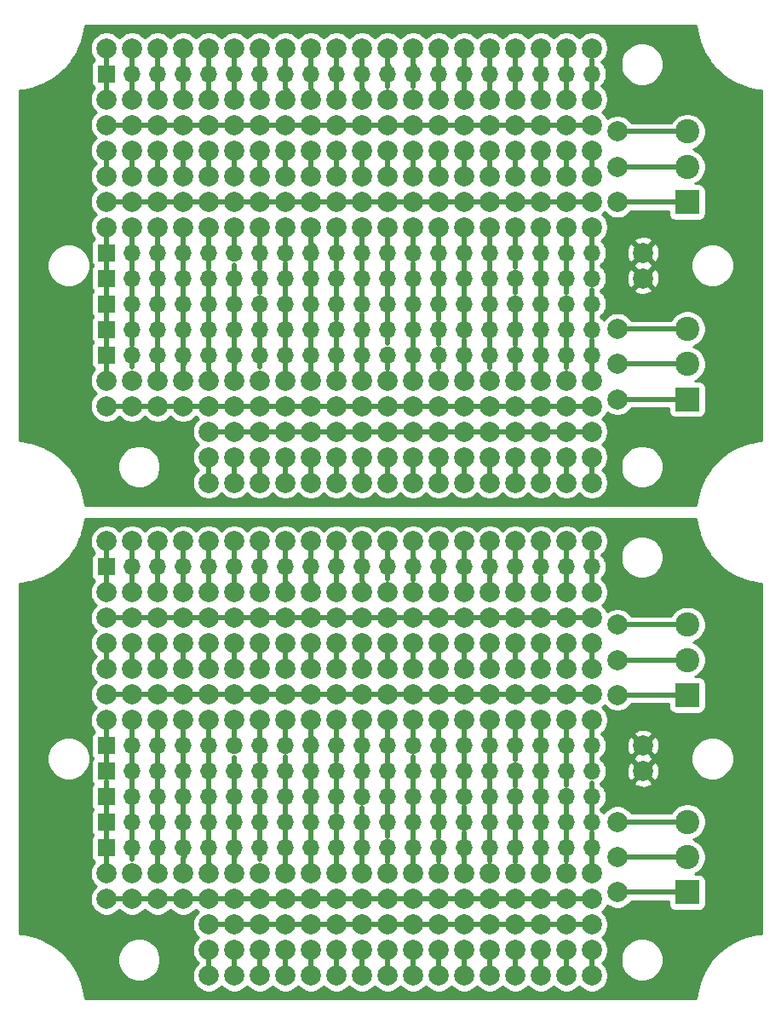
<source format=gbr>
G04 #@! TF.GenerationSoftware,KiCad,Pcbnew,5.1.5+dfsg1-2build2*
G04 #@! TF.CreationDate,2022-02-14T22:59:54-05:00*
G04 #@! TF.ProjectId,,58585858-5858-4585-9858-585858585858,rev?*
G04 #@! TF.SameCoordinates,Original*
G04 #@! TF.FileFunction,Copper,L1,Top*
G04 #@! TF.FilePolarity,Positive*
%FSLAX46Y46*%
G04 Gerber Fmt 4.6, Leading zero omitted, Abs format (unit mm)*
G04 Created by KiCad (PCBNEW 5.1.5+dfsg1-2build2) date 2022-02-14 22:59:54*
%MOMM*%
%LPD*%
G04 APERTURE LIST*
%ADD10C,2.000000*%
%ADD11R,2.400000X2.400000*%
%ADD12C,2.400000*%
%ADD13C,1.998980*%
%ADD14R,1.700000X1.700000*%
%ADD15O,1.700000X1.700000*%
%ADD16C,0.500000*%
%ADD17C,0.254000*%
G04 APERTURE END LIST*
D10*
X163857300Y-137686000D03*
X161317300Y-137686000D03*
X158777300Y-109746000D03*
X156237300Y-109746000D03*
X153697300Y-109746000D03*
X128297300Y-114826000D03*
X151157300Y-109746000D03*
X148617300Y-109746000D03*
X125757300Y-114826000D03*
X146077300Y-109746000D03*
X143537300Y-109746000D03*
X163857300Y-109746000D03*
X140997300Y-109746000D03*
X138457300Y-109746000D03*
X118137300Y-112286000D03*
X130837300Y-114826000D03*
X135917300Y-109746000D03*
X115597300Y-112286000D03*
X161317300Y-109746000D03*
D11*
X173337300Y-131936000D03*
D12*
X173337300Y-128436000D03*
X173337300Y-124936000D03*
D10*
X130837300Y-97046000D03*
X133377300Y-97046000D03*
X135917300Y-97046000D03*
X138457300Y-97046000D03*
X140997300Y-97046000D03*
X143537300Y-97046000D03*
X146077300Y-97046000D03*
X148617300Y-97046000D03*
X166397300Y-105336000D03*
X166397300Y-112336000D03*
X166397300Y-124936000D03*
X166397300Y-128436000D03*
X166397300Y-131936000D03*
X166397300Y-108836000D03*
D11*
X173337300Y-112336000D03*
D12*
X173337300Y-108836000D03*
X173337300Y-105336000D03*
D10*
X153697300Y-97046000D03*
X156237300Y-97046000D03*
X161317300Y-135146000D03*
X163857300Y-135146000D03*
X158777300Y-97046000D03*
X161317300Y-97046000D03*
X163857300Y-97046000D03*
X151157300Y-97046000D03*
D13*
X168937300Y-117366000D03*
X168937300Y-119906000D03*
D14*
X115597300Y-119906000D03*
D15*
X118137300Y-119906000D03*
X120677300Y-119906000D03*
X123217300Y-119906000D03*
X125757300Y-119906000D03*
X128297300Y-119906000D03*
X130837300Y-119906000D03*
X133377300Y-119906000D03*
X135917300Y-119906000D03*
X138457300Y-119906000D03*
X140997300Y-119906000D03*
X143537300Y-119906000D03*
X146077300Y-119906000D03*
X148617300Y-119906000D03*
X151157300Y-119906000D03*
X153697300Y-119906000D03*
X156237300Y-119906000D03*
X158777300Y-119906000D03*
X161317300Y-119906000D03*
X163857300Y-119906000D03*
D10*
X133377300Y-137686000D03*
X120677300Y-130066000D03*
X156237300Y-130066000D03*
X120677300Y-109746000D03*
X123217300Y-109746000D03*
X151157300Y-112286000D03*
X120677300Y-132606000D03*
X161317300Y-114826000D03*
X153697300Y-114826000D03*
X146077300Y-135146000D03*
X118137300Y-132606000D03*
X148617300Y-137686000D03*
X156237300Y-114826000D03*
X143537300Y-135146000D03*
X135917300Y-132606000D03*
X133377300Y-132606000D03*
X130837300Y-132606000D03*
X138457300Y-132606000D03*
X140997300Y-132606000D03*
X143537300Y-132606000D03*
X146077300Y-132606000D03*
X148617300Y-132606000D03*
X151157300Y-132606000D03*
X153697300Y-132606000D03*
X156237300Y-132606000D03*
X161317300Y-132606000D03*
X163857300Y-132606000D03*
X125757300Y-135146000D03*
X158777300Y-132606000D03*
X133377300Y-109746000D03*
X156237300Y-112286000D03*
X123217300Y-114826000D03*
X148617300Y-130066000D03*
X115597300Y-132606000D03*
X158777300Y-112286000D03*
X146077300Y-112286000D03*
X163857300Y-112286000D03*
X161317300Y-130066000D03*
X158777300Y-114826000D03*
X135917300Y-130066000D03*
X138457300Y-130066000D03*
X140997300Y-112286000D03*
X158777300Y-130066000D03*
X146077300Y-137686000D03*
X125757300Y-137686000D03*
X156237300Y-135146000D03*
X135917300Y-137686000D03*
X138457300Y-137686000D03*
X143537300Y-137686000D03*
X143537300Y-130066000D03*
X151157300Y-114826000D03*
X128297300Y-137686000D03*
X118137300Y-130066000D03*
X123217300Y-132606000D03*
X125757300Y-132606000D03*
X125757300Y-112286000D03*
X115597300Y-114826000D03*
X151157300Y-130066000D03*
X153697300Y-135146000D03*
X128297300Y-109746000D03*
X118137300Y-114826000D03*
X120677300Y-114826000D03*
X143537300Y-112286000D03*
X115597300Y-130066000D03*
X163857300Y-114826000D03*
X140997300Y-135146000D03*
X148617300Y-135146000D03*
X158777300Y-135146000D03*
X151157300Y-135146000D03*
X153697300Y-130066000D03*
X125757300Y-109746000D03*
X140997300Y-130066000D03*
X146077300Y-130066000D03*
X123217300Y-130066000D03*
X130837300Y-137686000D03*
X148617300Y-114826000D03*
X146077300Y-107206000D03*
X128297300Y-132606000D03*
X140997300Y-137686000D03*
X148617300Y-112286000D03*
X161317300Y-112286000D03*
X158777300Y-137686000D03*
X156237300Y-137686000D03*
X151157300Y-104666000D03*
X153697300Y-104666000D03*
X156237300Y-104666000D03*
X135917300Y-112286000D03*
X133377300Y-114826000D03*
X135917300Y-114826000D03*
X138457300Y-114826000D03*
X125757300Y-130066000D03*
X140997300Y-114826000D03*
X120677300Y-112286000D03*
X128297300Y-130066000D03*
X133377300Y-130066000D03*
X143537300Y-114826000D03*
X138457300Y-112286000D03*
X123217300Y-112286000D03*
X133377300Y-112286000D03*
X130837300Y-112286000D03*
X130837300Y-109746000D03*
X153697300Y-107206000D03*
X128297300Y-112286000D03*
X156237300Y-107206000D03*
X158777300Y-107206000D03*
X161317300Y-107206000D03*
X163857300Y-107206000D03*
X115597300Y-109746000D03*
X118137300Y-109746000D03*
X138457300Y-107206000D03*
X140997300Y-107206000D03*
X125757300Y-107206000D03*
X128297300Y-107206000D03*
X148617300Y-107206000D03*
X151157300Y-107206000D03*
X130837300Y-107206000D03*
X133377300Y-107206000D03*
X158777300Y-104666000D03*
X161317300Y-104666000D03*
X135917300Y-107206000D03*
X140997300Y-104666000D03*
X143537300Y-104666000D03*
X163857300Y-104666000D03*
X115597300Y-107206000D03*
X118137300Y-107206000D03*
X120677300Y-107206000D03*
X161317300Y-102126000D03*
X163857300Y-102126000D03*
X115597300Y-104666000D03*
X118137300Y-104666000D03*
X120677300Y-104666000D03*
X146077300Y-104666000D03*
X148617300Y-104666000D03*
X128297300Y-102126000D03*
X130837300Y-102126000D03*
X133377300Y-102126000D03*
X135917300Y-102126000D03*
X146077300Y-102126000D03*
X148617300Y-102126000D03*
X151157300Y-102126000D03*
X153697300Y-102126000D03*
X156237300Y-102126000D03*
X158777300Y-102126000D03*
X138457300Y-102126000D03*
X140997300Y-102126000D03*
X143537300Y-102126000D03*
X118137300Y-97046000D03*
X115597300Y-97046000D03*
X115597300Y-102126000D03*
X118137300Y-102126000D03*
X120677300Y-102126000D03*
X123217300Y-102126000D03*
X125757300Y-102126000D03*
X128297300Y-97046000D03*
X125757300Y-97046000D03*
X123217300Y-97046000D03*
X120677300Y-97046000D03*
X161317300Y-140226000D03*
X163857300Y-140226000D03*
X125757300Y-140226000D03*
X128297300Y-140226000D03*
X153697300Y-112286000D03*
X123217300Y-107206000D03*
X143537300Y-107206000D03*
X153697300Y-140226000D03*
X148617300Y-140226000D03*
X130837300Y-140226000D03*
X133377300Y-140226000D03*
X135917300Y-140226000D03*
X135917300Y-104666000D03*
X138457300Y-104666000D03*
D14*
X115597300Y-99586000D03*
D15*
X118137300Y-99586000D03*
X120677300Y-99586000D03*
X123217300Y-99586000D03*
X125757300Y-99586000D03*
X128297300Y-99586000D03*
X130837300Y-99586000D03*
X133377300Y-99586000D03*
X135917300Y-99586000D03*
X138457300Y-99586000D03*
X140997300Y-99586000D03*
X143537300Y-99586000D03*
X146077300Y-99586000D03*
X148617300Y-99586000D03*
X151157300Y-99586000D03*
X153697300Y-99586000D03*
X156237300Y-99586000D03*
X158777300Y-99586000D03*
X161317300Y-99586000D03*
X163857300Y-99586000D03*
D14*
X115597300Y-117366000D03*
D15*
X118137300Y-117366000D03*
X120677300Y-117366000D03*
X123217300Y-117366000D03*
X125757300Y-117366000D03*
X128297300Y-117366000D03*
X130837300Y-117366000D03*
X133377300Y-117366000D03*
X135917300Y-117366000D03*
X138457300Y-117366000D03*
X140997300Y-117366000D03*
X143537300Y-117366000D03*
X146077300Y-117366000D03*
X148617300Y-117366000D03*
X151157300Y-117366000D03*
X153697300Y-117366000D03*
X156237300Y-117366000D03*
X158777300Y-117366000D03*
X161317300Y-117366000D03*
X163857300Y-117366000D03*
D10*
X123217300Y-104666000D03*
X125757300Y-104666000D03*
X128297300Y-104666000D03*
X130837300Y-130066000D03*
X133377300Y-135146000D03*
X135917300Y-135146000D03*
X130837300Y-104666000D03*
X133377300Y-104666000D03*
X138457300Y-140226000D03*
X140997300Y-140226000D03*
X146077300Y-140226000D03*
X151157300Y-140226000D03*
X143537300Y-140226000D03*
D14*
X115597300Y-127526000D03*
D15*
X118137300Y-127526000D03*
X120677300Y-127526000D03*
X123217300Y-127526000D03*
X125757300Y-127526000D03*
X128297300Y-127526000D03*
X130837300Y-127526000D03*
X133377300Y-127526000D03*
X135917300Y-127526000D03*
X138457300Y-127526000D03*
X140997300Y-127526000D03*
X143537300Y-127526000D03*
X146077300Y-127526000D03*
X148617300Y-127526000D03*
X151157300Y-127526000D03*
X153697300Y-127526000D03*
X156237300Y-127526000D03*
X158777300Y-127526000D03*
X161317300Y-127526000D03*
X163857300Y-127526000D03*
D10*
X156237300Y-140226000D03*
X158777300Y-140226000D03*
D14*
X115597300Y-124986000D03*
D15*
X118137300Y-124986000D03*
X120677300Y-124986000D03*
X123217300Y-124986000D03*
X125757300Y-124986000D03*
X128297300Y-124986000D03*
X130837300Y-124986000D03*
X133377300Y-124986000D03*
X135917300Y-124986000D03*
X138457300Y-124986000D03*
X140997300Y-124986000D03*
X143537300Y-124986000D03*
X146077300Y-124986000D03*
X148617300Y-124986000D03*
X151157300Y-124986000D03*
X153697300Y-124986000D03*
X156237300Y-124986000D03*
X158777300Y-124986000D03*
X161317300Y-124986000D03*
X163857300Y-124986000D03*
D14*
X115597300Y-122446000D03*
D15*
X118137300Y-122446000D03*
X120677300Y-122446000D03*
X123217300Y-122446000D03*
X125757300Y-122446000D03*
X128297300Y-122446000D03*
X130837300Y-122446000D03*
X133377300Y-122446000D03*
X135917300Y-122446000D03*
X138457300Y-122446000D03*
X140997300Y-122446000D03*
X143537300Y-122446000D03*
X146077300Y-122446000D03*
X148617300Y-122446000D03*
X151157300Y-122446000D03*
X153697300Y-122446000D03*
X156237300Y-122446000D03*
X158777300Y-122446000D03*
X161317300Y-122446000D03*
X163857300Y-122446000D03*
D10*
X130837300Y-135146000D03*
X128297300Y-135146000D03*
X146077300Y-114826000D03*
X138457300Y-135146000D03*
X151157300Y-137686000D03*
X153697300Y-137686000D03*
X163857300Y-130066000D03*
X163857300Y-88686000D03*
X161317300Y-88686000D03*
X158777300Y-88686000D03*
X156237300Y-88686000D03*
X153697300Y-88686000D03*
X151157300Y-88686000D03*
X148617300Y-88686000D03*
X146077300Y-88686000D03*
X143537300Y-88686000D03*
X140997300Y-88686000D03*
X138457300Y-88686000D03*
X135917300Y-88686000D03*
X133377300Y-88686000D03*
X130837300Y-88686000D03*
X128297300Y-88686000D03*
X125757300Y-88686000D03*
X163857300Y-86146000D03*
X161317300Y-86146000D03*
X158777300Y-86146000D03*
X156237300Y-86146000D03*
X153697300Y-86146000D03*
X151157300Y-86146000D03*
X148617300Y-86146000D03*
X146077300Y-86146000D03*
X143537300Y-86146000D03*
X140997300Y-86146000D03*
X138457300Y-86146000D03*
X135917300Y-86146000D03*
X133377300Y-86146000D03*
X130837300Y-86146000D03*
X128297300Y-86146000D03*
X125757300Y-86146000D03*
X163857300Y-83606000D03*
X161317300Y-83606000D03*
X158777300Y-83606000D03*
X156237300Y-83606000D03*
X153697300Y-83606000D03*
X151157300Y-83606000D03*
X148617300Y-83606000D03*
X146077300Y-83606000D03*
X143537300Y-83606000D03*
X140997300Y-83606000D03*
X138457300Y-83606000D03*
X135917300Y-83606000D03*
X133377300Y-83606000D03*
X130837300Y-83606000D03*
X128297300Y-83606000D03*
X125757300Y-83606000D03*
X123217300Y-83606000D03*
X120677300Y-83606000D03*
X118137300Y-83606000D03*
X115597300Y-83606000D03*
X163857300Y-81066000D03*
X161317300Y-81066000D03*
X158777300Y-81066000D03*
X156237300Y-81066000D03*
X153697300Y-81066000D03*
X151157300Y-81066000D03*
X148617300Y-81066000D03*
X146077300Y-81066000D03*
X143537300Y-81066000D03*
X140997300Y-81066000D03*
X138457300Y-81066000D03*
X135917300Y-81066000D03*
X133377300Y-81066000D03*
X130837300Y-81066000D03*
X128297300Y-81066000D03*
X125757300Y-81066000D03*
X123217300Y-81066000D03*
X120677300Y-81066000D03*
X118137300Y-81066000D03*
X115597300Y-81066000D03*
X163857300Y-65826000D03*
X161317300Y-65826000D03*
X158777300Y-65826000D03*
X156237300Y-65826000D03*
X153697300Y-65826000D03*
X151157300Y-65826000D03*
X148617300Y-65826000D03*
X146077300Y-65826000D03*
X143537300Y-65826000D03*
X140997300Y-65826000D03*
X138457300Y-65826000D03*
X135917300Y-65826000D03*
X133377300Y-65826000D03*
X130837300Y-65826000D03*
X128297300Y-65826000D03*
X125757300Y-65826000D03*
X123217300Y-65826000D03*
X120677300Y-65826000D03*
X118137300Y-65826000D03*
X115597300Y-65826000D03*
X163857300Y-63286000D03*
X161317300Y-63286000D03*
X158777300Y-63286000D03*
X156237300Y-63286000D03*
X153697300Y-63286000D03*
X151157300Y-63286000D03*
X148617300Y-63286000D03*
X146077300Y-63286000D03*
X143537300Y-63286000D03*
X140997300Y-63286000D03*
X138457300Y-63286000D03*
X135917300Y-63286000D03*
X133377300Y-63286000D03*
X130837300Y-63286000D03*
X128297300Y-63286000D03*
X125757300Y-63286000D03*
X123217300Y-63286000D03*
X120677300Y-63286000D03*
X118137300Y-63286000D03*
X115597300Y-63286000D03*
X163857300Y-60746000D03*
X161317300Y-60746000D03*
X158777300Y-60746000D03*
X156237300Y-60746000D03*
X153697300Y-60746000D03*
X151157300Y-60746000D03*
X148617300Y-60746000D03*
X146077300Y-60746000D03*
X143537300Y-60746000D03*
X140997300Y-60746000D03*
X138457300Y-60746000D03*
X135917300Y-60746000D03*
X133377300Y-60746000D03*
X130837300Y-60746000D03*
X128297300Y-60746000D03*
X125757300Y-60746000D03*
X123217300Y-60746000D03*
X120677300Y-60746000D03*
X118137300Y-60746000D03*
X115597300Y-60746000D03*
X163857300Y-58206000D03*
X161317300Y-58206000D03*
X158777300Y-58206000D03*
X156237300Y-58206000D03*
X153697300Y-58206000D03*
X151157300Y-58206000D03*
X148617300Y-58206000D03*
X146077300Y-58206000D03*
X143537300Y-58206000D03*
X140997300Y-58206000D03*
X138457300Y-58206000D03*
X135917300Y-58206000D03*
X133377300Y-58206000D03*
X130837300Y-58206000D03*
X128297300Y-58206000D03*
X125757300Y-58206000D03*
X123217300Y-58206000D03*
X120677300Y-58206000D03*
X118137300Y-58206000D03*
X115597300Y-58206000D03*
X163857300Y-55666000D03*
X161317300Y-55666000D03*
X158777300Y-55666000D03*
X156237300Y-55666000D03*
X153697300Y-55666000D03*
X151157300Y-55666000D03*
X148617300Y-55666000D03*
X146077300Y-55666000D03*
X143537300Y-55666000D03*
X140997300Y-55666000D03*
X138457300Y-55666000D03*
X135917300Y-55666000D03*
X133377300Y-55666000D03*
X130837300Y-55666000D03*
X128297300Y-55666000D03*
X125757300Y-55666000D03*
X123217300Y-55666000D03*
X120677300Y-55666000D03*
X118137300Y-55666000D03*
X115597300Y-55666000D03*
X163857300Y-53126000D03*
X161317300Y-53126000D03*
X158777300Y-53126000D03*
X156237300Y-53126000D03*
X153697300Y-53126000D03*
X151157300Y-53126000D03*
X148617300Y-53126000D03*
X146077300Y-53126000D03*
X143537300Y-53126000D03*
X140997300Y-53126000D03*
X138457300Y-53126000D03*
X135917300Y-53126000D03*
X133377300Y-53126000D03*
X130837300Y-53126000D03*
X128297300Y-53126000D03*
X125757300Y-53126000D03*
X123217300Y-53126000D03*
X120677300Y-53126000D03*
X118137300Y-53126000D03*
X115597300Y-53126000D03*
X115597300Y-48046000D03*
X118137300Y-48046000D03*
X120677300Y-48046000D03*
X123217300Y-48046000D03*
X125757300Y-48046000D03*
X128297300Y-48046000D03*
X128297300Y-91226000D03*
X125757300Y-91226000D03*
X163857300Y-91226000D03*
X161317300Y-91226000D03*
X143537300Y-91226000D03*
X151157300Y-91226000D03*
X146077300Y-91226000D03*
X140997300Y-91226000D03*
X138457300Y-91226000D03*
X135917300Y-91226000D03*
X133377300Y-91226000D03*
X130837300Y-91226000D03*
X148617300Y-91226000D03*
X153697300Y-91226000D03*
X158777300Y-91226000D03*
X156237300Y-91226000D03*
D15*
X163857300Y-78526000D03*
X161317300Y-78526000D03*
X158777300Y-78526000D03*
X156237300Y-78526000D03*
X153697300Y-78526000D03*
X151157300Y-78526000D03*
X148617300Y-78526000D03*
X146077300Y-78526000D03*
X143537300Y-78526000D03*
X140997300Y-78526000D03*
X138457300Y-78526000D03*
X135917300Y-78526000D03*
X133377300Y-78526000D03*
X130837300Y-78526000D03*
X128297300Y-78526000D03*
X125757300Y-78526000D03*
X123217300Y-78526000D03*
X120677300Y-78526000D03*
X118137300Y-78526000D03*
D14*
X115597300Y-78526000D03*
D15*
X163857300Y-75986000D03*
X161317300Y-75986000D03*
X158777300Y-75986000D03*
X156237300Y-75986000D03*
X153697300Y-75986000D03*
X151157300Y-75986000D03*
X148617300Y-75986000D03*
X146077300Y-75986000D03*
X143537300Y-75986000D03*
X140997300Y-75986000D03*
X138457300Y-75986000D03*
X135917300Y-75986000D03*
X133377300Y-75986000D03*
X130837300Y-75986000D03*
X128297300Y-75986000D03*
X125757300Y-75986000D03*
X123217300Y-75986000D03*
X120677300Y-75986000D03*
X118137300Y-75986000D03*
D14*
X115597300Y-75986000D03*
D15*
X163857300Y-73446000D03*
X161317300Y-73446000D03*
X158777300Y-73446000D03*
X156237300Y-73446000D03*
X153697300Y-73446000D03*
X151157300Y-73446000D03*
X148617300Y-73446000D03*
X146077300Y-73446000D03*
X143537300Y-73446000D03*
X140997300Y-73446000D03*
X138457300Y-73446000D03*
X135917300Y-73446000D03*
X133377300Y-73446000D03*
X130837300Y-73446000D03*
X128297300Y-73446000D03*
X125757300Y-73446000D03*
X123217300Y-73446000D03*
X120677300Y-73446000D03*
X118137300Y-73446000D03*
D14*
X115597300Y-73446000D03*
D15*
X163857300Y-68366000D03*
X161317300Y-68366000D03*
X158777300Y-68366000D03*
X156237300Y-68366000D03*
X153697300Y-68366000D03*
X151157300Y-68366000D03*
X148617300Y-68366000D03*
X146077300Y-68366000D03*
X143537300Y-68366000D03*
X140997300Y-68366000D03*
X138457300Y-68366000D03*
X135917300Y-68366000D03*
X133377300Y-68366000D03*
X130837300Y-68366000D03*
X128297300Y-68366000D03*
X125757300Y-68366000D03*
X123217300Y-68366000D03*
X120677300Y-68366000D03*
X118137300Y-68366000D03*
D14*
X115597300Y-68366000D03*
D15*
X163857300Y-50586000D03*
X161317300Y-50586000D03*
X158777300Y-50586000D03*
X156237300Y-50586000D03*
X153697300Y-50586000D03*
X151157300Y-50586000D03*
X148617300Y-50586000D03*
X146077300Y-50586000D03*
X143537300Y-50586000D03*
X140997300Y-50586000D03*
X138457300Y-50586000D03*
X135917300Y-50586000D03*
X133377300Y-50586000D03*
X130837300Y-50586000D03*
X128297300Y-50586000D03*
X125757300Y-50586000D03*
X123217300Y-50586000D03*
X120677300Y-50586000D03*
X118137300Y-50586000D03*
D14*
X115597300Y-50586000D03*
D15*
X163857300Y-70906000D03*
X161317300Y-70906000D03*
X158777300Y-70906000D03*
X156237300Y-70906000D03*
X153697300Y-70906000D03*
X151157300Y-70906000D03*
X148617300Y-70906000D03*
X146077300Y-70906000D03*
X143537300Y-70906000D03*
X140997300Y-70906000D03*
X138457300Y-70906000D03*
X135917300Y-70906000D03*
X133377300Y-70906000D03*
X130837300Y-70906000D03*
X128297300Y-70906000D03*
X125757300Y-70906000D03*
X123217300Y-70906000D03*
X120677300Y-70906000D03*
X118137300Y-70906000D03*
D14*
X115597300Y-70906000D03*
D13*
X168937300Y-70906000D03*
X168937300Y-68366000D03*
D10*
X151157300Y-48046000D03*
X163857300Y-48046000D03*
X161317300Y-48046000D03*
X158777300Y-48046000D03*
X156237300Y-48046000D03*
X153697300Y-48046000D03*
D12*
X173337300Y-56336000D03*
X173337300Y-59836000D03*
D11*
X173337300Y-63336000D03*
D10*
X166397300Y-59836000D03*
X166397300Y-82936000D03*
X166397300Y-79436000D03*
X166397300Y-75936000D03*
X166397300Y-63336000D03*
X166397300Y-56336000D03*
X148617300Y-48046000D03*
X146077300Y-48046000D03*
X143537300Y-48046000D03*
X140997300Y-48046000D03*
X138457300Y-48046000D03*
X135917300Y-48046000D03*
X133377300Y-48046000D03*
X130837300Y-48046000D03*
D12*
X173337300Y-75936000D03*
X173337300Y-79436000D03*
D11*
X173337300Y-82936000D03*
D16*
X163857300Y-48143800D02*
X164160200Y-47840900D01*
X161317300Y-48664500D02*
X161429700Y-48552100D01*
X158777300Y-48677200D02*
X159219900Y-48234600D01*
X133377300Y-48566700D02*
X133121400Y-48310800D01*
X130837300Y-48515900D02*
X130721100Y-48399700D01*
X151157300Y-48046000D02*
X151157300Y-49515400D01*
X151157300Y-49515400D02*
X151157300Y-53126000D01*
X158777300Y-53126000D02*
X158777300Y-51560100D01*
X161317300Y-48046000D02*
X161317300Y-49629700D01*
X161317300Y-49629700D02*
X161317300Y-53126000D01*
X146077300Y-81066000D02*
X146077300Y-79440400D01*
X115597300Y-83606000D02*
X118137300Y-83606000D01*
X118137300Y-83606000D02*
X120677300Y-83606000D01*
X120677300Y-83606000D02*
X123217300Y-83606000D01*
X123217300Y-83606000D02*
X125757300Y-83606000D01*
X125757300Y-83606000D02*
X128297300Y-83606000D01*
X128297300Y-83606000D02*
X130837300Y-83606000D01*
X130837300Y-83606000D02*
X133377300Y-83606000D01*
X125757300Y-86146000D02*
X128297300Y-86146000D01*
X128297300Y-86146000D02*
X130837300Y-86146000D01*
X130837300Y-86146000D02*
X133377300Y-86146000D01*
X133377300Y-83606000D02*
X135917300Y-83606000D01*
X133377300Y-86146000D02*
X135917300Y-86146000D01*
X135917300Y-86146000D02*
X138457300Y-86146000D01*
X135917300Y-83606000D02*
X137441300Y-83606000D01*
X138457300Y-83606000D02*
X140997300Y-83606000D01*
X138457300Y-86146000D02*
X140997300Y-86146000D01*
X140997300Y-83606000D02*
X143537300Y-83606000D01*
X140997300Y-86146000D02*
X143537300Y-86146000D01*
X143537300Y-86146000D02*
X146077300Y-86146000D01*
X143537300Y-83606000D02*
X146077300Y-83606000D01*
X146077300Y-83606000D02*
X148617300Y-83606000D01*
X146077300Y-86146000D02*
X148617300Y-86146000D01*
X148617300Y-83606000D02*
X151157300Y-83606000D01*
X148617300Y-86146000D02*
X151157300Y-86146000D01*
X151157300Y-83606000D02*
X153697300Y-83606000D01*
X151157300Y-86146000D02*
X153697300Y-86146000D01*
X153697300Y-83606000D02*
X156237300Y-83606000D01*
X153697300Y-86146000D02*
X156237300Y-86146000D01*
X156237300Y-86146000D02*
X158777300Y-86146000D01*
X156237300Y-83606000D02*
X158777300Y-83606000D01*
X158777300Y-83606000D02*
X161317300Y-83606000D01*
X161317300Y-83606000D02*
X163857300Y-83606000D01*
X158777300Y-86146000D02*
X161317300Y-86146000D01*
X161317300Y-86146000D02*
X163857300Y-86146000D01*
X163857300Y-88686000D02*
X163857300Y-91226000D01*
X161317300Y-88686000D02*
X161317300Y-91226000D01*
X158777300Y-88686000D02*
X158777300Y-91226000D01*
X156237300Y-88686000D02*
X156237300Y-91226000D01*
X153697300Y-88686000D02*
X153697300Y-91226000D01*
X151157300Y-88686000D02*
X151157300Y-91226000D01*
X148617300Y-88686000D02*
X148617300Y-91226000D01*
X146077300Y-88686000D02*
X146077300Y-91226000D01*
X143537300Y-88686000D02*
X143537300Y-91226000D01*
X140997300Y-88686000D02*
X140997300Y-91226000D01*
X138457300Y-88686000D02*
X138457300Y-91226000D01*
X135917300Y-88686000D02*
X135917300Y-91226000D01*
X133377300Y-88686000D02*
X133377300Y-91226000D01*
X130837300Y-88686000D02*
X130837300Y-91226000D01*
X128297300Y-88686000D02*
X128297300Y-91226000D01*
X125757300Y-88686000D02*
X125757300Y-91226000D01*
X163857300Y-55666000D02*
X161317300Y-55666000D01*
X161317300Y-55666000D02*
X158777300Y-55666000D01*
X158777300Y-55666000D02*
X156237300Y-55666000D01*
X156237300Y-55666000D02*
X153697300Y-55666000D01*
X151157300Y-55666000D02*
X153697300Y-55666000D01*
X148617300Y-55666000D02*
X151157300Y-55666000D01*
X146077300Y-55666000D02*
X148617300Y-55666000D01*
X143537300Y-55666000D02*
X146077300Y-55666000D01*
X140997300Y-55666000D02*
X143537300Y-55666000D01*
X138457300Y-55666000D02*
X140997300Y-55666000D01*
X135917300Y-55666000D02*
X138457300Y-55666000D01*
X133377300Y-55666000D02*
X135917300Y-55666000D01*
X130837300Y-55666000D02*
X133377300Y-55666000D01*
X128297300Y-55666000D02*
X130837300Y-55666000D01*
X125757300Y-55666000D02*
X128297300Y-55666000D01*
X123217300Y-55666000D02*
X125757300Y-55666000D01*
X120677300Y-55666000D02*
X123217300Y-55666000D01*
X118137300Y-55666000D02*
X120677300Y-55666000D01*
X115597300Y-55666000D02*
X118137300Y-55666000D01*
X163857300Y-63286000D02*
X161317300Y-63286000D01*
X161317300Y-63286000D02*
X158777300Y-63286000D01*
X158777300Y-63286000D02*
X156237300Y-63286000D01*
X156237300Y-63286000D02*
X153697300Y-63286000D01*
X153697300Y-63286000D02*
X151157300Y-63286000D01*
X151157300Y-63286000D02*
X148617300Y-63286000D01*
X148617300Y-63286000D02*
X146077300Y-63286000D01*
X146077300Y-63286000D02*
X143537300Y-63286000D01*
X143537300Y-63286000D02*
X140997300Y-63286000D01*
X140997300Y-63286000D02*
X138457300Y-63286000D01*
X138457300Y-63286000D02*
X135917300Y-63286000D01*
X133377300Y-63286000D02*
X135917300Y-63286000D01*
X133377300Y-63286000D02*
X130837300Y-63286000D01*
X130837300Y-63286000D02*
X128297300Y-63286000D01*
X128297300Y-63286000D02*
X125757300Y-63286000D01*
X125757300Y-63286000D02*
X123217300Y-63286000D01*
X123217300Y-63286000D02*
X120677300Y-63286000D01*
X120677300Y-63286000D02*
X118137300Y-63286000D01*
X118137300Y-63286000D02*
X115597300Y-63286000D01*
X163857300Y-60746000D02*
X163857300Y-58206000D01*
X161317300Y-60746000D02*
X161317300Y-58206000D01*
X158777300Y-60746000D02*
X158777300Y-58206000D01*
X156237300Y-60746000D02*
X156237300Y-58206000D01*
X153697300Y-60746000D02*
X153697300Y-58206000D01*
X151157300Y-60746000D02*
X151157300Y-58206000D01*
X148617300Y-60746000D02*
X148617300Y-58206000D01*
X146077300Y-60746000D02*
X146077300Y-58206000D01*
X143537300Y-60746000D02*
X143537300Y-58206000D01*
X140997300Y-60746000D02*
X140997300Y-58206000D01*
X138457300Y-60746000D02*
X138457300Y-58206000D01*
X135917300Y-60746000D02*
X135917300Y-58206000D01*
X133377300Y-60746000D02*
X133377300Y-58206000D01*
X130837300Y-60746000D02*
X130837300Y-58206000D01*
X128297300Y-60746000D02*
X128297300Y-58206000D01*
X125757300Y-60746000D02*
X125757300Y-58206000D01*
X123217300Y-60746000D02*
X123217300Y-58206000D01*
X120677300Y-60746000D02*
X120677300Y-58206000D01*
X118137300Y-60746000D02*
X118137300Y-58206000D01*
X115597300Y-60746000D02*
X115597300Y-58206000D01*
X161317300Y-104666000D02*
X158777300Y-104666000D01*
X158777300Y-104666000D02*
X156237300Y-104666000D01*
X156237300Y-104666000D02*
X153697300Y-104666000D01*
X151157300Y-104666000D02*
X153697300Y-104666000D01*
X148617300Y-104666000D02*
X151157300Y-104666000D01*
X146077300Y-104666000D02*
X148617300Y-104666000D01*
X143537300Y-104666000D02*
X146077300Y-104666000D01*
X151157300Y-97046000D02*
X151157300Y-98515400D01*
X161317300Y-98629700D02*
X161317300Y-102126000D01*
X130837300Y-97515900D02*
X130721100Y-97399700D01*
X161317300Y-97046000D02*
X161317300Y-98629700D01*
X151157300Y-98515400D02*
X151157300Y-102126000D01*
X158777300Y-97677200D02*
X159219900Y-97234600D01*
X163857300Y-97143800D02*
X164160200Y-96840900D01*
X133377300Y-97566700D02*
X133121400Y-97310800D01*
X146077300Y-130066000D02*
X146077300Y-128440400D01*
X115597300Y-132606000D02*
X118137300Y-132606000D01*
X118137300Y-132606000D02*
X120677300Y-132606000D01*
X120677300Y-132606000D02*
X123217300Y-132606000D01*
X123217300Y-132606000D02*
X125757300Y-132606000D01*
X125757300Y-132606000D02*
X128297300Y-132606000D01*
X128297300Y-132606000D02*
X130837300Y-132606000D01*
X130837300Y-132606000D02*
X133377300Y-132606000D01*
X125757300Y-135146000D02*
X128297300Y-135146000D01*
X128297300Y-135146000D02*
X130837300Y-135146000D01*
X130837300Y-135146000D02*
X133377300Y-135146000D01*
X133377300Y-132606000D02*
X135917300Y-132606000D01*
X133377300Y-135146000D02*
X135917300Y-135146000D01*
X135917300Y-135146000D02*
X138457300Y-135146000D01*
X135917300Y-132606000D02*
X137441300Y-132606000D01*
X138457300Y-132606000D02*
X140997300Y-132606000D01*
X138457300Y-135146000D02*
X140997300Y-135146000D01*
X140997300Y-132606000D02*
X143537300Y-132606000D01*
X140997300Y-135146000D02*
X143537300Y-135146000D01*
X143537300Y-135146000D02*
X146077300Y-135146000D01*
X143537300Y-132606000D02*
X146077300Y-132606000D01*
X146077300Y-132606000D02*
X148617300Y-132606000D01*
X146077300Y-135146000D02*
X148617300Y-135146000D01*
X148617300Y-132606000D02*
X151157300Y-132606000D01*
X148617300Y-135146000D02*
X151157300Y-135146000D01*
X151157300Y-132606000D02*
X153697300Y-132606000D01*
X151157300Y-135146000D02*
X153697300Y-135146000D01*
X153697300Y-132606000D02*
X156237300Y-132606000D01*
X153697300Y-135146000D02*
X156237300Y-135146000D01*
X156237300Y-135146000D02*
X158777300Y-135146000D01*
X156237300Y-132606000D02*
X158777300Y-132606000D01*
X158777300Y-132606000D02*
X161317300Y-132606000D01*
X161317300Y-132606000D02*
X163857300Y-132606000D01*
X158777300Y-135146000D02*
X161317300Y-135146000D01*
X161317300Y-135146000D02*
X163857300Y-135146000D01*
X163857300Y-137686000D02*
X163857300Y-140226000D01*
X161317300Y-137686000D02*
X161317300Y-140226000D01*
X158777300Y-137686000D02*
X158777300Y-140226000D01*
X156237300Y-137686000D02*
X156237300Y-140226000D01*
X153697300Y-137686000D02*
X153697300Y-140226000D01*
X151157300Y-137686000D02*
X151157300Y-140226000D01*
X148617300Y-137686000D02*
X148617300Y-140226000D01*
X146077300Y-137686000D02*
X146077300Y-140226000D01*
X143537300Y-137686000D02*
X143537300Y-140226000D01*
X140997300Y-137686000D02*
X140997300Y-140226000D01*
X138457300Y-137686000D02*
X138457300Y-140226000D01*
X135917300Y-137686000D02*
X135917300Y-140226000D01*
X133377300Y-137686000D02*
X133377300Y-140226000D01*
X130837300Y-137686000D02*
X130837300Y-140226000D01*
X128297300Y-137686000D02*
X128297300Y-140226000D01*
X125757300Y-137686000D02*
X125757300Y-140226000D01*
X163857300Y-104666000D02*
X161317300Y-104666000D01*
X140997300Y-104666000D02*
X143537300Y-104666000D01*
X138457300Y-104666000D02*
X140997300Y-104666000D01*
X135917300Y-104666000D02*
X138457300Y-104666000D01*
X133377300Y-104666000D02*
X135917300Y-104666000D01*
X130837300Y-104666000D02*
X133377300Y-104666000D01*
X128297300Y-104666000D02*
X130837300Y-104666000D01*
X125757300Y-104666000D02*
X128297300Y-104666000D01*
X123217300Y-104666000D02*
X125757300Y-104666000D01*
X120677300Y-104666000D02*
X123217300Y-104666000D01*
X118137300Y-104666000D02*
X120677300Y-104666000D01*
X115597300Y-104666000D02*
X118137300Y-104666000D01*
X163857300Y-112286000D02*
X161317300Y-112286000D01*
X161317300Y-112286000D02*
X158777300Y-112286000D01*
X158777300Y-112286000D02*
X156237300Y-112286000D01*
X156237300Y-112286000D02*
X153697300Y-112286000D01*
X153697300Y-112286000D02*
X151157300Y-112286000D01*
X151157300Y-112286000D02*
X148617300Y-112286000D01*
X148617300Y-112286000D02*
X146077300Y-112286000D01*
X146077300Y-112286000D02*
X143537300Y-112286000D01*
X143537300Y-112286000D02*
X140997300Y-112286000D01*
X140997300Y-112286000D02*
X138457300Y-112286000D01*
X138457300Y-112286000D02*
X135917300Y-112286000D01*
X133377300Y-112286000D02*
X135917300Y-112286000D01*
X133377300Y-112286000D02*
X130837300Y-112286000D01*
X130837300Y-112286000D02*
X128297300Y-112286000D01*
X128297300Y-112286000D02*
X125757300Y-112286000D01*
X125757300Y-112286000D02*
X123217300Y-112286000D01*
X123217300Y-112286000D02*
X120677300Y-112286000D01*
X120677300Y-112286000D02*
X118137300Y-112286000D01*
X118137300Y-112286000D02*
X115597300Y-112286000D01*
X163857300Y-109746000D02*
X163857300Y-107206000D01*
X161317300Y-109746000D02*
X161317300Y-107206000D01*
X158777300Y-109746000D02*
X158777300Y-107206000D01*
X156237300Y-109746000D02*
X156237300Y-107206000D01*
X153697300Y-109746000D02*
X153697300Y-107206000D01*
X151157300Y-109746000D02*
X151157300Y-107206000D01*
X148617300Y-109746000D02*
X148617300Y-107206000D01*
X146077300Y-109746000D02*
X146077300Y-107206000D01*
X143537300Y-109746000D02*
X143537300Y-107206000D01*
X140997300Y-109746000D02*
X140997300Y-107206000D01*
X138457300Y-109746000D02*
X138457300Y-107206000D01*
X135917300Y-109746000D02*
X135917300Y-107206000D01*
X133377300Y-109746000D02*
X133377300Y-107206000D01*
X130837300Y-109746000D02*
X130837300Y-107206000D01*
X128297300Y-109746000D02*
X128297300Y-107206000D01*
X125757300Y-109746000D02*
X125757300Y-107206000D01*
X123217300Y-109746000D02*
X123217300Y-107206000D01*
X120677300Y-109746000D02*
X120677300Y-107206000D01*
X118137300Y-109746000D02*
X118137300Y-107206000D01*
X115597300Y-109746000D02*
X115597300Y-107206000D01*
X158777300Y-102126000D02*
X158777300Y-100560100D01*
X161317300Y-97664500D02*
X161429700Y-97552100D01*
X173263400Y-75936000D02*
X173380400Y-75819000D01*
X172882400Y-75936000D02*
X172974000Y-75844400D01*
X173441200Y-75936000D02*
X173507400Y-75869800D01*
X172996700Y-75936000D02*
X173126400Y-75806300D01*
X166397300Y-75936000D02*
X172996700Y-75936000D01*
X173263400Y-124936000D02*
X173380400Y-124819000D01*
X172882400Y-124936000D02*
X172974000Y-124844400D01*
X173441200Y-124936000D02*
X173507400Y-124869800D01*
X172996700Y-124936000D02*
X173126400Y-124806300D01*
X166397300Y-124936000D02*
X172996700Y-124936000D01*
X173162000Y-79436000D02*
X173228000Y-79502000D01*
X173128900Y-79436000D02*
X173240700Y-79324200D01*
X172951100Y-79436000D02*
X173316900Y-79070200D01*
X166397300Y-79436000D02*
X172951100Y-79436000D01*
X173162000Y-128436000D02*
X173228000Y-128502000D01*
X173128900Y-128436000D02*
X173240700Y-128324200D01*
X172951100Y-128436000D02*
X173316900Y-128070200D01*
X166397300Y-128436000D02*
X172951100Y-128436000D01*
X173007100Y-82936000D02*
X173075600Y-82867500D01*
X173273800Y-82936000D02*
X173380400Y-82829400D01*
X172994400Y-82936000D02*
X173228000Y-82702400D01*
X166397300Y-82936000D02*
X172994400Y-82936000D01*
X173007100Y-131936000D02*
X173075600Y-131867500D01*
X173273800Y-131936000D02*
X173380400Y-131829400D01*
X172994400Y-131936000D02*
X173228000Y-131702400D01*
X166397300Y-131936000D02*
X172994400Y-131936000D01*
X173087100Y-56336000D02*
X173266100Y-56515000D01*
X173264900Y-56336000D02*
X173304200Y-56375300D01*
X173356200Y-56336000D02*
X173494700Y-56197500D01*
X166397300Y-56336000D02*
X173356200Y-56336000D01*
X173087100Y-105336000D02*
X173266100Y-105515000D01*
X173264900Y-105336000D02*
X173304200Y-105375300D01*
X173356200Y-105336000D02*
X173494700Y-105197500D01*
X166397300Y-105336000D02*
X173356200Y-105336000D01*
X173279900Y-63336000D02*
X173418500Y-63474600D01*
X172987800Y-63336000D02*
X173126400Y-63474600D01*
X173531700Y-63336000D02*
X173583600Y-63284100D01*
X166397300Y-63336000D02*
X173531700Y-63336000D01*
X173279900Y-112336000D02*
X173418500Y-112474600D01*
X172987800Y-112336000D02*
X173126400Y-112474600D01*
X173531700Y-112336000D02*
X173583600Y-112284100D01*
X166397300Y-112336000D02*
X173531700Y-112336000D01*
X173209000Y-59836000D02*
X173266100Y-59778900D01*
X173374100Y-59836000D02*
X173469300Y-59740800D01*
X173145400Y-59836000D02*
X173228000Y-59918600D01*
X166397300Y-59836000D02*
X173145400Y-59836000D01*
X173209000Y-108836000D02*
X173266100Y-108778900D01*
X173374100Y-108836000D02*
X173469300Y-108740800D01*
X173145400Y-108836000D02*
X173228000Y-108918600D01*
X166397300Y-108836000D02*
X173145400Y-108836000D01*
X133377300Y-49909100D02*
X133223000Y-50063400D01*
X133377300Y-48046000D02*
X133377300Y-49909100D01*
X133377300Y-52084600D02*
X133705600Y-52412900D01*
X133377300Y-50586000D02*
X133377300Y-52084600D01*
X133377300Y-98909100D02*
X133223000Y-99063400D01*
X133377300Y-97046000D02*
X133377300Y-98909100D01*
X133377300Y-101084600D02*
X133705600Y-101412900D01*
X133377300Y-99586000D02*
X133377300Y-101084600D01*
X130837300Y-50205000D02*
X131051300Y-50419000D01*
X130837300Y-48046000D02*
X130837300Y-50205000D01*
X130837300Y-52385600D02*
X130810000Y-52412900D01*
X130837300Y-50586000D02*
X130837300Y-52385600D01*
X130837300Y-99205000D02*
X131051300Y-99419000D01*
X130837300Y-97046000D02*
X130837300Y-99205000D01*
X130837300Y-101385600D02*
X130810000Y-101412900D01*
X130837300Y-99586000D02*
X130837300Y-101385600D01*
X128297300Y-49900200D02*
X128574800Y-50177700D01*
X128297300Y-48046000D02*
X128297300Y-49900200D01*
X128297300Y-52262400D02*
X128638300Y-52603400D01*
X128297300Y-50586000D02*
X128297300Y-52262400D01*
X128297300Y-98900200D02*
X128574800Y-99177700D01*
X128297300Y-97046000D02*
X128297300Y-98900200D01*
X128297300Y-101262400D02*
X128638300Y-101603400D01*
X128297300Y-99586000D02*
X128297300Y-101262400D01*
X125757300Y-51014000D02*
X125742700Y-51028600D01*
X125757300Y-48046000D02*
X125757300Y-51014000D01*
X125757300Y-52262400D02*
X126034800Y-52539900D01*
X125757300Y-50586000D02*
X125757300Y-52262400D01*
X125757300Y-100014000D02*
X125742700Y-100028600D01*
X125757300Y-97046000D02*
X125757300Y-100014000D01*
X125757300Y-101262400D02*
X126034800Y-101539900D01*
X125757300Y-99586000D02*
X125757300Y-101262400D01*
X123217300Y-50582200D02*
X123139200Y-50660300D01*
X123217300Y-48046000D02*
X123217300Y-50582200D01*
X123217300Y-52461800D02*
X123024900Y-52654200D01*
X123217300Y-50586000D02*
X123217300Y-52461800D01*
X123217300Y-99582200D02*
X123139200Y-99660300D01*
X123217300Y-97046000D02*
X123217300Y-99582200D01*
X123217300Y-101461800D02*
X123024900Y-101654200D01*
X123217300Y-99586000D02*
X123217300Y-101461800D01*
X120677300Y-50433600D02*
X120967500Y-50723800D01*
X120677300Y-48046000D02*
X120677300Y-50433600D01*
X120677300Y-52922800D02*
X120840500Y-53086000D01*
X120677300Y-50586000D02*
X120677300Y-52922800D01*
X120677300Y-99433600D02*
X120967500Y-99723800D01*
X120677300Y-97046000D02*
X120677300Y-99433600D01*
X120677300Y-101922800D02*
X120840500Y-102086000D01*
X120677300Y-99586000D02*
X120677300Y-101922800D01*
X118137300Y-50417100D02*
X118135400Y-50419000D01*
X118137300Y-48046000D02*
X118137300Y-50417100D01*
X118137300Y-52605300D02*
X118313200Y-52781200D01*
X118137300Y-50586000D02*
X118137300Y-52605300D01*
X118137300Y-99417100D02*
X118135400Y-99419000D01*
X118137300Y-97046000D02*
X118137300Y-99417100D01*
X118137300Y-101605300D02*
X118313200Y-101781200D01*
X118137300Y-99586000D02*
X118137300Y-101605300D01*
X115597300Y-50306600D02*
X115709700Y-50419000D01*
X115597300Y-48046000D02*
X115597300Y-50306600D01*
X115597300Y-52592600D02*
X115900200Y-52895500D01*
X115597300Y-50586000D02*
X115597300Y-52592600D01*
X115597300Y-99306600D02*
X115709700Y-99419000D01*
X115597300Y-97046000D02*
X115597300Y-99306600D01*
X115597300Y-101592600D02*
X115900200Y-101895500D01*
X115597300Y-99586000D02*
X115597300Y-101592600D01*
X133377300Y-68061200D02*
X133502400Y-68186300D01*
X133377300Y-65826000D02*
X133377300Y-68061200D01*
X133377300Y-117061200D02*
X133502400Y-117186300D01*
X133377300Y-114826000D02*
X133377300Y-117061200D01*
X130837300Y-68035800D02*
X130911600Y-68110100D01*
X130837300Y-65826000D02*
X130837300Y-68035800D01*
X130837300Y-68366000D02*
X130837300Y-69890000D01*
X130837300Y-117035800D02*
X130911600Y-117110100D01*
X130837300Y-114826000D02*
X130837300Y-117035800D01*
X130837300Y-117366000D02*
X130837300Y-118890000D01*
X128297300Y-67972300D02*
X128689100Y-68364100D01*
X128297300Y-65826000D02*
X128297300Y-67972300D01*
X128297300Y-116972300D02*
X128689100Y-117364100D01*
X128297300Y-114826000D02*
X128297300Y-116972300D01*
X125757300Y-67731000D02*
X126212600Y-68186300D01*
X125757300Y-65826000D02*
X125757300Y-67731000D01*
X125757300Y-68366000D02*
X125757300Y-69928100D01*
X125757300Y-116731000D02*
X126212600Y-117186300D01*
X125757300Y-114826000D02*
X125757300Y-116731000D01*
X125757300Y-117366000D02*
X125757300Y-118928100D01*
X123217300Y-67981200D02*
X123050300Y-68148200D01*
X123217300Y-65826000D02*
X123217300Y-67981200D01*
X123217300Y-116981200D02*
X123050300Y-117148200D01*
X123217300Y-114826000D02*
X123217300Y-116981200D01*
X120677300Y-67629400D02*
X121031000Y-67983100D01*
X120677300Y-65826000D02*
X120677300Y-67629400D01*
X120677300Y-116629400D02*
X121031000Y-116983100D01*
X120677300Y-114826000D02*
X120677300Y-116629400D01*
X118137300Y-67731000D02*
X118262400Y-67856100D01*
X118137300Y-65826000D02*
X118137300Y-67731000D01*
X118137300Y-68366000D02*
X118137300Y-70042400D01*
X118137300Y-116731000D02*
X118262400Y-116856100D01*
X118137300Y-114826000D02*
X118137300Y-116731000D01*
X118137300Y-117366000D02*
X118137300Y-119042400D01*
X115597300Y-67705600D02*
X116039900Y-68148200D01*
X115597300Y-65826000D02*
X115597300Y-67705600D01*
X115597300Y-116705600D02*
X116039900Y-117148200D01*
X115597300Y-114826000D02*
X115597300Y-116705600D01*
X133377300Y-70906000D02*
X133377300Y-69429000D01*
X133377300Y-119906000D02*
X133377300Y-118429000D01*
X130837300Y-70906000D02*
X130837300Y-72417300D01*
X130837300Y-119906000D02*
X130837300Y-121417300D01*
X128297300Y-70906000D02*
X128297300Y-69556000D01*
X128297300Y-119906000D02*
X128297300Y-118556000D01*
X125757300Y-70906000D02*
X125757300Y-72705600D01*
X125757300Y-119906000D02*
X125757300Y-121705600D01*
X123217300Y-70906000D02*
X123217300Y-69149600D01*
X123217300Y-119906000D02*
X123217300Y-118149600D01*
X120677300Y-70906000D02*
X120677300Y-69213100D01*
X120677300Y-119906000D02*
X120677300Y-118213100D01*
X118137300Y-70906000D02*
X118137300Y-72760200D01*
X118137300Y-119906000D02*
X118137300Y-121760200D01*
X115597300Y-70906000D02*
X115597300Y-69213100D01*
X115597300Y-119906000D02*
X115597300Y-118213100D01*
X133377300Y-73446000D02*
X133377300Y-71778500D01*
X133377300Y-122446000D02*
X133377300Y-120778500D01*
X130837300Y-73446000D02*
X130837300Y-75169400D01*
X130837300Y-122446000D02*
X130837300Y-124169400D01*
X128297300Y-73446000D02*
X128297300Y-71803900D01*
X128297300Y-122446000D02*
X128297300Y-120803900D01*
X125757300Y-73446000D02*
X125757300Y-75122400D01*
X125757300Y-122446000D02*
X125757300Y-124122400D01*
X123217300Y-73446000D02*
X123217300Y-71689600D01*
X123217300Y-122446000D02*
X123217300Y-120689600D01*
X120677300Y-73446000D02*
X120677300Y-71803900D01*
X120677300Y-122446000D02*
X120677300Y-120803900D01*
X118137300Y-73446000D02*
X118137300Y-75309100D01*
X118137300Y-122446000D02*
X118137300Y-124309100D01*
X115597300Y-73446000D02*
X115597300Y-71858500D01*
X115597300Y-122446000D02*
X115597300Y-120858500D01*
X115597300Y-75986000D02*
X115597300Y-74195300D01*
X115597300Y-124986000D02*
X115597300Y-123195300D01*
X138457300Y-49782100D02*
X138417300Y-49822100D01*
X138457300Y-48046000D02*
X138457300Y-49782100D01*
X138457300Y-52452900D02*
X138658600Y-52654200D01*
X138457300Y-50586000D02*
X138457300Y-52452900D01*
X138457300Y-98782100D02*
X138417300Y-98822100D01*
X138457300Y-97046000D02*
X138457300Y-98782100D01*
X138457300Y-101452900D02*
X138658600Y-101654200D01*
X138457300Y-99586000D02*
X138457300Y-101452900D01*
X135917300Y-49782100D02*
X135877300Y-49822100D01*
X135917300Y-48046000D02*
X135917300Y-49782100D01*
X135917300Y-52097300D02*
X136182100Y-52362100D01*
X135917300Y-50586000D02*
X135917300Y-52097300D01*
X135917300Y-98782100D02*
X135877300Y-98822100D01*
X135917300Y-97046000D02*
X135917300Y-98782100D01*
X135917300Y-101097300D02*
X136182100Y-101362100D01*
X135917300Y-99586000D02*
X135917300Y-101097300D01*
X163906200Y-49161700D02*
X163906200Y-50177700D01*
X163857300Y-51318800D02*
X163906200Y-51269900D01*
X163857300Y-53126000D02*
X163857300Y-51318800D01*
X163906200Y-98161700D02*
X163906200Y-99177700D01*
X163857300Y-100318800D02*
X163906200Y-100269900D01*
X163857300Y-102126000D02*
X163857300Y-100318800D01*
X158777300Y-49921800D02*
X158762700Y-49936400D01*
X158777300Y-48046000D02*
X158777300Y-49921800D01*
X158777300Y-98921800D02*
X158762700Y-98936400D01*
X158777300Y-97046000D02*
X158777300Y-98921800D01*
X156237300Y-50112300D02*
X156108400Y-50241200D01*
X156237300Y-48046000D02*
X156237300Y-50112300D01*
X156237300Y-51318800D02*
X156286200Y-51269900D01*
X156237300Y-53126000D02*
X156237300Y-51318800D01*
X156237300Y-99112300D02*
X156108400Y-99241200D01*
X156237300Y-97046000D02*
X156237300Y-99112300D01*
X156237300Y-100318800D02*
X156286200Y-100269900D01*
X156237300Y-102126000D02*
X156237300Y-100318800D01*
X153697300Y-50116100D02*
X153822400Y-50241200D01*
X153697300Y-48046000D02*
X153697300Y-50116100D01*
X153697300Y-51458500D02*
X153822400Y-51333400D01*
X153697300Y-53126000D02*
X153697300Y-51458500D01*
X153697300Y-99116100D02*
X153822400Y-99241200D01*
X153697300Y-97046000D02*
X153697300Y-99116100D01*
X153697300Y-100458500D02*
X153822400Y-100333400D01*
X153697300Y-102126000D02*
X153697300Y-100458500D01*
X148617300Y-49760500D02*
X148678900Y-49822100D01*
X148617300Y-48046000D02*
X148617300Y-49760500D01*
X148617300Y-50586000D02*
X148617300Y-52110000D01*
X148617300Y-98760500D02*
X148678900Y-98822100D01*
X148617300Y-97046000D02*
X148617300Y-98760500D01*
X148617300Y-99586000D02*
X148617300Y-101110000D01*
X146077300Y-49697000D02*
X146265900Y-49885600D01*
X146077300Y-48046000D02*
X146077300Y-49697000D01*
X146077300Y-50586000D02*
X146077300Y-51919500D01*
X146077300Y-98697000D02*
X146265900Y-98885600D01*
X146077300Y-97046000D02*
X146077300Y-98697000D01*
X146077300Y-99586000D02*
X146077300Y-100919500D01*
X143537300Y-49747800D02*
X143675100Y-49885600D01*
X143537300Y-48046000D02*
X143537300Y-49747800D01*
X143537300Y-50586000D02*
X143537300Y-51856000D01*
X143537300Y-98747800D02*
X143675100Y-98885600D01*
X143537300Y-97046000D02*
X143537300Y-98747800D01*
X143537300Y-99586000D02*
X143537300Y-100856000D01*
X140997300Y-50344700D02*
X141020800Y-50368200D01*
X140997300Y-48046000D02*
X140997300Y-50344700D01*
X140997300Y-52033800D02*
X141198600Y-52235100D01*
X140997300Y-50586000D02*
X140997300Y-52033800D01*
X140997300Y-99344700D02*
X141020800Y-99368200D01*
X140997300Y-97046000D02*
X140997300Y-99344700D01*
X140997300Y-101033800D02*
X141198600Y-101235100D01*
X140997300Y-99586000D02*
X140997300Y-101033800D01*
X163857300Y-67718300D02*
X164033200Y-67894200D01*
X163857300Y-65826000D02*
X163857300Y-67718300D01*
X163857300Y-116718300D02*
X164033200Y-116894200D01*
X163857300Y-114826000D02*
X163857300Y-116718300D01*
X161317300Y-67832600D02*
X161340800Y-67856100D01*
X161317300Y-65826000D02*
X161317300Y-67832600D01*
X161317300Y-68366000D02*
X161317300Y-70292600D01*
X161317300Y-116832600D02*
X161340800Y-116856100D01*
X161317300Y-114826000D02*
X161317300Y-116832600D01*
X161317300Y-117366000D02*
X161317300Y-119292600D01*
X158777300Y-68099300D02*
X158826200Y-68148200D01*
X158777300Y-65826000D02*
X158777300Y-68099300D01*
X158777300Y-117099300D02*
X158826200Y-117148200D01*
X158777300Y-114826000D02*
X158777300Y-117099300D01*
X156237300Y-67870700D02*
X156438600Y-68072000D01*
X156237300Y-65826000D02*
X156237300Y-67870700D01*
X156237300Y-68366000D02*
X156237300Y-69801100D01*
X156237300Y-116870700D02*
X156438600Y-117072000D01*
X156237300Y-114826000D02*
X156237300Y-116870700D01*
X156237300Y-117366000D02*
X156237300Y-118801100D01*
X153697300Y-67883400D02*
X153797000Y-67983100D01*
X153697300Y-65826000D02*
X153697300Y-67883400D01*
X153697300Y-68366000D02*
X153697300Y-70156700D01*
X153697300Y-116883400D02*
X153797000Y-116983100D01*
X153697300Y-114826000D02*
X153697300Y-116883400D01*
X153697300Y-117366000D02*
X153697300Y-119156700D01*
X151157300Y-67985000D02*
X151536400Y-68364100D01*
X151157300Y-65826000D02*
X151157300Y-67985000D01*
X151157300Y-116985000D02*
X151536400Y-117364100D01*
X151157300Y-114826000D02*
X151157300Y-116985000D01*
X148617300Y-67968500D02*
X148602700Y-67983100D01*
X148617300Y-65826000D02*
X148617300Y-67968500D01*
X148617300Y-68366000D02*
X148617300Y-70076700D01*
X148617300Y-116968500D02*
X148602700Y-116983100D01*
X148617300Y-114826000D02*
X148617300Y-116968500D01*
X148617300Y-117366000D02*
X148617300Y-119076700D01*
X146077300Y-67731000D02*
X146329400Y-67983100D01*
X146077300Y-65826000D02*
X146077300Y-67731000D01*
X146077300Y-116731000D02*
X146329400Y-116983100D01*
X146077300Y-114826000D02*
X146077300Y-116731000D01*
X143537300Y-68184400D02*
X143357600Y-68364100D01*
X143537300Y-65826000D02*
X143537300Y-68184400D01*
X143537300Y-68366000D02*
X143537300Y-70318000D01*
X143537300Y-117184400D02*
X143357600Y-117364100D01*
X143537300Y-114826000D02*
X143537300Y-117184400D01*
X143537300Y-117366000D02*
X143537300Y-119318000D01*
X140997300Y-67934200D02*
X141135100Y-68072000D01*
X140997300Y-65826000D02*
X140997300Y-67934200D01*
X140997300Y-116934200D02*
X141135100Y-117072000D01*
X140997300Y-114826000D02*
X140997300Y-116934200D01*
X138457300Y-68073900D02*
X138531600Y-68148200D01*
X138457300Y-65826000D02*
X138457300Y-68073900D01*
X138457300Y-68366000D02*
X138457300Y-69890000D01*
X138457300Y-117073900D02*
X138531600Y-117148200D01*
X138457300Y-114826000D02*
X138457300Y-117073900D01*
X138457300Y-117366000D02*
X138457300Y-118890000D01*
X135917300Y-67464300D02*
X136347200Y-67894200D01*
X135917300Y-65826000D02*
X135917300Y-67464300D01*
X135917300Y-116464300D02*
X136347200Y-116894200D01*
X135917300Y-114826000D02*
X135917300Y-116464300D01*
X163857300Y-70906000D02*
X163857300Y-69263900D01*
X163857300Y-119906000D02*
X163857300Y-118263900D01*
X161317300Y-70906000D02*
X161317300Y-72350000D01*
X161317300Y-119906000D02*
X161317300Y-121350000D01*
X158777300Y-70906000D02*
X158777300Y-69149600D01*
X158777300Y-119906000D02*
X158777300Y-118149600D01*
X156237300Y-70906000D02*
X156237300Y-72391900D01*
X156237300Y-119906000D02*
X156237300Y-121391900D01*
X153697300Y-70906000D02*
X153697300Y-72633200D01*
X153697300Y-119906000D02*
X153697300Y-121633200D01*
X151157300Y-70906000D02*
X151157300Y-69098800D01*
X151157300Y-119906000D02*
X151157300Y-118098800D01*
X148617300Y-70906000D02*
X148617300Y-72620500D01*
X148617300Y-119906000D02*
X148617300Y-121620500D01*
X146077300Y-70906000D02*
X146077300Y-69420100D01*
X146077300Y-119906000D02*
X146077300Y-118420100D01*
X143537300Y-70906000D02*
X143537300Y-72734800D01*
X143537300Y-119906000D02*
X143537300Y-121734800D01*
X140997300Y-70906000D02*
X140997300Y-69302000D01*
X140997300Y-119906000D02*
X140997300Y-118302000D01*
X138457300Y-70906000D02*
X138457300Y-72607800D01*
X138457300Y-119906000D02*
X138457300Y-121607800D01*
X135917300Y-70906000D02*
X135917300Y-68692400D01*
X135917300Y-119906000D02*
X135917300Y-117692400D01*
X163857300Y-73446000D02*
X163857300Y-72045200D01*
X163857300Y-122446000D02*
X163857300Y-121045200D01*
X161317300Y-73446000D02*
X161317300Y-75067800D01*
X161317300Y-122446000D02*
X161317300Y-124067800D01*
X158777300Y-73446000D02*
X158777300Y-71562600D01*
X158777300Y-122446000D02*
X158777300Y-120562600D01*
X156237300Y-73446000D02*
X156237300Y-75258300D01*
X156237300Y-122446000D02*
X156237300Y-124258300D01*
X153697300Y-73446000D02*
X153697300Y-75109700D01*
X153697300Y-122446000D02*
X153697300Y-124109700D01*
X151157300Y-73446000D02*
X151157300Y-71845800D01*
X151157300Y-122446000D02*
X151157300Y-120845800D01*
X148617300Y-73446000D02*
X148617300Y-75046200D01*
X148617300Y-122446000D02*
X148617300Y-124046200D01*
X146077300Y-73446000D02*
X146077300Y-71718800D01*
X146077300Y-122446000D02*
X146077300Y-120718800D01*
X143537300Y-73446000D02*
X143537300Y-75097000D01*
X143537300Y-122446000D02*
X143537300Y-124097000D01*
X140997300Y-73446000D02*
X140997300Y-71727700D01*
X140997300Y-122446000D02*
X140997300Y-120727700D01*
X138457300Y-73446000D02*
X138457300Y-74970000D01*
X138457300Y-122446000D02*
X138457300Y-123970000D01*
X135917300Y-73446000D02*
X135917300Y-71134600D01*
X135917300Y-122446000D02*
X135917300Y-120134600D01*
X163857300Y-75986000D02*
X163857300Y-73861300D01*
X163857300Y-124986000D02*
X163857300Y-122861300D01*
X161317300Y-75986000D02*
X161317300Y-77734800D01*
X161317300Y-124986000D02*
X161317300Y-126734800D01*
X158777300Y-75986000D02*
X158777300Y-74144500D01*
X158777300Y-124986000D02*
X158777300Y-123144500D01*
X156237300Y-75986000D02*
X156237300Y-77557000D01*
X156237300Y-124986000D02*
X156237300Y-126557000D01*
X153697300Y-75986000D02*
X153697300Y-77764000D01*
X153697300Y-124986000D02*
X153697300Y-126764000D01*
X151157300Y-75986000D02*
X151157300Y-74436600D01*
X151157300Y-124986000D02*
X151157300Y-123436600D01*
X148617300Y-75986000D02*
X148617300Y-77459200D01*
X148617300Y-124986000D02*
X148617300Y-126459200D01*
X146077300Y-75986000D02*
X146077300Y-74293100D01*
X146077300Y-124986000D02*
X146077300Y-123293100D01*
X143537300Y-75986000D02*
X143537300Y-77383000D01*
X143537300Y-124986000D02*
X143537300Y-126383000D01*
X140997300Y-75986000D02*
X140997300Y-74496300D01*
X140997300Y-124986000D02*
X140997300Y-123496300D01*
X138457300Y-75986000D02*
X138457300Y-77802100D01*
X138457300Y-124986000D02*
X138457300Y-126802100D01*
X135917300Y-75986000D02*
X135917300Y-73611100D01*
X135917300Y-73611100D02*
X135712200Y-73406000D01*
X135712200Y-71450200D02*
X135851900Y-71310500D01*
X135917300Y-124986000D02*
X135917300Y-122611100D01*
X135917300Y-122611100D02*
X135712200Y-122406000D01*
X135712200Y-120450200D02*
X135851900Y-120310500D01*
X133377300Y-75986000D02*
X133377300Y-74347700D01*
X133377300Y-124986000D02*
X133377300Y-123347700D01*
X130837300Y-75986000D02*
X130837300Y-77595100D01*
X130837300Y-124986000D02*
X130837300Y-126595100D01*
X128297300Y-75986000D02*
X128297300Y-74347700D01*
X128297300Y-124986000D02*
X128297300Y-123347700D01*
X125757300Y-75986000D02*
X125757300Y-77595100D01*
X125757300Y-124986000D02*
X125757300Y-126595100D01*
X123217300Y-75986000D02*
X123217300Y-74280400D01*
X123217300Y-124986000D02*
X123217300Y-123280400D01*
X120677300Y-75986000D02*
X120677300Y-74166100D01*
X120677300Y-124986000D02*
X120677300Y-123166100D01*
X118137300Y-75986000D02*
X118137300Y-77535400D01*
X118137300Y-124986000D02*
X118137300Y-126535400D01*
X115597300Y-79275300D02*
X115582700Y-79260700D01*
X115597300Y-81066000D02*
X115597300Y-79275300D01*
X115597300Y-78526000D02*
X115597300Y-76798800D01*
X115597300Y-128275300D02*
X115582700Y-128260700D01*
X115597300Y-130066000D02*
X115597300Y-128275300D01*
X115597300Y-127526000D02*
X115597300Y-125798800D01*
X163857300Y-79288000D02*
X163703000Y-79133700D01*
X163857300Y-81066000D02*
X163857300Y-79288000D01*
X163857300Y-78526000D02*
X163857300Y-76998200D01*
X163857300Y-130066000D02*
X163857300Y-128288000D01*
X163857300Y-127526000D02*
X163857300Y-125998200D01*
X163857300Y-128288000D02*
X163703000Y-128133700D01*
X161317300Y-78526000D02*
X161317300Y-79830300D01*
X161317300Y-127526000D02*
X161317300Y-128830300D01*
X158777300Y-79224500D02*
X158750000Y-79197200D01*
X158777300Y-81066000D02*
X158777300Y-79224500D01*
X158777300Y-78526000D02*
X158777300Y-76820400D01*
X158777300Y-128224500D02*
X158750000Y-128197200D01*
X158777300Y-130066000D02*
X158777300Y-128224500D01*
X158777300Y-127526000D02*
X158777300Y-125820400D01*
X156237300Y-78526000D02*
X156237300Y-79970000D01*
X156237300Y-127526000D02*
X156237300Y-128970000D01*
X153697300Y-78526000D02*
X153697300Y-79843000D01*
X153697300Y-127526000D02*
X153697300Y-128843000D01*
X151157300Y-79389600D02*
X151091900Y-79324200D01*
X151157300Y-81066000D02*
X151157300Y-79389600D01*
X151157300Y-78526000D02*
X151157300Y-77010900D01*
X151157300Y-128389600D02*
X151091900Y-128324200D01*
X151157300Y-130066000D02*
X151157300Y-128389600D01*
X151157300Y-127526000D02*
X151157300Y-126010900D01*
X148617300Y-78526000D02*
X148617300Y-79872200D01*
X148617300Y-127526000D02*
X148617300Y-128872200D01*
X146077300Y-78526000D02*
X146077300Y-76849600D01*
X146077300Y-127526000D02*
X146077300Y-125849600D01*
X143537300Y-78526000D02*
X143537300Y-79923000D01*
X143537300Y-127526000D02*
X143537300Y-128923000D01*
X140997300Y-79271500D02*
X141008100Y-79260700D01*
X140997300Y-81066000D02*
X140997300Y-79271500D01*
X140997300Y-78526000D02*
X140997300Y-76659100D01*
X140997300Y-128271500D02*
X141008100Y-128260700D01*
X140997300Y-130066000D02*
X140997300Y-128271500D01*
X140997300Y-127526000D02*
X140997300Y-125659100D01*
X138457300Y-78526000D02*
X138457300Y-80037300D01*
X138457300Y-127526000D02*
X138457300Y-129037300D01*
X135917300Y-78856200D02*
X135851900Y-78790800D01*
X135917300Y-81066000D02*
X135917300Y-78856200D01*
X135917300Y-78526000D02*
X135917300Y-76414000D01*
X135917300Y-127856200D02*
X135851900Y-127790800D01*
X135917300Y-130066000D02*
X135917300Y-127856200D01*
X135917300Y-127526000D02*
X135917300Y-125414000D01*
X133377300Y-79271500D02*
X133388100Y-79260700D01*
X133377300Y-81066000D02*
X133377300Y-79271500D01*
X133377300Y-78526000D02*
X133377300Y-76795000D01*
X133377300Y-128271500D02*
X133388100Y-128260700D01*
X133377300Y-130066000D02*
X133377300Y-128271500D01*
X133377300Y-127526000D02*
X133377300Y-125795000D01*
X130837300Y-78526000D02*
X130837300Y-79719800D01*
X130837300Y-127526000D02*
X130837300Y-128719800D01*
X128297300Y-79411200D02*
X128447800Y-79260700D01*
X128297300Y-81066000D02*
X128297300Y-79411200D01*
X128297300Y-78526000D02*
X128297300Y-76807700D01*
X128297300Y-128411200D02*
X128447800Y-128260700D01*
X128297300Y-130066000D02*
X128297300Y-128411200D01*
X128297300Y-127526000D02*
X128297300Y-125807700D01*
X125757300Y-80011900D02*
X125844300Y-80098900D01*
X125757300Y-78526000D02*
X125757300Y-80011900D01*
X125757300Y-129011900D02*
X125844300Y-129098900D01*
X125757300Y-127526000D02*
X125757300Y-129011900D01*
X123217300Y-79474700D02*
X123367800Y-79324200D01*
X123217300Y-81066000D02*
X123217300Y-79474700D01*
X123217300Y-78526000D02*
X123217300Y-76684500D01*
X123217300Y-128474700D02*
X123367800Y-128324200D01*
X123217300Y-130066000D02*
X123217300Y-128474700D01*
X123217300Y-127526000D02*
X123217300Y-125684500D01*
X120677300Y-79351500D02*
X120650000Y-79324200D01*
X120677300Y-81066000D02*
X120677300Y-79351500D01*
X120677300Y-78526000D02*
X120677300Y-76756900D01*
X120677300Y-128351500D02*
X120650000Y-128324200D01*
X120677300Y-130066000D02*
X120677300Y-128351500D01*
X120677300Y-127526000D02*
X120677300Y-125756900D01*
X118137300Y-78526000D02*
X118137300Y-79707100D01*
X118137300Y-127526000D02*
X118137300Y-128707100D01*
D17*
G36*
X174228950Y-94818200D02*
G01*
X113445650Y-94818200D01*
X113447397Y-94796000D01*
X174227203Y-94796000D01*
X174228950Y-94818200D01*
G37*
X174228950Y-94818200D02*
X113445650Y-94818200D01*
X113447397Y-94796000D01*
X174227203Y-94796000D01*
X174228950Y-94818200D01*
G36*
X174259361Y-46204607D02*
G01*
X174275562Y-46306898D01*
X174513669Y-47298684D01*
X174545672Y-47397181D01*
X174935997Y-48339509D01*
X174983015Y-48431787D01*
X175515947Y-49301453D01*
X175542129Y-49337489D01*
X175576822Y-49385240D01*
X176239238Y-50160830D01*
X176312470Y-50234062D01*
X177088060Y-50896478D01*
X177171847Y-50957353D01*
X178041513Y-51490284D01*
X178133791Y-51537303D01*
X179076119Y-51927627D01*
X179174616Y-51959631D01*
X180166402Y-52197738D01*
X180268693Y-52213939D01*
X180677300Y-52246097D01*
X180677301Y-87025903D01*
X180268693Y-87058061D01*
X180166402Y-87074262D01*
X179174616Y-87312369D01*
X179076119Y-87344373D01*
X178133791Y-87734697D01*
X178042918Y-87781000D01*
X178041513Y-87781716D01*
X177171847Y-88314647D01*
X177088060Y-88375522D01*
X176312470Y-89037938D01*
X176239238Y-89111170D01*
X175576822Y-89886760D01*
X175546385Y-89928654D01*
X175515947Y-89970547D01*
X174983015Y-90840213D01*
X174963692Y-90878138D01*
X174935997Y-90932491D01*
X174545672Y-91874819D01*
X174516237Y-91965411D01*
X174513669Y-91973316D01*
X174275562Y-92965102D01*
X174259361Y-93067393D01*
X174227203Y-93476000D01*
X113447397Y-93476000D01*
X113415239Y-93067393D01*
X113399038Y-92965102D01*
X113160931Y-91973316D01*
X113128927Y-91874819D01*
X112738603Y-90932491D01*
X112691584Y-90840213D01*
X112158653Y-89970547D01*
X112097778Y-89886760D01*
X111704014Y-89425721D01*
X116702300Y-89425721D01*
X116702300Y-89846279D01*
X116784347Y-90258756D01*
X116945288Y-90647302D01*
X117178937Y-90996983D01*
X117476317Y-91294363D01*
X117825998Y-91528012D01*
X118214544Y-91688953D01*
X118627021Y-91771000D01*
X119047579Y-91771000D01*
X119460056Y-91688953D01*
X119848602Y-91528012D01*
X120198283Y-91294363D01*
X120495663Y-90996983D01*
X120729312Y-90647302D01*
X120890253Y-90258756D01*
X120972300Y-89846279D01*
X120972300Y-89425721D01*
X120890253Y-89013244D01*
X120729312Y-88624698D01*
X120495663Y-88275017D01*
X120198283Y-87977637D01*
X119848602Y-87743988D01*
X119460056Y-87583047D01*
X119047579Y-87501000D01*
X118627021Y-87501000D01*
X118214544Y-87583047D01*
X117825998Y-87743988D01*
X117476317Y-87977637D01*
X117178937Y-88275017D01*
X116945288Y-88624698D01*
X116784347Y-89013244D01*
X116702300Y-89425721D01*
X111704014Y-89425721D01*
X111435362Y-89111170D01*
X111362130Y-89037938D01*
X110586540Y-88375522D01*
X110518084Y-88325786D01*
X110502753Y-88314647D01*
X109633087Y-87781715D01*
X109586948Y-87758207D01*
X109540809Y-87734697D01*
X108598481Y-87344372D01*
X108499984Y-87312369D01*
X107508198Y-87074262D01*
X107405907Y-87058061D01*
X106997300Y-87025903D01*
X106997300Y-69425721D01*
X109702300Y-69425721D01*
X109702300Y-69846279D01*
X109784347Y-70258756D01*
X109945288Y-70647302D01*
X110178937Y-70996983D01*
X110476317Y-71294363D01*
X110825998Y-71528012D01*
X111214544Y-71688953D01*
X111627021Y-71771000D01*
X112047579Y-71771000D01*
X112460056Y-71688953D01*
X112848602Y-71528012D01*
X113198283Y-71294363D01*
X113495663Y-70996983D01*
X113729312Y-70647302D01*
X113890253Y-70258756D01*
X113972300Y-69846279D01*
X113972300Y-69425721D01*
X113890253Y-69013244D01*
X113729312Y-68624698D01*
X113495663Y-68275017D01*
X113198283Y-67977637D01*
X112848602Y-67743988D01*
X112460056Y-67583047D01*
X112047579Y-67501000D01*
X111627021Y-67501000D01*
X111214544Y-67583047D01*
X110825998Y-67743988D01*
X110476317Y-67977637D01*
X110178937Y-68275017D01*
X109945288Y-68624698D01*
X109784347Y-69013244D01*
X109702300Y-69425721D01*
X106997300Y-69425721D01*
X106997300Y-52246097D01*
X107405907Y-52213939D01*
X107508198Y-52197738D01*
X108499984Y-51959631D01*
X108502415Y-51958841D01*
X108598481Y-51927628D01*
X109540809Y-51537303D01*
X109633087Y-51490285D01*
X110502753Y-50957353D01*
X110544646Y-50926916D01*
X110586540Y-50896478D01*
X111362130Y-50234062D01*
X111435363Y-50160829D01*
X112097778Y-49385240D01*
X112158653Y-49301453D01*
X112158654Y-49301452D01*
X112691584Y-48431787D01*
X112738603Y-48339509D01*
X112926879Y-47884967D01*
X113962300Y-47884967D01*
X113962300Y-48207033D01*
X114025132Y-48522912D01*
X114148382Y-48820463D01*
X114327313Y-49088252D01*
X114426509Y-49187448D01*
X114392806Y-49205463D01*
X114296115Y-49284815D01*
X114216763Y-49381506D01*
X114157798Y-49491820D01*
X114121488Y-49611518D01*
X114109228Y-49736000D01*
X114109228Y-51436000D01*
X114121488Y-51560482D01*
X114157798Y-51680180D01*
X114216763Y-51790494D01*
X114296115Y-51887185D01*
X114392806Y-51966537D01*
X114426509Y-51984552D01*
X114327313Y-52083748D01*
X114148382Y-52351537D01*
X114025132Y-52649088D01*
X113962300Y-52964967D01*
X113962300Y-53287033D01*
X114025132Y-53602912D01*
X114148382Y-53900463D01*
X114327313Y-54168252D01*
X114555048Y-54395987D01*
X114555067Y-54396000D01*
X114555048Y-54396013D01*
X114327313Y-54623748D01*
X114148382Y-54891537D01*
X114025132Y-55189088D01*
X113962300Y-55504967D01*
X113962300Y-55827033D01*
X114025132Y-56142912D01*
X114148382Y-56440463D01*
X114327313Y-56708252D01*
X114555048Y-56935987D01*
X114555067Y-56936000D01*
X114555048Y-56936013D01*
X114327313Y-57163748D01*
X114148382Y-57431537D01*
X114025132Y-57729088D01*
X113962300Y-58044967D01*
X113962300Y-58367033D01*
X114025132Y-58682912D01*
X114148382Y-58980463D01*
X114327313Y-59248252D01*
X114555048Y-59475987D01*
X114555067Y-59476000D01*
X114555048Y-59476013D01*
X114327313Y-59703748D01*
X114148382Y-59971537D01*
X114025132Y-60269088D01*
X113962300Y-60584967D01*
X113962300Y-60907033D01*
X114025132Y-61222912D01*
X114148382Y-61520463D01*
X114327313Y-61788252D01*
X114555048Y-62015987D01*
X114555067Y-62016000D01*
X114555048Y-62016013D01*
X114327313Y-62243748D01*
X114148382Y-62511537D01*
X114025132Y-62809088D01*
X113962300Y-63124967D01*
X113962300Y-63447033D01*
X114025132Y-63762912D01*
X114148382Y-64060463D01*
X114327313Y-64328252D01*
X114555048Y-64555987D01*
X114555067Y-64556000D01*
X114555048Y-64556013D01*
X114327313Y-64783748D01*
X114148382Y-65051537D01*
X114025132Y-65349088D01*
X113962300Y-65664967D01*
X113962300Y-65987033D01*
X114025132Y-66302912D01*
X114148382Y-66600463D01*
X114327313Y-66868252D01*
X114426509Y-66967448D01*
X114392806Y-66985463D01*
X114296115Y-67064815D01*
X114216763Y-67161506D01*
X114157798Y-67271820D01*
X114121488Y-67391518D01*
X114109228Y-67516000D01*
X114109228Y-69216000D01*
X114121488Y-69340482D01*
X114157798Y-69460180D01*
X114216763Y-69570494D01*
X114270522Y-69636000D01*
X114216763Y-69701506D01*
X114157798Y-69811820D01*
X114121488Y-69931518D01*
X114109228Y-70056000D01*
X114109228Y-71756000D01*
X114121488Y-71880482D01*
X114157798Y-72000180D01*
X114216763Y-72110494D01*
X114270522Y-72176000D01*
X114216763Y-72241506D01*
X114157798Y-72351820D01*
X114121488Y-72471518D01*
X114109228Y-72596000D01*
X114109228Y-74296000D01*
X114121488Y-74420482D01*
X114157798Y-74540180D01*
X114216763Y-74650494D01*
X114270522Y-74716000D01*
X114216763Y-74781506D01*
X114157798Y-74891820D01*
X114121488Y-75011518D01*
X114109228Y-75136000D01*
X114109228Y-76836000D01*
X114121488Y-76960482D01*
X114157798Y-77080180D01*
X114216763Y-77190494D01*
X114270522Y-77256000D01*
X114216763Y-77321506D01*
X114157798Y-77431820D01*
X114121488Y-77551518D01*
X114109228Y-77676000D01*
X114109228Y-79376000D01*
X114121488Y-79500482D01*
X114157798Y-79620180D01*
X114216763Y-79730494D01*
X114296115Y-79827185D01*
X114392806Y-79906537D01*
X114426509Y-79924552D01*
X114327313Y-80023748D01*
X114148382Y-80291537D01*
X114025132Y-80589088D01*
X113962300Y-80904967D01*
X113962300Y-81227033D01*
X114025132Y-81542912D01*
X114148382Y-81840463D01*
X114327313Y-82108252D01*
X114555048Y-82335987D01*
X114555067Y-82336000D01*
X114555048Y-82336013D01*
X114327313Y-82563748D01*
X114148382Y-82831537D01*
X114025132Y-83129088D01*
X113962300Y-83444967D01*
X113962300Y-83767033D01*
X114025132Y-84082912D01*
X114148382Y-84380463D01*
X114327313Y-84648252D01*
X114555048Y-84875987D01*
X114822837Y-85054918D01*
X115120388Y-85178168D01*
X115436267Y-85241000D01*
X115758333Y-85241000D01*
X116074212Y-85178168D01*
X116371763Y-85054918D01*
X116639552Y-84875987D01*
X116867287Y-84648252D01*
X116867300Y-84648233D01*
X116867313Y-84648252D01*
X117095048Y-84875987D01*
X117362837Y-85054918D01*
X117660388Y-85178168D01*
X117976267Y-85241000D01*
X118298333Y-85241000D01*
X118614212Y-85178168D01*
X118911763Y-85054918D01*
X119179552Y-84875987D01*
X119407287Y-84648252D01*
X119407300Y-84648233D01*
X119407313Y-84648252D01*
X119635048Y-84875987D01*
X119902837Y-85054918D01*
X120200388Y-85178168D01*
X120516267Y-85241000D01*
X120838333Y-85241000D01*
X121154212Y-85178168D01*
X121451763Y-85054918D01*
X121719552Y-84875987D01*
X121947287Y-84648252D01*
X121947300Y-84648233D01*
X121947313Y-84648252D01*
X122175048Y-84875987D01*
X122442837Y-85054918D01*
X122740388Y-85178168D01*
X123056267Y-85241000D01*
X123378333Y-85241000D01*
X123694212Y-85178168D01*
X123991763Y-85054918D01*
X124259552Y-84875987D01*
X124487287Y-84648252D01*
X124487300Y-84648233D01*
X124487313Y-84648252D01*
X124715048Y-84875987D01*
X124715067Y-84876000D01*
X124715048Y-84876013D01*
X124487313Y-85103748D01*
X124308382Y-85371537D01*
X124185132Y-85669088D01*
X124122300Y-85984967D01*
X124122300Y-86307033D01*
X124185132Y-86622912D01*
X124308382Y-86920463D01*
X124487313Y-87188252D01*
X124715048Y-87415987D01*
X124715067Y-87416000D01*
X124715048Y-87416013D01*
X124487313Y-87643748D01*
X124308382Y-87911537D01*
X124185132Y-88209088D01*
X124122300Y-88524967D01*
X124122300Y-88847033D01*
X124185132Y-89162912D01*
X124308382Y-89460463D01*
X124487313Y-89728252D01*
X124715048Y-89955987D01*
X124715067Y-89956000D01*
X124715048Y-89956013D01*
X124487313Y-90183748D01*
X124308382Y-90451537D01*
X124185132Y-90749088D01*
X124122300Y-91064967D01*
X124122300Y-91387033D01*
X124185132Y-91702912D01*
X124308382Y-92000463D01*
X124487313Y-92268252D01*
X124715048Y-92495987D01*
X124982837Y-92674918D01*
X125280388Y-92798168D01*
X125596267Y-92861000D01*
X125918333Y-92861000D01*
X126234212Y-92798168D01*
X126531763Y-92674918D01*
X126799552Y-92495987D01*
X127027287Y-92268252D01*
X127027300Y-92268233D01*
X127027313Y-92268252D01*
X127255048Y-92495987D01*
X127522837Y-92674918D01*
X127820388Y-92798168D01*
X128136267Y-92861000D01*
X128458333Y-92861000D01*
X128774212Y-92798168D01*
X129071763Y-92674918D01*
X129339552Y-92495987D01*
X129567287Y-92268252D01*
X129567300Y-92268233D01*
X129567313Y-92268252D01*
X129795048Y-92495987D01*
X130062837Y-92674918D01*
X130360388Y-92798168D01*
X130676267Y-92861000D01*
X130998333Y-92861000D01*
X131314212Y-92798168D01*
X131611763Y-92674918D01*
X131879552Y-92495987D01*
X132107287Y-92268252D01*
X132107300Y-92268233D01*
X132107313Y-92268252D01*
X132335048Y-92495987D01*
X132602837Y-92674918D01*
X132900388Y-92798168D01*
X133216267Y-92861000D01*
X133538333Y-92861000D01*
X133854212Y-92798168D01*
X134151763Y-92674918D01*
X134419552Y-92495987D01*
X134647287Y-92268252D01*
X134647300Y-92268233D01*
X134647313Y-92268252D01*
X134875048Y-92495987D01*
X135142837Y-92674918D01*
X135440388Y-92798168D01*
X135756267Y-92861000D01*
X136078333Y-92861000D01*
X136394212Y-92798168D01*
X136691763Y-92674918D01*
X136959552Y-92495987D01*
X137187287Y-92268252D01*
X137187300Y-92268233D01*
X137187313Y-92268252D01*
X137415048Y-92495987D01*
X137682837Y-92674918D01*
X137980388Y-92798168D01*
X138296267Y-92861000D01*
X138618333Y-92861000D01*
X138934212Y-92798168D01*
X139231763Y-92674918D01*
X139499552Y-92495987D01*
X139727287Y-92268252D01*
X139727300Y-92268233D01*
X139727313Y-92268252D01*
X139955048Y-92495987D01*
X140222837Y-92674918D01*
X140520388Y-92798168D01*
X140836267Y-92861000D01*
X141158333Y-92861000D01*
X141474212Y-92798168D01*
X141771763Y-92674918D01*
X142039552Y-92495987D01*
X142267287Y-92268252D01*
X142267300Y-92268233D01*
X142267313Y-92268252D01*
X142495048Y-92495987D01*
X142762837Y-92674918D01*
X143060388Y-92798168D01*
X143376267Y-92861000D01*
X143698333Y-92861000D01*
X144014212Y-92798168D01*
X144311763Y-92674918D01*
X144579552Y-92495987D01*
X144807287Y-92268252D01*
X144807300Y-92268233D01*
X144807313Y-92268252D01*
X145035048Y-92495987D01*
X145302837Y-92674918D01*
X145600388Y-92798168D01*
X145916267Y-92861000D01*
X146238333Y-92861000D01*
X146554212Y-92798168D01*
X146851763Y-92674918D01*
X147119552Y-92495987D01*
X147347287Y-92268252D01*
X147347300Y-92268233D01*
X147347313Y-92268252D01*
X147575048Y-92495987D01*
X147842837Y-92674918D01*
X148140388Y-92798168D01*
X148456267Y-92861000D01*
X148778333Y-92861000D01*
X149094212Y-92798168D01*
X149391763Y-92674918D01*
X149659552Y-92495987D01*
X149887287Y-92268252D01*
X149887300Y-92268233D01*
X149887313Y-92268252D01*
X150115048Y-92495987D01*
X150382837Y-92674918D01*
X150680388Y-92798168D01*
X150996267Y-92861000D01*
X151318333Y-92861000D01*
X151634212Y-92798168D01*
X151931763Y-92674918D01*
X152199552Y-92495987D01*
X152427287Y-92268252D01*
X152427300Y-92268233D01*
X152427313Y-92268252D01*
X152655048Y-92495987D01*
X152922837Y-92674918D01*
X153220388Y-92798168D01*
X153536267Y-92861000D01*
X153858333Y-92861000D01*
X154174212Y-92798168D01*
X154471763Y-92674918D01*
X154739552Y-92495987D01*
X154967287Y-92268252D01*
X154967300Y-92268233D01*
X154967313Y-92268252D01*
X155195048Y-92495987D01*
X155462837Y-92674918D01*
X155760388Y-92798168D01*
X156076267Y-92861000D01*
X156398333Y-92861000D01*
X156714212Y-92798168D01*
X157011763Y-92674918D01*
X157279552Y-92495987D01*
X157507287Y-92268252D01*
X157507300Y-92268233D01*
X157507313Y-92268252D01*
X157735048Y-92495987D01*
X158002837Y-92674918D01*
X158300388Y-92798168D01*
X158616267Y-92861000D01*
X158938333Y-92861000D01*
X159254212Y-92798168D01*
X159551763Y-92674918D01*
X159819552Y-92495987D01*
X160047287Y-92268252D01*
X160047300Y-92268233D01*
X160047313Y-92268252D01*
X160275048Y-92495987D01*
X160542837Y-92674918D01*
X160840388Y-92798168D01*
X161156267Y-92861000D01*
X161478333Y-92861000D01*
X161794212Y-92798168D01*
X162091763Y-92674918D01*
X162359552Y-92495987D01*
X162587287Y-92268252D01*
X162587300Y-92268233D01*
X162587313Y-92268252D01*
X162815048Y-92495987D01*
X163082837Y-92674918D01*
X163380388Y-92798168D01*
X163696267Y-92861000D01*
X164018333Y-92861000D01*
X164334212Y-92798168D01*
X164631763Y-92674918D01*
X164899552Y-92495987D01*
X165127287Y-92268252D01*
X165306218Y-92000463D01*
X165429468Y-91702912D01*
X165492300Y-91387033D01*
X165492300Y-91064967D01*
X165429468Y-90749088D01*
X165306218Y-90451537D01*
X165127287Y-90183748D01*
X164899552Y-89956013D01*
X164899533Y-89956000D01*
X164899552Y-89955987D01*
X165127287Y-89728252D01*
X165306218Y-89460463D01*
X165320608Y-89425721D01*
X166702300Y-89425721D01*
X166702300Y-89846279D01*
X166784347Y-90258756D01*
X166945288Y-90647302D01*
X167178937Y-90996983D01*
X167476317Y-91294363D01*
X167825998Y-91528012D01*
X168214544Y-91688953D01*
X168627021Y-91771000D01*
X169047579Y-91771000D01*
X169460056Y-91688953D01*
X169848602Y-91528012D01*
X170198283Y-91294363D01*
X170495663Y-90996983D01*
X170729312Y-90647302D01*
X170890253Y-90258756D01*
X170972300Y-89846279D01*
X170972300Y-89425721D01*
X170890253Y-89013244D01*
X170729312Y-88624698D01*
X170495663Y-88275017D01*
X170198283Y-87977637D01*
X169848602Y-87743988D01*
X169460056Y-87583047D01*
X169047579Y-87501000D01*
X168627021Y-87501000D01*
X168214544Y-87583047D01*
X167825998Y-87743988D01*
X167476317Y-87977637D01*
X167178937Y-88275017D01*
X166945288Y-88624698D01*
X166784347Y-89013244D01*
X166702300Y-89425721D01*
X165320608Y-89425721D01*
X165429468Y-89162912D01*
X165492300Y-88847033D01*
X165492300Y-88524967D01*
X165429468Y-88209088D01*
X165306218Y-87911537D01*
X165127287Y-87643748D01*
X164899552Y-87416013D01*
X164899533Y-87416000D01*
X164899552Y-87415987D01*
X165127287Y-87188252D01*
X165306218Y-86920463D01*
X165429468Y-86622912D01*
X165492300Y-86307033D01*
X165492300Y-85984967D01*
X165429468Y-85669088D01*
X165306218Y-85371537D01*
X165127287Y-85103748D01*
X164899552Y-84876013D01*
X164899533Y-84876000D01*
X164899552Y-84875987D01*
X165127287Y-84648252D01*
X165306218Y-84380463D01*
X165373407Y-84218254D01*
X165622837Y-84384918D01*
X165920388Y-84508168D01*
X166236267Y-84571000D01*
X166558333Y-84571000D01*
X166874212Y-84508168D01*
X167171763Y-84384918D01*
X167439552Y-84205987D01*
X167667287Y-83978252D01*
X167772359Y-83821000D01*
X171499228Y-83821000D01*
X171499228Y-84136000D01*
X171511488Y-84260482D01*
X171547798Y-84380180D01*
X171606763Y-84490494D01*
X171686115Y-84587185D01*
X171782806Y-84666537D01*
X171893120Y-84725502D01*
X172012818Y-84761812D01*
X172137300Y-84774072D01*
X174537300Y-84774072D01*
X174661782Y-84761812D01*
X174781480Y-84725502D01*
X174891794Y-84666537D01*
X174988485Y-84587185D01*
X175067837Y-84490494D01*
X175126802Y-84380180D01*
X175163112Y-84260482D01*
X175175372Y-84136000D01*
X175175372Y-81736000D01*
X175163112Y-81611518D01*
X175126802Y-81491820D01*
X175067837Y-81381506D01*
X174988485Y-81284815D01*
X174891794Y-81205463D01*
X174781480Y-81146498D01*
X174661782Y-81110188D01*
X174537300Y-81097928D01*
X174120138Y-81097928D01*
X174206499Y-81062156D01*
X174507044Y-80861338D01*
X174762638Y-80605744D01*
X174963456Y-80305199D01*
X175101782Y-79971250D01*
X175172300Y-79616732D01*
X175172300Y-79255268D01*
X175101782Y-78900750D01*
X174963456Y-78566801D01*
X174762638Y-78266256D01*
X174507044Y-78010662D01*
X174206499Y-77809844D01*
X173907513Y-77686000D01*
X174206499Y-77562156D01*
X174507044Y-77361338D01*
X174762638Y-77105744D01*
X174963456Y-76805199D01*
X175101782Y-76471250D01*
X175172300Y-76116732D01*
X175172300Y-75755268D01*
X175101782Y-75400750D01*
X174963456Y-75066801D01*
X174762638Y-74766256D01*
X174507044Y-74510662D01*
X174206499Y-74309844D01*
X173872550Y-74171518D01*
X173518032Y-74101000D01*
X173156568Y-74101000D01*
X172802050Y-74171518D01*
X172468101Y-74309844D01*
X172167556Y-74510662D01*
X171911962Y-74766256D01*
X171721702Y-75051000D01*
X167772359Y-75051000D01*
X167667287Y-74893748D01*
X167439552Y-74666013D01*
X167171763Y-74487082D01*
X166874212Y-74363832D01*
X166558333Y-74301000D01*
X166236267Y-74301000D01*
X165920388Y-74363832D01*
X165622837Y-74487082D01*
X165355048Y-74666013D01*
X165127313Y-74893748D01*
X165020394Y-75053764D01*
X165010775Y-75039368D01*
X164803932Y-74832525D01*
X164742300Y-74791344D01*
X164742300Y-74640656D01*
X164803932Y-74599475D01*
X165010775Y-74392632D01*
X165173290Y-74149411D01*
X165285232Y-73879158D01*
X165342300Y-73592260D01*
X165342300Y-73299740D01*
X165285232Y-73012842D01*
X165173290Y-72742589D01*
X165010775Y-72499368D01*
X164803932Y-72292525D01*
X164742300Y-72251344D01*
X164742300Y-72100656D01*
X164803932Y-72059475D01*
X164822357Y-72041050D01*
X167981855Y-72041050D01*
X168077558Y-72305399D01*
X168367087Y-72446238D01*
X168678529Y-72527885D01*
X168999915Y-72547205D01*
X169318895Y-72503454D01*
X169623211Y-72398314D01*
X169797042Y-72305399D01*
X169892745Y-72041050D01*
X168937300Y-71085605D01*
X167981855Y-72041050D01*
X164822357Y-72041050D01*
X165010775Y-71852632D01*
X165173290Y-71609411D01*
X165285232Y-71339158D01*
X165342300Y-71052260D01*
X165342300Y-70968615D01*
X167296095Y-70968615D01*
X167339846Y-71287595D01*
X167444986Y-71591911D01*
X167537901Y-71765742D01*
X167802250Y-71861445D01*
X168757695Y-70906000D01*
X169116905Y-70906000D01*
X170072350Y-71861445D01*
X170336699Y-71765742D01*
X170477538Y-71476213D01*
X170559185Y-71164771D01*
X170578505Y-70843385D01*
X170534754Y-70524405D01*
X170429614Y-70220089D01*
X170336699Y-70046258D01*
X170072350Y-69950555D01*
X169116905Y-70906000D01*
X168757695Y-70906000D01*
X167802250Y-69950555D01*
X167537901Y-70046258D01*
X167397062Y-70335787D01*
X167315415Y-70647229D01*
X167296095Y-70968615D01*
X165342300Y-70968615D01*
X165342300Y-70759740D01*
X165285232Y-70472842D01*
X165173290Y-70202589D01*
X165010775Y-69959368D01*
X164803932Y-69752525D01*
X164742300Y-69711344D01*
X164742300Y-69560656D01*
X164803932Y-69519475D01*
X164822357Y-69501050D01*
X167981855Y-69501050D01*
X168030711Y-69636000D01*
X167981855Y-69770950D01*
X168937300Y-70726395D01*
X169892745Y-69770950D01*
X169843889Y-69636000D01*
X169892745Y-69501050D01*
X169817416Y-69425721D01*
X173702300Y-69425721D01*
X173702300Y-69846279D01*
X173784347Y-70258756D01*
X173945288Y-70647302D01*
X174178937Y-70996983D01*
X174476317Y-71294363D01*
X174825998Y-71528012D01*
X175214544Y-71688953D01*
X175627021Y-71771000D01*
X176047579Y-71771000D01*
X176460056Y-71688953D01*
X176848602Y-71528012D01*
X177198283Y-71294363D01*
X177495663Y-70996983D01*
X177729312Y-70647302D01*
X177890253Y-70258756D01*
X177972300Y-69846279D01*
X177972300Y-69425721D01*
X177890253Y-69013244D01*
X177729312Y-68624698D01*
X177495663Y-68275017D01*
X177198283Y-67977637D01*
X176848602Y-67743988D01*
X176460056Y-67583047D01*
X176047579Y-67501000D01*
X175627021Y-67501000D01*
X175214544Y-67583047D01*
X174825998Y-67743988D01*
X174476317Y-67977637D01*
X174178937Y-68275017D01*
X173945288Y-68624698D01*
X173784347Y-69013244D01*
X173702300Y-69425721D01*
X169817416Y-69425721D01*
X168937300Y-68545605D01*
X167981855Y-69501050D01*
X164822357Y-69501050D01*
X165010775Y-69312632D01*
X165173290Y-69069411D01*
X165285232Y-68799158D01*
X165342300Y-68512260D01*
X165342300Y-68428615D01*
X167296095Y-68428615D01*
X167339846Y-68747595D01*
X167444986Y-69051911D01*
X167537901Y-69225742D01*
X167802250Y-69321445D01*
X168757695Y-68366000D01*
X169116905Y-68366000D01*
X170072350Y-69321445D01*
X170336699Y-69225742D01*
X170477538Y-68936213D01*
X170559185Y-68624771D01*
X170578505Y-68303385D01*
X170534754Y-67984405D01*
X170429614Y-67680089D01*
X170336699Y-67506258D01*
X170072350Y-67410555D01*
X169116905Y-68366000D01*
X168757695Y-68366000D01*
X167802250Y-67410555D01*
X167537901Y-67506258D01*
X167397062Y-67795787D01*
X167315415Y-68107229D01*
X167296095Y-68428615D01*
X165342300Y-68428615D01*
X165342300Y-68219740D01*
X165285232Y-67932842D01*
X165173290Y-67662589D01*
X165010775Y-67419368D01*
X164822357Y-67230950D01*
X167981855Y-67230950D01*
X168937300Y-68186395D01*
X169892745Y-67230950D01*
X169797042Y-66966601D01*
X169507513Y-66825762D01*
X169196071Y-66744115D01*
X168874685Y-66724795D01*
X168555705Y-66768546D01*
X168251389Y-66873686D01*
X168077558Y-66966601D01*
X167981855Y-67230950D01*
X164822357Y-67230950D01*
X164803932Y-67212525D01*
X164764536Y-67186202D01*
X164899552Y-67095987D01*
X165127287Y-66868252D01*
X165306218Y-66600463D01*
X165429468Y-66302912D01*
X165492300Y-65987033D01*
X165492300Y-65664967D01*
X165429468Y-65349088D01*
X165306218Y-65051537D01*
X165127287Y-64783748D01*
X164899552Y-64556013D01*
X164899533Y-64556000D01*
X164899552Y-64555987D01*
X165107275Y-64348264D01*
X165127313Y-64378252D01*
X165355048Y-64605987D01*
X165622837Y-64784918D01*
X165920388Y-64908168D01*
X166236267Y-64971000D01*
X166558333Y-64971000D01*
X166874212Y-64908168D01*
X167171763Y-64784918D01*
X167439552Y-64605987D01*
X167667287Y-64378252D01*
X167772359Y-64221000D01*
X171499228Y-64221000D01*
X171499228Y-64536000D01*
X171511488Y-64660482D01*
X171547798Y-64780180D01*
X171606763Y-64890494D01*
X171686115Y-64987185D01*
X171782806Y-65066537D01*
X171893120Y-65125502D01*
X172012818Y-65161812D01*
X172137300Y-65174072D01*
X174537300Y-65174072D01*
X174661782Y-65161812D01*
X174781480Y-65125502D01*
X174891794Y-65066537D01*
X174988485Y-64987185D01*
X175067837Y-64890494D01*
X175126802Y-64780180D01*
X175163112Y-64660482D01*
X175175372Y-64536000D01*
X175175372Y-62136000D01*
X175163112Y-62011518D01*
X175126802Y-61891820D01*
X175067837Y-61781506D01*
X174988485Y-61684815D01*
X174891794Y-61605463D01*
X174781480Y-61546498D01*
X174661782Y-61510188D01*
X174537300Y-61497928D01*
X174120138Y-61497928D01*
X174206499Y-61462156D01*
X174507044Y-61261338D01*
X174762638Y-61005744D01*
X174963456Y-60705199D01*
X175101782Y-60371250D01*
X175172300Y-60016732D01*
X175172300Y-59655268D01*
X175101782Y-59300750D01*
X174963456Y-58966801D01*
X174762638Y-58666256D01*
X174507044Y-58410662D01*
X174206499Y-58209844D01*
X173907513Y-58086000D01*
X174206499Y-57962156D01*
X174507044Y-57761338D01*
X174762638Y-57505744D01*
X174963456Y-57205199D01*
X175101782Y-56871250D01*
X175172300Y-56516732D01*
X175172300Y-56155268D01*
X175101782Y-55800750D01*
X174963456Y-55466801D01*
X174762638Y-55166256D01*
X174507044Y-54910662D01*
X174206499Y-54709844D01*
X173872550Y-54571518D01*
X173518032Y-54501000D01*
X173156568Y-54501000D01*
X172802050Y-54571518D01*
X172468101Y-54709844D01*
X172167556Y-54910662D01*
X171911962Y-55166256D01*
X171721702Y-55451000D01*
X167772359Y-55451000D01*
X167667287Y-55293748D01*
X167439552Y-55066013D01*
X167171763Y-54887082D01*
X166874212Y-54763832D01*
X166558333Y-54701000D01*
X166236267Y-54701000D01*
X165920388Y-54763832D01*
X165622837Y-54887082D01*
X165373407Y-55053746D01*
X165306218Y-54891537D01*
X165127287Y-54623748D01*
X164899552Y-54396013D01*
X164899533Y-54396000D01*
X164899552Y-54395987D01*
X165127287Y-54168252D01*
X165306218Y-53900463D01*
X165429468Y-53602912D01*
X165492300Y-53287033D01*
X165492300Y-52964967D01*
X165429468Y-52649088D01*
X165306218Y-52351537D01*
X165127287Y-52083748D01*
X164899552Y-51856013D01*
X164764536Y-51765798D01*
X164803932Y-51739475D01*
X165010775Y-51532632D01*
X165173290Y-51289411D01*
X165285232Y-51019158D01*
X165342300Y-50732260D01*
X165342300Y-50439740D01*
X165285232Y-50152842D01*
X165173290Y-49882589D01*
X165010775Y-49639368D01*
X164803932Y-49432525D01*
X164793749Y-49425721D01*
X166702300Y-49425721D01*
X166702300Y-49846279D01*
X166784347Y-50258756D01*
X166945288Y-50647302D01*
X167178937Y-50996983D01*
X167476317Y-51294363D01*
X167825998Y-51528012D01*
X168214544Y-51688953D01*
X168627021Y-51771000D01*
X169047579Y-51771000D01*
X169460056Y-51688953D01*
X169848602Y-51528012D01*
X170198283Y-51294363D01*
X170495663Y-50996983D01*
X170729312Y-50647302D01*
X170890253Y-50258756D01*
X170972300Y-49846279D01*
X170972300Y-49425721D01*
X170890253Y-49013244D01*
X170729312Y-48624698D01*
X170495663Y-48275017D01*
X170198283Y-47977637D01*
X169848602Y-47743988D01*
X169460056Y-47583047D01*
X169047579Y-47501000D01*
X168627021Y-47501000D01*
X168214544Y-47583047D01*
X167825998Y-47743988D01*
X167476317Y-47977637D01*
X167178937Y-48275017D01*
X166945288Y-48624698D01*
X166784347Y-49013244D01*
X166702300Y-49425721D01*
X164793749Y-49425721D01*
X164791200Y-49424018D01*
X164791200Y-49388386D01*
X164899552Y-49315987D01*
X165127287Y-49088252D01*
X165306218Y-48820463D01*
X165429468Y-48522912D01*
X165492300Y-48207033D01*
X165492300Y-47884967D01*
X165429468Y-47569088D01*
X165306218Y-47271537D01*
X165127287Y-47003748D01*
X164899552Y-46776013D01*
X164631763Y-46597082D01*
X164334212Y-46473832D01*
X164018333Y-46411000D01*
X163696267Y-46411000D01*
X163380388Y-46473832D01*
X163082837Y-46597082D01*
X162815048Y-46776013D01*
X162587313Y-47003748D01*
X162587300Y-47003767D01*
X162587287Y-47003748D01*
X162359552Y-46776013D01*
X162091763Y-46597082D01*
X161794212Y-46473832D01*
X161478333Y-46411000D01*
X161156267Y-46411000D01*
X160840388Y-46473832D01*
X160542837Y-46597082D01*
X160275048Y-46776013D01*
X160047313Y-47003748D01*
X160047300Y-47003767D01*
X160047287Y-47003748D01*
X159819552Y-46776013D01*
X159551763Y-46597082D01*
X159254212Y-46473832D01*
X158938333Y-46411000D01*
X158616267Y-46411000D01*
X158300388Y-46473832D01*
X158002837Y-46597082D01*
X157735048Y-46776013D01*
X157507313Y-47003748D01*
X157507300Y-47003767D01*
X157507287Y-47003748D01*
X157279552Y-46776013D01*
X157011763Y-46597082D01*
X156714212Y-46473832D01*
X156398333Y-46411000D01*
X156076267Y-46411000D01*
X155760388Y-46473832D01*
X155462837Y-46597082D01*
X155195048Y-46776013D01*
X154967313Y-47003748D01*
X154967300Y-47003767D01*
X154967287Y-47003748D01*
X154739552Y-46776013D01*
X154471763Y-46597082D01*
X154174212Y-46473832D01*
X153858333Y-46411000D01*
X153536267Y-46411000D01*
X153220388Y-46473832D01*
X152922837Y-46597082D01*
X152655048Y-46776013D01*
X152427313Y-47003748D01*
X152427300Y-47003767D01*
X152427287Y-47003748D01*
X152199552Y-46776013D01*
X151931763Y-46597082D01*
X151634212Y-46473832D01*
X151318333Y-46411000D01*
X150996267Y-46411000D01*
X150680388Y-46473832D01*
X150382837Y-46597082D01*
X150115048Y-46776013D01*
X149887313Y-47003748D01*
X149887300Y-47003767D01*
X149887287Y-47003748D01*
X149659552Y-46776013D01*
X149391763Y-46597082D01*
X149094212Y-46473832D01*
X148778333Y-46411000D01*
X148456267Y-46411000D01*
X148140388Y-46473832D01*
X147842837Y-46597082D01*
X147575048Y-46776013D01*
X147347313Y-47003748D01*
X147347300Y-47003767D01*
X147347287Y-47003748D01*
X147119552Y-46776013D01*
X146851763Y-46597082D01*
X146554212Y-46473832D01*
X146238333Y-46411000D01*
X145916267Y-46411000D01*
X145600388Y-46473832D01*
X145302837Y-46597082D01*
X145035048Y-46776013D01*
X144807313Y-47003748D01*
X144807300Y-47003767D01*
X144807287Y-47003748D01*
X144579552Y-46776013D01*
X144311763Y-46597082D01*
X144014212Y-46473832D01*
X143698333Y-46411000D01*
X143376267Y-46411000D01*
X143060388Y-46473832D01*
X142762837Y-46597082D01*
X142495048Y-46776013D01*
X142267313Y-47003748D01*
X142267300Y-47003767D01*
X142267287Y-47003748D01*
X142039552Y-46776013D01*
X141771763Y-46597082D01*
X141474212Y-46473832D01*
X141158333Y-46411000D01*
X140836267Y-46411000D01*
X140520388Y-46473832D01*
X140222837Y-46597082D01*
X139955048Y-46776013D01*
X139727313Y-47003748D01*
X139727300Y-47003767D01*
X139727287Y-47003748D01*
X139499552Y-46776013D01*
X139231763Y-46597082D01*
X138934212Y-46473832D01*
X138618333Y-46411000D01*
X138296267Y-46411000D01*
X137980388Y-46473832D01*
X137682837Y-46597082D01*
X137415048Y-46776013D01*
X137187313Y-47003748D01*
X137187300Y-47003767D01*
X137187287Y-47003748D01*
X136959552Y-46776013D01*
X136691763Y-46597082D01*
X136394212Y-46473832D01*
X136078333Y-46411000D01*
X135756267Y-46411000D01*
X135440388Y-46473832D01*
X135142837Y-46597082D01*
X134875048Y-46776013D01*
X134647313Y-47003748D01*
X134647300Y-47003767D01*
X134647287Y-47003748D01*
X134419552Y-46776013D01*
X134151763Y-46597082D01*
X133854212Y-46473832D01*
X133538333Y-46411000D01*
X133216267Y-46411000D01*
X132900388Y-46473832D01*
X132602837Y-46597082D01*
X132335048Y-46776013D01*
X132107313Y-47003748D01*
X132107300Y-47003767D01*
X132107287Y-47003748D01*
X131879552Y-46776013D01*
X131611763Y-46597082D01*
X131314212Y-46473832D01*
X130998333Y-46411000D01*
X130676267Y-46411000D01*
X130360388Y-46473832D01*
X130062837Y-46597082D01*
X129795048Y-46776013D01*
X129567313Y-47003748D01*
X129567300Y-47003767D01*
X129567287Y-47003748D01*
X129339552Y-46776013D01*
X129071763Y-46597082D01*
X128774212Y-46473832D01*
X128458333Y-46411000D01*
X128136267Y-46411000D01*
X127820388Y-46473832D01*
X127522837Y-46597082D01*
X127255048Y-46776013D01*
X127027313Y-47003748D01*
X127027300Y-47003767D01*
X127027287Y-47003748D01*
X126799552Y-46776013D01*
X126531763Y-46597082D01*
X126234212Y-46473832D01*
X125918333Y-46411000D01*
X125596267Y-46411000D01*
X125280388Y-46473832D01*
X124982837Y-46597082D01*
X124715048Y-46776013D01*
X124487313Y-47003748D01*
X124487300Y-47003767D01*
X124487287Y-47003748D01*
X124259552Y-46776013D01*
X123991763Y-46597082D01*
X123694212Y-46473832D01*
X123378333Y-46411000D01*
X123056267Y-46411000D01*
X122740388Y-46473832D01*
X122442837Y-46597082D01*
X122175048Y-46776013D01*
X121947313Y-47003748D01*
X121947300Y-47003767D01*
X121947287Y-47003748D01*
X121719552Y-46776013D01*
X121451763Y-46597082D01*
X121154212Y-46473832D01*
X120838333Y-46411000D01*
X120516267Y-46411000D01*
X120200388Y-46473832D01*
X119902837Y-46597082D01*
X119635048Y-46776013D01*
X119407313Y-47003748D01*
X119407300Y-47003767D01*
X119407287Y-47003748D01*
X119179552Y-46776013D01*
X118911763Y-46597082D01*
X118614212Y-46473832D01*
X118298333Y-46411000D01*
X117976267Y-46411000D01*
X117660388Y-46473832D01*
X117362837Y-46597082D01*
X117095048Y-46776013D01*
X116867313Y-47003748D01*
X116867300Y-47003767D01*
X116867287Y-47003748D01*
X116639552Y-46776013D01*
X116371763Y-46597082D01*
X116074212Y-46473832D01*
X115758333Y-46411000D01*
X115436267Y-46411000D01*
X115120388Y-46473832D01*
X114822837Y-46597082D01*
X114555048Y-46776013D01*
X114327313Y-47003748D01*
X114148382Y-47271537D01*
X114025132Y-47569088D01*
X113962300Y-47884967D01*
X112926879Y-47884967D01*
X113128927Y-47397181D01*
X113160931Y-47298684D01*
X113399038Y-46306898D01*
X113415239Y-46204607D01*
X113447397Y-45796000D01*
X174227203Y-45796000D01*
X174259361Y-46204607D01*
G37*
X174259361Y-46204607D02*
X174275562Y-46306898D01*
X174513669Y-47298684D01*
X174545672Y-47397181D01*
X174935997Y-48339509D01*
X174983015Y-48431787D01*
X175515947Y-49301453D01*
X175542129Y-49337489D01*
X175576822Y-49385240D01*
X176239238Y-50160830D01*
X176312470Y-50234062D01*
X177088060Y-50896478D01*
X177171847Y-50957353D01*
X178041513Y-51490284D01*
X178133791Y-51537303D01*
X179076119Y-51927627D01*
X179174616Y-51959631D01*
X180166402Y-52197738D01*
X180268693Y-52213939D01*
X180677300Y-52246097D01*
X180677301Y-87025903D01*
X180268693Y-87058061D01*
X180166402Y-87074262D01*
X179174616Y-87312369D01*
X179076119Y-87344373D01*
X178133791Y-87734697D01*
X178042918Y-87781000D01*
X178041513Y-87781716D01*
X177171847Y-88314647D01*
X177088060Y-88375522D01*
X176312470Y-89037938D01*
X176239238Y-89111170D01*
X175576822Y-89886760D01*
X175546385Y-89928654D01*
X175515947Y-89970547D01*
X174983015Y-90840213D01*
X174963692Y-90878138D01*
X174935997Y-90932491D01*
X174545672Y-91874819D01*
X174516237Y-91965411D01*
X174513669Y-91973316D01*
X174275562Y-92965102D01*
X174259361Y-93067393D01*
X174227203Y-93476000D01*
X113447397Y-93476000D01*
X113415239Y-93067393D01*
X113399038Y-92965102D01*
X113160931Y-91973316D01*
X113128927Y-91874819D01*
X112738603Y-90932491D01*
X112691584Y-90840213D01*
X112158653Y-89970547D01*
X112097778Y-89886760D01*
X111704014Y-89425721D01*
X116702300Y-89425721D01*
X116702300Y-89846279D01*
X116784347Y-90258756D01*
X116945288Y-90647302D01*
X117178937Y-90996983D01*
X117476317Y-91294363D01*
X117825998Y-91528012D01*
X118214544Y-91688953D01*
X118627021Y-91771000D01*
X119047579Y-91771000D01*
X119460056Y-91688953D01*
X119848602Y-91528012D01*
X120198283Y-91294363D01*
X120495663Y-90996983D01*
X120729312Y-90647302D01*
X120890253Y-90258756D01*
X120972300Y-89846279D01*
X120972300Y-89425721D01*
X120890253Y-89013244D01*
X120729312Y-88624698D01*
X120495663Y-88275017D01*
X120198283Y-87977637D01*
X119848602Y-87743988D01*
X119460056Y-87583047D01*
X119047579Y-87501000D01*
X118627021Y-87501000D01*
X118214544Y-87583047D01*
X117825998Y-87743988D01*
X117476317Y-87977637D01*
X117178937Y-88275017D01*
X116945288Y-88624698D01*
X116784347Y-89013244D01*
X116702300Y-89425721D01*
X111704014Y-89425721D01*
X111435362Y-89111170D01*
X111362130Y-89037938D01*
X110586540Y-88375522D01*
X110518084Y-88325786D01*
X110502753Y-88314647D01*
X109633087Y-87781715D01*
X109586948Y-87758207D01*
X109540809Y-87734697D01*
X108598481Y-87344372D01*
X108499984Y-87312369D01*
X107508198Y-87074262D01*
X107405907Y-87058061D01*
X106997300Y-87025903D01*
X106997300Y-69425721D01*
X109702300Y-69425721D01*
X109702300Y-69846279D01*
X109784347Y-70258756D01*
X109945288Y-70647302D01*
X110178937Y-70996983D01*
X110476317Y-71294363D01*
X110825998Y-71528012D01*
X111214544Y-71688953D01*
X111627021Y-71771000D01*
X112047579Y-71771000D01*
X112460056Y-71688953D01*
X112848602Y-71528012D01*
X113198283Y-71294363D01*
X113495663Y-70996983D01*
X113729312Y-70647302D01*
X113890253Y-70258756D01*
X113972300Y-69846279D01*
X113972300Y-69425721D01*
X113890253Y-69013244D01*
X113729312Y-68624698D01*
X113495663Y-68275017D01*
X113198283Y-67977637D01*
X112848602Y-67743988D01*
X112460056Y-67583047D01*
X112047579Y-67501000D01*
X111627021Y-67501000D01*
X111214544Y-67583047D01*
X110825998Y-67743988D01*
X110476317Y-67977637D01*
X110178937Y-68275017D01*
X109945288Y-68624698D01*
X109784347Y-69013244D01*
X109702300Y-69425721D01*
X106997300Y-69425721D01*
X106997300Y-52246097D01*
X107405907Y-52213939D01*
X107508198Y-52197738D01*
X108499984Y-51959631D01*
X108502415Y-51958841D01*
X108598481Y-51927628D01*
X109540809Y-51537303D01*
X109633087Y-51490285D01*
X110502753Y-50957353D01*
X110544646Y-50926916D01*
X110586540Y-50896478D01*
X111362130Y-50234062D01*
X111435363Y-50160829D01*
X112097778Y-49385240D01*
X112158653Y-49301453D01*
X112158654Y-49301452D01*
X112691584Y-48431787D01*
X112738603Y-48339509D01*
X112926879Y-47884967D01*
X113962300Y-47884967D01*
X113962300Y-48207033D01*
X114025132Y-48522912D01*
X114148382Y-48820463D01*
X114327313Y-49088252D01*
X114426509Y-49187448D01*
X114392806Y-49205463D01*
X114296115Y-49284815D01*
X114216763Y-49381506D01*
X114157798Y-49491820D01*
X114121488Y-49611518D01*
X114109228Y-49736000D01*
X114109228Y-51436000D01*
X114121488Y-51560482D01*
X114157798Y-51680180D01*
X114216763Y-51790494D01*
X114296115Y-51887185D01*
X114392806Y-51966537D01*
X114426509Y-51984552D01*
X114327313Y-52083748D01*
X114148382Y-52351537D01*
X114025132Y-52649088D01*
X113962300Y-52964967D01*
X113962300Y-53287033D01*
X114025132Y-53602912D01*
X114148382Y-53900463D01*
X114327313Y-54168252D01*
X114555048Y-54395987D01*
X114555067Y-54396000D01*
X114555048Y-54396013D01*
X114327313Y-54623748D01*
X114148382Y-54891537D01*
X114025132Y-55189088D01*
X113962300Y-55504967D01*
X113962300Y-55827033D01*
X114025132Y-56142912D01*
X114148382Y-56440463D01*
X114327313Y-56708252D01*
X114555048Y-56935987D01*
X114555067Y-56936000D01*
X114555048Y-56936013D01*
X114327313Y-57163748D01*
X114148382Y-57431537D01*
X114025132Y-57729088D01*
X113962300Y-58044967D01*
X113962300Y-58367033D01*
X114025132Y-58682912D01*
X114148382Y-58980463D01*
X114327313Y-59248252D01*
X114555048Y-59475987D01*
X114555067Y-59476000D01*
X114555048Y-59476013D01*
X114327313Y-59703748D01*
X114148382Y-59971537D01*
X114025132Y-60269088D01*
X113962300Y-60584967D01*
X113962300Y-60907033D01*
X114025132Y-61222912D01*
X114148382Y-61520463D01*
X114327313Y-61788252D01*
X114555048Y-62015987D01*
X114555067Y-62016000D01*
X114555048Y-62016013D01*
X114327313Y-62243748D01*
X114148382Y-62511537D01*
X114025132Y-62809088D01*
X113962300Y-63124967D01*
X113962300Y-63447033D01*
X114025132Y-63762912D01*
X114148382Y-64060463D01*
X114327313Y-64328252D01*
X114555048Y-64555987D01*
X114555067Y-64556000D01*
X114555048Y-64556013D01*
X114327313Y-64783748D01*
X114148382Y-65051537D01*
X114025132Y-65349088D01*
X113962300Y-65664967D01*
X113962300Y-65987033D01*
X114025132Y-66302912D01*
X114148382Y-66600463D01*
X114327313Y-66868252D01*
X114426509Y-66967448D01*
X114392806Y-66985463D01*
X114296115Y-67064815D01*
X114216763Y-67161506D01*
X114157798Y-67271820D01*
X114121488Y-67391518D01*
X114109228Y-67516000D01*
X114109228Y-69216000D01*
X114121488Y-69340482D01*
X114157798Y-69460180D01*
X114216763Y-69570494D01*
X114270522Y-69636000D01*
X114216763Y-69701506D01*
X114157798Y-69811820D01*
X114121488Y-69931518D01*
X114109228Y-70056000D01*
X114109228Y-71756000D01*
X114121488Y-71880482D01*
X114157798Y-72000180D01*
X114216763Y-72110494D01*
X114270522Y-72176000D01*
X114216763Y-72241506D01*
X114157798Y-72351820D01*
X114121488Y-72471518D01*
X114109228Y-72596000D01*
X114109228Y-74296000D01*
X114121488Y-74420482D01*
X114157798Y-74540180D01*
X114216763Y-74650494D01*
X114270522Y-74716000D01*
X114216763Y-74781506D01*
X114157798Y-74891820D01*
X114121488Y-75011518D01*
X114109228Y-75136000D01*
X114109228Y-76836000D01*
X114121488Y-76960482D01*
X114157798Y-77080180D01*
X114216763Y-77190494D01*
X114270522Y-77256000D01*
X114216763Y-77321506D01*
X114157798Y-77431820D01*
X114121488Y-77551518D01*
X114109228Y-77676000D01*
X114109228Y-79376000D01*
X114121488Y-79500482D01*
X114157798Y-79620180D01*
X114216763Y-79730494D01*
X114296115Y-79827185D01*
X114392806Y-79906537D01*
X114426509Y-79924552D01*
X114327313Y-80023748D01*
X114148382Y-80291537D01*
X114025132Y-80589088D01*
X113962300Y-80904967D01*
X113962300Y-81227033D01*
X114025132Y-81542912D01*
X114148382Y-81840463D01*
X114327313Y-82108252D01*
X114555048Y-82335987D01*
X114555067Y-82336000D01*
X114555048Y-82336013D01*
X114327313Y-82563748D01*
X114148382Y-82831537D01*
X114025132Y-83129088D01*
X113962300Y-83444967D01*
X113962300Y-83767033D01*
X114025132Y-84082912D01*
X114148382Y-84380463D01*
X114327313Y-84648252D01*
X114555048Y-84875987D01*
X114822837Y-85054918D01*
X115120388Y-85178168D01*
X115436267Y-85241000D01*
X115758333Y-85241000D01*
X116074212Y-85178168D01*
X116371763Y-85054918D01*
X116639552Y-84875987D01*
X116867287Y-84648252D01*
X116867300Y-84648233D01*
X116867313Y-84648252D01*
X117095048Y-84875987D01*
X117362837Y-85054918D01*
X117660388Y-85178168D01*
X117976267Y-85241000D01*
X118298333Y-85241000D01*
X118614212Y-85178168D01*
X118911763Y-85054918D01*
X119179552Y-84875987D01*
X119407287Y-84648252D01*
X119407300Y-84648233D01*
X119407313Y-84648252D01*
X119635048Y-84875987D01*
X119902837Y-85054918D01*
X120200388Y-85178168D01*
X120516267Y-85241000D01*
X120838333Y-85241000D01*
X121154212Y-85178168D01*
X121451763Y-85054918D01*
X121719552Y-84875987D01*
X121947287Y-84648252D01*
X121947300Y-84648233D01*
X121947313Y-84648252D01*
X122175048Y-84875987D01*
X122442837Y-85054918D01*
X122740388Y-85178168D01*
X123056267Y-85241000D01*
X123378333Y-85241000D01*
X123694212Y-85178168D01*
X123991763Y-85054918D01*
X124259552Y-84875987D01*
X124487287Y-84648252D01*
X124487300Y-84648233D01*
X124487313Y-84648252D01*
X124715048Y-84875987D01*
X124715067Y-84876000D01*
X124715048Y-84876013D01*
X124487313Y-85103748D01*
X124308382Y-85371537D01*
X124185132Y-85669088D01*
X124122300Y-85984967D01*
X124122300Y-86307033D01*
X124185132Y-86622912D01*
X124308382Y-86920463D01*
X124487313Y-87188252D01*
X124715048Y-87415987D01*
X124715067Y-87416000D01*
X124715048Y-87416013D01*
X124487313Y-87643748D01*
X124308382Y-87911537D01*
X124185132Y-88209088D01*
X124122300Y-88524967D01*
X124122300Y-88847033D01*
X124185132Y-89162912D01*
X124308382Y-89460463D01*
X124487313Y-89728252D01*
X124715048Y-89955987D01*
X124715067Y-89956000D01*
X124715048Y-89956013D01*
X124487313Y-90183748D01*
X124308382Y-90451537D01*
X124185132Y-90749088D01*
X124122300Y-91064967D01*
X124122300Y-91387033D01*
X124185132Y-91702912D01*
X124308382Y-92000463D01*
X124487313Y-92268252D01*
X124715048Y-92495987D01*
X124982837Y-92674918D01*
X125280388Y-92798168D01*
X125596267Y-92861000D01*
X125918333Y-92861000D01*
X126234212Y-92798168D01*
X126531763Y-92674918D01*
X126799552Y-92495987D01*
X127027287Y-92268252D01*
X127027300Y-92268233D01*
X127027313Y-92268252D01*
X127255048Y-92495987D01*
X127522837Y-92674918D01*
X127820388Y-92798168D01*
X128136267Y-92861000D01*
X128458333Y-92861000D01*
X128774212Y-92798168D01*
X129071763Y-92674918D01*
X129339552Y-92495987D01*
X129567287Y-92268252D01*
X129567300Y-92268233D01*
X129567313Y-92268252D01*
X129795048Y-92495987D01*
X130062837Y-92674918D01*
X130360388Y-92798168D01*
X130676267Y-92861000D01*
X130998333Y-92861000D01*
X131314212Y-92798168D01*
X131611763Y-92674918D01*
X131879552Y-92495987D01*
X132107287Y-92268252D01*
X132107300Y-92268233D01*
X132107313Y-92268252D01*
X132335048Y-92495987D01*
X132602837Y-92674918D01*
X132900388Y-92798168D01*
X133216267Y-92861000D01*
X133538333Y-92861000D01*
X133854212Y-92798168D01*
X134151763Y-92674918D01*
X134419552Y-92495987D01*
X134647287Y-92268252D01*
X134647300Y-92268233D01*
X134647313Y-92268252D01*
X134875048Y-92495987D01*
X135142837Y-92674918D01*
X135440388Y-92798168D01*
X135756267Y-92861000D01*
X136078333Y-92861000D01*
X136394212Y-92798168D01*
X136691763Y-92674918D01*
X136959552Y-92495987D01*
X137187287Y-92268252D01*
X137187300Y-92268233D01*
X137187313Y-92268252D01*
X137415048Y-92495987D01*
X137682837Y-92674918D01*
X137980388Y-92798168D01*
X138296267Y-92861000D01*
X138618333Y-92861000D01*
X138934212Y-92798168D01*
X139231763Y-92674918D01*
X139499552Y-92495987D01*
X139727287Y-92268252D01*
X139727300Y-92268233D01*
X139727313Y-92268252D01*
X139955048Y-92495987D01*
X140222837Y-92674918D01*
X140520388Y-92798168D01*
X140836267Y-92861000D01*
X141158333Y-92861000D01*
X141474212Y-92798168D01*
X141771763Y-92674918D01*
X142039552Y-92495987D01*
X142267287Y-92268252D01*
X142267300Y-92268233D01*
X142267313Y-92268252D01*
X142495048Y-92495987D01*
X142762837Y-92674918D01*
X143060388Y-92798168D01*
X143376267Y-92861000D01*
X143698333Y-92861000D01*
X144014212Y-92798168D01*
X144311763Y-92674918D01*
X144579552Y-92495987D01*
X144807287Y-92268252D01*
X144807300Y-92268233D01*
X144807313Y-92268252D01*
X145035048Y-92495987D01*
X145302837Y-92674918D01*
X145600388Y-92798168D01*
X145916267Y-92861000D01*
X146238333Y-92861000D01*
X146554212Y-92798168D01*
X146851763Y-92674918D01*
X147119552Y-92495987D01*
X147347287Y-92268252D01*
X147347300Y-92268233D01*
X147347313Y-92268252D01*
X147575048Y-92495987D01*
X147842837Y-92674918D01*
X148140388Y-92798168D01*
X148456267Y-92861000D01*
X148778333Y-92861000D01*
X149094212Y-92798168D01*
X149391763Y-92674918D01*
X149659552Y-92495987D01*
X149887287Y-92268252D01*
X149887300Y-92268233D01*
X149887313Y-92268252D01*
X150115048Y-92495987D01*
X150382837Y-92674918D01*
X150680388Y-92798168D01*
X150996267Y-92861000D01*
X151318333Y-92861000D01*
X151634212Y-92798168D01*
X151931763Y-92674918D01*
X152199552Y-92495987D01*
X152427287Y-92268252D01*
X152427300Y-92268233D01*
X152427313Y-92268252D01*
X152655048Y-92495987D01*
X152922837Y-92674918D01*
X153220388Y-92798168D01*
X153536267Y-92861000D01*
X153858333Y-92861000D01*
X154174212Y-92798168D01*
X154471763Y-92674918D01*
X154739552Y-92495987D01*
X154967287Y-92268252D01*
X154967300Y-92268233D01*
X154967313Y-92268252D01*
X155195048Y-92495987D01*
X155462837Y-92674918D01*
X155760388Y-92798168D01*
X156076267Y-92861000D01*
X156398333Y-92861000D01*
X156714212Y-92798168D01*
X157011763Y-92674918D01*
X157279552Y-92495987D01*
X157507287Y-92268252D01*
X157507300Y-92268233D01*
X157507313Y-92268252D01*
X157735048Y-92495987D01*
X158002837Y-92674918D01*
X158300388Y-92798168D01*
X158616267Y-92861000D01*
X158938333Y-92861000D01*
X159254212Y-92798168D01*
X159551763Y-92674918D01*
X159819552Y-92495987D01*
X160047287Y-92268252D01*
X160047300Y-92268233D01*
X160047313Y-92268252D01*
X160275048Y-92495987D01*
X160542837Y-92674918D01*
X160840388Y-92798168D01*
X161156267Y-92861000D01*
X161478333Y-92861000D01*
X161794212Y-92798168D01*
X162091763Y-92674918D01*
X162359552Y-92495987D01*
X162587287Y-92268252D01*
X162587300Y-92268233D01*
X162587313Y-92268252D01*
X162815048Y-92495987D01*
X163082837Y-92674918D01*
X163380388Y-92798168D01*
X163696267Y-92861000D01*
X164018333Y-92861000D01*
X164334212Y-92798168D01*
X164631763Y-92674918D01*
X164899552Y-92495987D01*
X165127287Y-92268252D01*
X165306218Y-92000463D01*
X165429468Y-91702912D01*
X165492300Y-91387033D01*
X165492300Y-91064967D01*
X165429468Y-90749088D01*
X165306218Y-90451537D01*
X165127287Y-90183748D01*
X164899552Y-89956013D01*
X164899533Y-89956000D01*
X164899552Y-89955987D01*
X165127287Y-89728252D01*
X165306218Y-89460463D01*
X165320608Y-89425721D01*
X166702300Y-89425721D01*
X166702300Y-89846279D01*
X166784347Y-90258756D01*
X166945288Y-90647302D01*
X167178937Y-90996983D01*
X167476317Y-91294363D01*
X167825998Y-91528012D01*
X168214544Y-91688953D01*
X168627021Y-91771000D01*
X169047579Y-91771000D01*
X169460056Y-91688953D01*
X169848602Y-91528012D01*
X170198283Y-91294363D01*
X170495663Y-90996983D01*
X170729312Y-90647302D01*
X170890253Y-90258756D01*
X170972300Y-89846279D01*
X170972300Y-89425721D01*
X170890253Y-89013244D01*
X170729312Y-88624698D01*
X170495663Y-88275017D01*
X170198283Y-87977637D01*
X169848602Y-87743988D01*
X169460056Y-87583047D01*
X169047579Y-87501000D01*
X168627021Y-87501000D01*
X168214544Y-87583047D01*
X167825998Y-87743988D01*
X167476317Y-87977637D01*
X167178937Y-88275017D01*
X166945288Y-88624698D01*
X166784347Y-89013244D01*
X166702300Y-89425721D01*
X165320608Y-89425721D01*
X165429468Y-89162912D01*
X165492300Y-88847033D01*
X165492300Y-88524967D01*
X165429468Y-88209088D01*
X165306218Y-87911537D01*
X165127287Y-87643748D01*
X164899552Y-87416013D01*
X164899533Y-87416000D01*
X164899552Y-87415987D01*
X165127287Y-87188252D01*
X165306218Y-86920463D01*
X165429468Y-86622912D01*
X165492300Y-86307033D01*
X165492300Y-85984967D01*
X165429468Y-85669088D01*
X165306218Y-85371537D01*
X165127287Y-85103748D01*
X164899552Y-84876013D01*
X164899533Y-84876000D01*
X164899552Y-84875987D01*
X165127287Y-84648252D01*
X165306218Y-84380463D01*
X165373407Y-84218254D01*
X165622837Y-84384918D01*
X165920388Y-84508168D01*
X166236267Y-84571000D01*
X166558333Y-84571000D01*
X166874212Y-84508168D01*
X167171763Y-84384918D01*
X167439552Y-84205987D01*
X167667287Y-83978252D01*
X167772359Y-83821000D01*
X171499228Y-83821000D01*
X171499228Y-84136000D01*
X171511488Y-84260482D01*
X171547798Y-84380180D01*
X171606763Y-84490494D01*
X171686115Y-84587185D01*
X171782806Y-84666537D01*
X171893120Y-84725502D01*
X172012818Y-84761812D01*
X172137300Y-84774072D01*
X174537300Y-84774072D01*
X174661782Y-84761812D01*
X174781480Y-84725502D01*
X174891794Y-84666537D01*
X174988485Y-84587185D01*
X175067837Y-84490494D01*
X175126802Y-84380180D01*
X175163112Y-84260482D01*
X175175372Y-84136000D01*
X175175372Y-81736000D01*
X175163112Y-81611518D01*
X175126802Y-81491820D01*
X175067837Y-81381506D01*
X174988485Y-81284815D01*
X174891794Y-81205463D01*
X174781480Y-81146498D01*
X174661782Y-81110188D01*
X174537300Y-81097928D01*
X174120138Y-81097928D01*
X174206499Y-81062156D01*
X174507044Y-80861338D01*
X174762638Y-80605744D01*
X174963456Y-80305199D01*
X175101782Y-79971250D01*
X175172300Y-79616732D01*
X175172300Y-79255268D01*
X175101782Y-78900750D01*
X174963456Y-78566801D01*
X174762638Y-78266256D01*
X174507044Y-78010662D01*
X174206499Y-77809844D01*
X173907513Y-77686000D01*
X174206499Y-77562156D01*
X174507044Y-77361338D01*
X174762638Y-77105744D01*
X174963456Y-76805199D01*
X175101782Y-76471250D01*
X175172300Y-76116732D01*
X175172300Y-75755268D01*
X175101782Y-75400750D01*
X174963456Y-75066801D01*
X174762638Y-74766256D01*
X174507044Y-74510662D01*
X174206499Y-74309844D01*
X173872550Y-74171518D01*
X173518032Y-74101000D01*
X173156568Y-74101000D01*
X172802050Y-74171518D01*
X172468101Y-74309844D01*
X172167556Y-74510662D01*
X171911962Y-74766256D01*
X171721702Y-75051000D01*
X167772359Y-75051000D01*
X167667287Y-74893748D01*
X167439552Y-74666013D01*
X167171763Y-74487082D01*
X166874212Y-74363832D01*
X166558333Y-74301000D01*
X166236267Y-74301000D01*
X165920388Y-74363832D01*
X165622837Y-74487082D01*
X165355048Y-74666013D01*
X165127313Y-74893748D01*
X165020394Y-75053764D01*
X165010775Y-75039368D01*
X164803932Y-74832525D01*
X164742300Y-74791344D01*
X164742300Y-74640656D01*
X164803932Y-74599475D01*
X165010775Y-74392632D01*
X165173290Y-74149411D01*
X165285232Y-73879158D01*
X165342300Y-73592260D01*
X165342300Y-73299740D01*
X165285232Y-73012842D01*
X165173290Y-72742589D01*
X165010775Y-72499368D01*
X164803932Y-72292525D01*
X164742300Y-72251344D01*
X164742300Y-72100656D01*
X164803932Y-72059475D01*
X164822357Y-72041050D01*
X167981855Y-72041050D01*
X168077558Y-72305399D01*
X168367087Y-72446238D01*
X168678529Y-72527885D01*
X168999915Y-72547205D01*
X169318895Y-72503454D01*
X169623211Y-72398314D01*
X169797042Y-72305399D01*
X169892745Y-72041050D01*
X168937300Y-71085605D01*
X167981855Y-72041050D01*
X164822357Y-72041050D01*
X165010775Y-71852632D01*
X165173290Y-71609411D01*
X165285232Y-71339158D01*
X165342300Y-71052260D01*
X165342300Y-70968615D01*
X167296095Y-70968615D01*
X167339846Y-71287595D01*
X167444986Y-71591911D01*
X167537901Y-71765742D01*
X167802250Y-71861445D01*
X168757695Y-70906000D01*
X169116905Y-70906000D01*
X170072350Y-71861445D01*
X170336699Y-71765742D01*
X170477538Y-71476213D01*
X170559185Y-71164771D01*
X170578505Y-70843385D01*
X170534754Y-70524405D01*
X170429614Y-70220089D01*
X170336699Y-70046258D01*
X170072350Y-69950555D01*
X169116905Y-70906000D01*
X168757695Y-70906000D01*
X167802250Y-69950555D01*
X167537901Y-70046258D01*
X167397062Y-70335787D01*
X167315415Y-70647229D01*
X167296095Y-70968615D01*
X165342300Y-70968615D01*
X165342300Y-70759740D01*
X165285232Y-70472842D01*
X165173290Y-70202589D01*
X165010775Y-69959368D01*
X164803932Y-69752525D01*
X164742300Y-69711344D01*
X164742300Y-69560656D01*
X164803932Y-69519475D01*
X164822357Y-69501050D01*
X167981855Y-69501050D01*
X168030711Y-69636000D01*
X167981855Y-69770950D01*
X168937300Y-70726395D01*
X169892745Y-69770950D01*
X169843889Y-69636000D01*
X169892745Y-69501050D01*
X169817416Y-69425721D01*
X173702300Y-69425721D01*
X173702300Y-69846279D01*
X173784347Y-70258756D01*
X173945288Y-70647302D01*
X174178937Y-70996983D01*
X174476317Y-71294363D01*
X174825998Y-71528012D01*
X175214544Y-71688953D01*
X175627021Y-71771000D01*
X176047579Y-71771000D01*
X176460056Y-71688953D01*
X176848602Y-71528012D01*
X177198283Y-71294363D01*
X177495663Y-70996983D01*
X177729312Y-70647302D01*
X177890253Y-70258756D01*
X177972300Y-69846279D01*
X177972300Y-69425721D01*
X177890253Y-69013244D01*
X177729312Y-68624698D01*
X177495663Y-68275017D01*
X177198283Y-67977637D01*
X176848602Y-67743988D01*
X176460056Y-67583047D01*
X176047579Y-67501000D01*
X175627021Y-67501000D01*
X175214544Y-67583047D01*
X174825998Y-67743988D01*
X174476317Y-67977637D01*
X174178937Y-68275017D01*
X173945288Y-68624698D01*
X173784347Y-69013244D01*
X173702300Y-69425721D01*
X169817416Y-69425721D01*
X168937300Y-68545605D01*
X167981855Y-69501050D01*
X164822357Y-69501050D01*
X165010775Y-69312632D01*
X165173290Y-69069411D01*
X165285232Y-68799158D01*
X165342300Y-68512260D01*
X165342300Y-68428615D01*
X167296095Y-68428615D01*
X167339846Y-68747595D01*
X167444986Y-69051911D01*
X167537901Y-69225742D01*
X167802250Y-69321445D01*
X168757695Y-68366000D01*
X169116905Y-68366000D01*
X170072350Y-69321445D01*
X170336699Y-69225742D01*
X170477538Y-68936213D01*
X170559185Y-68624771D01*
X170578505Y-68303385D01*
X170534754Y-67984405D01*
X170429614Y-67680089D01*
X170336699Y-67506258D01*
X170072350Y-67410555D01*
X169116905Y-68366000D01*
X168757695Y-68366000D01*
X167802250Y-67410555D01*
X167537901Y-67506258D01*
X167397062Y-67795787D01*
X167315415Y-68107229D01*
X167296095Y-68428615D01*
X165342300Y-68428615D01*
X165342300Y-68219740D01*
X165285232Y-67932842D01*
X165173290Y-67662589D01*
X165010775Y-67419368D01*
X164822357Y-67230950D01*
X167981855Y-67230950D01*
X168937300Y-68186395D01*
X169892745Y-67230950D01*
X169797042Y-66966601D01*
X169507513Y-66825762D01*
X169196071Y-66744115D01*
X168874685Y-66724795D01*
X168555705Y-66768546D01*
X168251389Y-66873686D01*
X168077558Y-66966601D01*
X167981855Y-67230950D01*
X164822357Y-67230950D01*
X164803932Y-67212525D01*
X164764536Y-67186202D01*
X164899552Y-67095987D01*
X165127287Y-66868252D01*
X165306218Y-66600463D01*
X165429468Y-66302912D01*
X165492300Y-65987033D01*
X165492300Y-65664967D01*
X165429468Y-65349088D01*
X165306218Y-65051537D01*
X165127287Y-64783748D01*
X164899552Y-64556013D01*
X164899533Y-64556000D01*
X164899552Y-64555987D01*
X165107275Y-64348264D01*
X165127313Y-64378252D01*
X165355048Y-64605987D01*
X165622837Y-64784918D01*
X165920388Y-64908168D01*
X166236267Y-64971000D01*
X166558333Y-64971000D01*
X166874212Y-64908168D01*
X167171763Y-64784918D01*
X167439552Y-64605987D01*
X167667287Y-64378252D01*
X167772359Y-64221000D01*
X171499228Y-64221000D01*
X171499228Y-64536000D01*
X171511488Y-64660482D01*
X171547798Y-64780180D01*
X171606763Y-64890494D01*
X171686115Y-64987185D01*
X171782806Y-65066537D01*
X171893120Y-65125502D01*
X172012818Y-65161812D01*
X172137300Y-65174072D01*
X174537300Y-65174072D01*
X174661782Y-65161812D01*
X174781480Y-65125502D01*
X174891794Y-65066537D01*
X174988485Y-64987185D01*
X175067837Y-64890494D01*
X175126802Y-64780180D01*
X175163112Y-64660482D01*
X175175372Y-64536000D01*
X175175372Y-62136000D01*
X175163112Y-62011518D01*
X175126802Y-61891820D01*
X175067837Y-61781506D01*
X174988485Y-61684815D01*
X174891794Y-61605463D01*
X174781480Y-61546498D01*
X174661782Y-61510188D01*
X174537300Y-61497928D01*
X174120138Y-61497928D01*
X174206499Y-61462156D01*
X174507044Y-61261338D01*
X174762638Y-61005744D01*
X174963456Y-60705199D01*
X175101782Y-60371250D01*
X175172300Y-60016732D01*
X175172300Y-59655268D01*
X175101782Y-59300750D01*
X174963456Y-58966801D01*
X174762638Y-58666256D01*
X174507044Y-58410662D01*
X174206499Y-58209844D01*
X173907513Y-58086000D01*
X174206499Y-57962156D01*
X174507044Y-57761338D01*
X174762638Y-57505744D01*
X174963456Y-57205199D01*
X175101782Y-56871250D01*
X175172300Y-56516732D01*
X175172300Y-56155268D01*
X175101782Y-55800750D01*
X174963456Y-55466801D01*
X174762638Y-55166256D01*
X174507044Y-54910662D01*
X174206499Y-54709844D01*
X173872550Y-54571518D01*
X173518032Y-54501000D01*
X173156568Y-54501000D01*
X172802050Y-54571518D01*
X172468101Y-54709844D01*
X172167556Y-54910662D01*
X171911962Y-55166256D01*
X171721702Y-55451000D01*
X167772359Y-55451000D01*
X167667287Y-55293748D01*
X167439552Y-55066013D01*
X167171763Y-54887082D01*
X166874212Y-54763832D01*
X166558333Y-54701000D01*
X166236267Y-54701000D01*
X165920388Y-54763832D01*
X165622837Y-54887082D01*
X165373407Y-55053746D01*
X165306218Y-54891537D01*
X165127287Y-54623748D01*
X164899552Y-54396013D01*
X164899533Y-54396000D01*
X164899552Y-54395987D01*
X165127287Y-54168252D01*
X165306218Y-53900463D01*
X165429468Y-53602912D01*
X165492300Y-53287033D01*
X165492300Y-52964967D01*
X165429468Y-52649088D01*
X165306218Y-52351537D01*
X165127287Y-52083748D01*
X164899552Y-51856013D01*
X164764536Y-51765798D01*
X164803932Y-51739475D01*
X165010775Y-51532632D01*
X165173290Y-51289411D01*
X165285232Y-51019158D01*
X165342300Y-50732260D01*
X165342300Y-50439740D01*
X165285232Y-50152842D01*
X165173290Y-49882589D01*
X165010775Y-49639368D01*
X164803932Y-49432525D01*
X164793749Y-49425721D01*
X166702300Y-49425721D01*
X166702300Y-49846279D01*
X166784347Y-50258756D01*
X166945288Y-50647302D01*
X167178937Y-50996983D01*
X167476317Y-51294363D01*
X167825998Y-51528012D01*
X168214544Y-51688953D01*
X168627021Y-51771000D01*
X169047579Y-51771000D01*
X169460056Y-51688953D01*
X169848602Y-51528012D01*
X170198283Y-51294363D01*
X170495663Y-50996983D01*
X170729312Y-50647302D01*
X170890253Y-50258756D01*
X170972300Y-49846279D01*
X170972300Y-49425721D01*
X170890253Y-49013244D01*
X170729312Y-48624698D01*
X170495663Y-48275017D01*
X170198283Y-47977637D01*
X169848602Y-47743988D01*
X169460056Y-47583047D01*
X169047579Y-47501000D01*
X168627021Y-47501000D01*
X168214544Y-47583047D01*
X167825998Y-47743988D01*
X167476317Y-47977637D01*
X167178937Y-48275017D01*
X166945288Y-48624698D01*
X166784347Y-49013244D01*
X166702300Y-49425721D01*
X164793749Y-49425721D01*
X164791200Y-49424018D01*
X164791200Y-49388386D01*
X164899552Y-49315987D01*
X165127287Y-49088252D01*
X165306218Y-48820463D01*
X165429468Y-48522912D01*
X165492300Y-48207033D01*
X165492300Y-47884967D01*
X165429468Y-47569088D01*
X165306218Y-47271537D01*
X165127287Y-47003748D01*
X164899552Y-46776013D01*
X164631763Y-46597082D01*
X164334212Y-46473832D01*
X164018333Y-46411000D01*
X163696267Y-46411000D01*
X163380388Y-46473832D01*
X163082837Y-46597082D01*
X162815048Y-46776013D01*
X162587313Y-47003748D01*
X162587300Y-47003767D01*
X162587287Y-47003748D01*
X162359552Y-46776013D01*
X162091763Y-46597082D01*
X161794212Y-46473832D01*
X161478333Y-46411000D01*
X161156267Y-46411000D01*
X160840388Y-46473832D01*
X160542837Y-46597082D01*
X160275048Y-46776013D01*
X160047313Y-47003748D01*
X160047300Y-47003767D01*
X160047287Y-47003748D01*
X159819552Y-46776013D01*
X159551763Y-46597082D01*
X159254212Y-46473832D01*
X158938333Y-46411000D01*
X158616267Y-46411000D01*
X158300388Y-46473832D01*
X158002837Y-46597082D01*
X157735048Y-46776013D01*
X157507313Y-47003748D01*
X157507300Y-47003767D01*
X157507287Y-47003748D01*
X157279552Y-46776013D01*
X157011763Y-46597082D01*
X156714212Y-46473832D01*
X156398333Y-46411000D01*
X156076267Y-46411000D01*
X155760388Y-46473832D01*
X155462837Y-46597082D01*
X155195048Y-46776013D01*
X154967313Y-47003748D01*
X154967300Y-47003767D01*
X154967287Y-47003748D01*
X154739552Y-46776013D01*
X154471763Y-46597082D01*
X154174212Y-46473832D01*
X153858333Y-46411000D01*
X153536267Y-46411000D01*
X153220388Y-46473832D01*
X152922837Y-46597082D01*
X152655048Y-46776013D01*
X152427313Y-47003748D01*
X152427300Y-47003767D01*
X152427287Y-47003748D01*
X152199552Y-46776013D01*
X151931763Y-46597082D01*
X151634212Y-46473832D01*
X151318333Y-46411000D01*
X150996267Y-46411000D01*
X150680388Y-46473832D01*
X150382837Y-46597082D01*
X150115048Y-46776013D01*
X149887313Y-47003748D01*
X149887300Y-47003767D01*
X149887287Y-47003748D01*
X149659552Y-46776013D01*
X149391763Y-46597082D01*
X149094212Y-46473832D01*
X148778333Y-46411000D01*
X148456267Y-46411000D01*
X148140388Y-46473832D01*
X147842837Y-46597082D01*
X147575048Y-46776013D01*
X147347313Y-47003748D01*
X147347300Y-47003767D01*
X147347287Y-47003748D01*
X147119552Y-46776013D01*
X146851763Y-46597082D01*
X146554212Y-46473832D01*
X146238333Y-46411000D01*
X145916267Y-46411000D01*
X145600388Y-46473832D01*
X145302837Y-46597082D01*
X145035048Y-46776013D01*
X144807313Y-47003748D01*
X144807300Y-47003767D01*
X144807287Y-47003748D01*
X144579552Y-46776013D01*
X144311763Y-46597082D01*
X144014212Y-46473832D01*
X143698333Y-46411000D01*
X143376267Y-46411000D01*
X143060388Y-46473832D01*
X142762837Y-46597082D01*
X142495048Y-46776013D01*
X142267313Y-47003748D01*
X142267300Y-47003767D01*
X142267287Y-47003748D01*
X142039552Y-46776013D01*
X141771763Y-46597082D01*
X141474212Y-46473832D01*
X141158333Y-46411000D01*
X140836267Y-46411000D01*
X140520388Y-46473832D01*
X140222837Y-46597082D01*
X139955048Y-46776013D01*
X139727313Y-47003748D01*
X139727300Y-47003767D01*
X139727287Y-47003748D01*
X139499552Y-46776013D01*
X139231763Y-46597082D01*
X138934212Y-46473832D01*
X138618333Y-46411000D01*
X138296267Y-46411000D01*
X137980388Y-46473832D01*
X137682837Y-46597082D01*
X137415048Y-46776013D01*
X137187313Y-47003748D01*
X137187300Y-47003767D01*
X137187287Y-47003748D01*
X136959552Y-46776013D01*
X136691763Y-46597082D01*
X136394212Y-46473832D01*
X136078333Y-46411000D01*
X135756267Y-46411000D01*
X135440388Y-46473832D01*
X135142837Y-46597082D01*
X134875048Y-46776013D01*
X134647313Y-47003748D01*
X134647300Y-47003767D01*
X134647287Y-47003748D01*
X134419552Y-46776013D01*
X134151763Y-46597082D01*
X133854212Y-46473832D01*
X133538333Y-46411000D01*
X133216267Y-46411000D01*
X132900388Y-46473832D01*
X132602837Y-46597082D01*
X132335048Y-46776013D01*
X132107313Y-47003748D01*
X132107300Y-47003767D01*
X132107287Y-47003748D01*
X131879552Y-46776013D01*
X131611763Y-46597082D01*
X131314212Y-46473832D01*
X130998333Y-46411000D01*
X130676267Y-46411000D01*
X130360388Y-46473832D01*
X130062837Y-46597082D01*
X129795048Y-46776013D01*
X129567313Y-47003748D01*
X129567300Y-47003767D01*
X129567287Y-47003748D01*
X129339552Y-46776013D01*
X129071763Y-46597082D01*
X128774212Y-46473832D01*
X128458333Y-46411000D01*
X128136267Y-46411000D01*
X127820388Y-46473832D01*
X127522837Y-46597082D01*
X127255048Y-46776013D01*
X127027313Y-47003748D01*
X127027300Y-47003767D01*
X127027287Y-47003748D01*
X126799552Y-46776013D01*
X126531763Y-46597082D01*
X126234212Y-46473832D01*
X125918333Y-46411000D01*
X125596267Y-46411000D01*
X125280388Y-46473832D01*
X124982837Y-46597082D01*
X124715048Y-46776013D01*
X124487313Y-47003748D01*
X124487300Y-47003767D01*
X124487287Y-47003748D01*
X124259552Y-46776013D01*
X123991763Y-46597082D01*
X123694212Y-46473832D01*
X123378333Y-46411000D01*
X123056267Y-46411000D01*
X122740388Y-46473832D01*
X122442837Y-46597082D01*
X122175048Y-46776013D01*
X121947313Y-47003748D01*
X121947300Y-47003767D01*
X121947287Y-47003748D01*
X121719552Y-46776013D01*
X121451763Y-46597082D01*
X121154212Y-46473832D01*
X120838333Y-46411000D01*
X120516267Y-46411000D01*
X120200388Y-46473832D01*
X119902837Y-46597082D01*
X119635048Y-46776013D01*
X119407313Y-47003748D01*
X119407300Y-47003767D01*
X119407287Y-47003748D01*
X119179552Y-46776013D01*
X118911763Y-46597082D01*
X118614212Y-46473832D01*
X118298333Y-46411000D01*
X117976267Y-46411000D01*
X117660388Y-46473832D01*
X117362837Y-46597082D01*
X117095048Y-46776013D01*
X116867313Y-47003748D01*
X116867300Y-47003767D01*
X116867287Y-47003748D01*
X116639552Y-46776013D01*
X116371763Y-46597082D01*
X116074212Y-46473832D01*
X115758333Y-46411000D01*
X115436267Y-46411000D01*
X115120388Y-46473832D01*
X114822837Y-46597082D01*
X114555048Y-46776013D01*
X114327313Y-47003748D01*
X114148382Y-47271537D01*
X114025132Y-47569088D01*
X113962300Y-47884967D01*
X112926879Y-47884967D01*
X113128927Y-47397181D01*
X113160931Y-47298684D01*
X113399038Y-46306898D01*
X113415239Y-46204607D01*
X113447397Y-45796000D01*
X174227203Y-45796000D01*
X174259361Y-46204607D01*
G36*
X174259361Y-95204607D02*
G01*
X174275562Y-95306898D01*
X174513669Y-96298684D01*
X174545672Y-96397181D01*
X174935997Y-97339509D01*
X174959507Y-97385648D01*
X174983015Y-97431787D01*
X175515947Y-98301453D01*
X175542129Y-98337489D01*
X175576822Y-98385240D01*
X176239238Y-99160830D01*
X176312470Y-99234062D01*
X177088060Y-99896478D01*
X177171847Y-99957353D01*
X178041513Y-100490284D01*
X178133791Y-100537303D01*
X179076119Y-100927627D01*
X179174616Y-100959631D01*
X180166402Y-101197738D01*
X180268693Y-101213939D01*
X180677300Y-101246097D01*
X180677301Y-136025903D01*
X180268693Y-136058061D01*
X180166402Y-136074262D01*
X179174616Y-136312369D01*
X179076119Y-136344373D01*
X178133791Y-136734697D01*
X178042918Y-136781000D01*
X178041513Y-136781716D01*
X177171847Y-137314647D01*
X177088060Y-137375522D01*
X176312470Y-138037938D01*
X176239238Y-138111170D01*
X175576822Y-138886760D01*
X175546384Y-138928654D01*
X175515947Y-138970547D01*
X174983015Y-139840213D01*
X174963692Y-139878138D01*
X174935997Y-139932491D01*
X174545672Y-140874819D01*
X174516237Y-140965411D01*
X174513669Y-140973316D01*
X174275562Y-141965102D01*
X174259361Y-142067393D01*
X174227203Y-142476000D01*
X113447397Y-142476000D01*
X113415239Y-142067393D01*
X113399038Y-141965102D01*
X113160931Y-140973316D01*
X113128927Y-140874819D01*
X112738603Y-139932491D01*
X112691584Y-139840213D01*
X112158653Y-138970547D01*
X112097778Y-138886760D01*
X111704014Y-138425721D01*
X116702300Y-138425721D01*
X116702300Y-138846279D01*
X116784347Y-139258756D01*
X116945288Y-139647302D01*
X117178937Y-139996983D01*
X117476317Y-140294363D01*
X117825998Y-140528012D01*
X118214544Y-140688953D01*
X118627021Y-140771000D01*
X119047579Y-140771000D01*
X119460056Y-140688953D01*
X119848602Y-140528012D01*
X120198283Y-140294363D01*
X120495663Y-139996983D01*
X120729312Y-139647302D01*
X120890253Y-139258756D01*
X120972300Y-138846279D01*
X120972300Y-138425721D01*
X120890253Y-138013244D01*
X120729312Y-137624698D01*
X120495663Y-137275017D01*
X120198283Y-136977637D01*
X119848602Y-136743988D01*
X119460056Y-136583047D01*
X119047579Y-136501000D01*
X118627021Y-136501000D01*
X118214544Y-136583047D01*
X117825998Y-136743988D01*
X117476317Y-136977637D01*
X117178937Y-137275017D01*
X116945288Y-137624698D01*
X116784347Y-138013244D01*
X116702300Y-138425721D01*
X111704014Y-138425721D01*
X111435362Y-138111170D01*
X111362130Y-138037938D01*
X110586540Y-137375522D01*
X110518084Y-137325786D01*
X110502753Y-137314647D01*
X109633087Y-136781715D01*
X109540809Y-136734697D01*
X108598481Y-136344372D01*
X108499984Y-136312369D01*
X107508198Y-136074262D01*
X107405907Y-136058061D01*
X106997300Y-136025903D01*
X106997300Y-118425721D01*
X109702300Y-118425721D01*
X109702300Y-118846279D01*
X109784347Y-119258756D01*
X109945288Y-119647302D01*
X110178937Y-119996983D01*
X110476317Y-120294363D01*
X110825998Y-120528012D01*
X111214544Y-120688953D01*
X111627021Y-120771000D01*
X112047579Y-120771000D01*
X112460056Y-120688953D01*
X112848602Y-120528012D01*
X113198283Y-120294363D01*
X113495663Y-119996983D01*
X113729312Y-119647302D01*
X113890253Y-119258756D01*
X113972300Y-118846279D01*
X113972300Y-118425721D01*
X113890253Y-118013244D01*
X113729312Y-117624698D01*
X113495663Y-117275017D01*
X113198283Y-116977637D01*
X112848602Y-116743988D01*
X112460056Y-116583047D01*
X112047579Y-116501000D01*
X111627021Y-116501000D01*
X111214544Y-116583047D01*
X110825998Y-116743988D01*
X110476317Y-116977637D01*
X110178937Y-117275017D01*
X109945288Y-117624698D01*
X109784347Y-118013244D01*
X109702300Y-118425721D01*
X106997300Y-118425721D01*
X106997300Y-101246097D01*
X107405907Y-101213939D01*
X107508198Y-101197738D01*
X108499984Y-100959631D01*
X108502415Y-100958841D01*
X108598481Y-100927628D01*
X109540809Y-100537303D01*
X109633087Y-100490285D01*
X110502753Y-99957353D01*
X110544646Y-99926915D01*
X110586540Y-99896478D01*
X111362130Y-99234062D01*
X111435363Y-99160829D01*
X112097778Y-98385240D01*
X112158653Y-98301453D01*
X112158654Y-98301452D01*
X112691584Y-97431787D01*
X112738603Y-97339509D01*
X112926879Y-96884967D01*
X113962300Y-96884967D01*
X113962300Y-97207033D01*
X114025132Y-97522912D01*
X114148382Y-97820463D01*
X114327313Y-98088252D01*
X114426509Y-98187448D01*
X114392806Y-98205463D01*
X114296115Y-98284815D01*
X114216763Y-98381506D01*
X114157798Y-98491820D01*
X114121488Y-98611518D01*
X114109228Y-98736000D01*
X114109228Y-100436000D01*
X114121488Y-100560482D01*
X114157798Y-100680180D01*
X114216763Y-100790494D01*
X114296115Y-100887185D01*
X114392806Y-100966537D01*
X114426509Y-100984552D01*
X114327313Y-101083748D01*
X114148382Y-101351537D01*
X114025132Y-101649088D01*
X113962300Y-101964967D01*
X113962300Y-102287033D01*
X114025132Y-102602912D01*
X114148382Y-102900463D01*
X114327313Y-103168252D01*
X114555048Y-103395987D01*
X114555067Y-103396000D01*
X114555048Y-103396013D01*
X114327313Y-103623748D01*
X114148382Y-103891537D01*
X114025132Y-104189088D01*
X113962300Y-104504967D01*
X113962300Y-104827033D01*
X114025132Y-105142912D01*
X114148382Y-105440463D01*
X114327313Y-105708252D01*
X114555048Y-105935987D01*
X114555067Y-105936000D01*
X114555048Y-105936013D01*
X114327313Y-106163748D01*
X114148382Y-106431537D01*
X114025132Y-106729088D01*
X113962300Y-107044967D01*
X113962300Y-107367033D01*
X114025132Y-107682912D01*
X114148382Y-107980463D01*
X114327313Y-108248252D01*
X114555048Y-108475987D01*
X114555067Y-108476000D01*
X114555048Y-108476013D01*
X114327313Y-108703748D01*
X114148382Y-108971537D01*
X114025132Y-109269088D01*
X113962300Y-109584967D01*
X113962300Y-109907033D01*
X114025132Y-110222912D01*
X114148382Y-110520463D01*
X114327313Y-110788252D01*
X114555048Y-111015987D01*
X114555067Y-111016000D01*
X114555048Y-111016013D01*
X114327313Y-111243748D01*
X114148382Y-111511537D01*
X114025132Y-111809088D01*
X113962300Y-112124967D01*
X113962300Y-112447033D01*
X114025132Y-112762912D01*
X114148382Y-113060463D01*
X114327313Y-113328252D01*
X114555048Y-113555987D01*
X114555067Y-113556000D01*
X114555048Y-113556013D01*
X114327313Y-113783748D01*
X114148382Y-114051537D01*
X114025132Y-114349088D01*
X113962300Y-114664967D01*
X113962300Y-114987033D01*
X114025132Y-115302912D01*
X114148382Y-115600463D01*
X114327313Y-115868252D01*
X114426509Y-115967448D01*
X114392806Y-115985463D01*
X114296115Y-116064815D01*
X114216763Y-116161506D01*
X114157798Y-116271820D01*
X114121488Y-116391518D01*
X114109228Y-116516000D01*
X114109228Y-118216000D01*
X114121488Y-118340482D01*
X114157798Y-118460180D01*
X114216763Y-118570494D01*
X114270522Y-118636000D01*
X114216763Y-118701506D01*
X114157798Y-118811820D01*
X114121488Y-118931518D01*
X114109228Y-119056000D01*
X114109228Y-120756000D01*
X114121488Y-120880482D01*
X114157798Y-121000180D01*
X114216763Y-121110494D01*
X114270522Y-121176000D01*
X114216763Y-121241506D01*
X114157798Y-121351820D01*
X114121488Y-121471518D01*
X114109228Y-121596000D01*
X114109228Y-123296000D01*
X114121488Y-123420482D01*
X114157798Y-123540180D01*
X114216763Y-123650494D01*
X114270522Y-123716000D01*
X114216763Y-123781506D01*
X114157798Y-123891820D01*
X114121488Y-124011518D01*
X114109228Y-124136000D01*
X114109228Y-125836000D01*
X114121488Y-125960482D01*
X114157798Y-126080180D01*
X114216763Y-126190494D01*
X114270522Y-126256000D01*
X114216763Y-126321506D01*
X114157798Y-126431820D01*
X114121488Y-126551518D01*
X114109228Y-126676000D01*
X114109228Y-128376000D01*
X114121488Y-128500482D01*
X114157798Y-128620180D01*
X114216763Y-128730494D01*
X114296115Y-128827185D01*
X114392806Y-128906537D01*
X114426509Y-128924552D01*
X114327313Y-129023748D01*
X114148382Y-129291537D01*
X114025132Y-129589088D01*
X113962300Y-129904967D01*
X113962300Y-130227033D01*
X114025132Y-130542912D01*
X114148382Y-130840463D01*
X114327313Y-131108252D01*
X114555048Y-131335987D01*
X114555067Y-131336000D01*
X114555048Y-131336013D01*
X114327313Y-131563748D01*
X114148382Y-131831537D01*
X114025132Y-132129088D01*
X113962300Y-132444967D01*
X113962300Y-132767033D01*
X114025132Y-133082912D01*
X114148382Y-133380463D01*
X114327313Y-133648252D01*
X114555048Y-133875987D01*
X114822837Y-134054918D01*
X115120388Y-134178168D01*
X115436267Y-134241000D01*
X115758333Y-134241000D01*
X116074212Y-134178168D01*
X116371763Y-134054918D01*
X116639552Y-133875987D01*
X116867287Y-133648252D01*
X116867300Y-133648233D01*
X116867313Y-133648252D01*
X117095048Y-133875987D01*
X117362837Y-134054918D01*
X117660388Y-134178168D01*
X117976267Y-134241000D01*
X118298333Y-134241000D01*
X118614212Y-134178168D01*
X118911763Y-134054918D01*
X119179552Y-133875987D01*
X119407287Y-133648252D01*
X119407300Y-133648233D01*
X119407313Y-133648252D01*
X119635048Y-133875987D01*
X119902837Y-134054918D01*
X120200388Y-134178168D01*
X120516267Y-134241000D01*
X120838333Y-134241000D01*
X121154212Y-134178168D01*
X121451763Y-134054918D01*
X121719552Y-133875987D01*
X121947287Y-133648252D01*
X121947300Y-133648233D01*
X121947313Y-133648252D01*
X122175048Y-133875987D01*
X122442837Y-134054918D01*
X122740388Y-134178168D01*
X123056267Y-134241000D01*
X123378333Y-134241000D01*
X123694212Y-134178168D01*
X123991763Y-134054918D01*
X124259552Y-133875987D01*
X124487287Y-133648252D01*
X124487300Y-133648233D01*
X124487313Y-133648252D01*
X124715048Y-133875987D01*
X124715067Y-133876000D01*
X124715048Y-133876013D01*
X124487313Y-134103748D01*
X124308382Y-134371537D01*
X124185132Y-134669088D01*
X124122300Y-134984967D01*
X124122300Y-135307033D01*
X124185132Y-135622912D01*
X124308382Y-135920463D01*
X124487313Y-136188252D01*
X124715048Y-136415987D01*
X124715067Y-136416000D01*
X124715048Y-136416013D01*
X124487313Y-136643748D01*
X124308382Y-136911537D01*
X124185132Y-137209088D01*
X124122300Y-137524967D01*
X124122300Y-137847033D01*
X124185132Y-138162912D01*
X124308382Y-138460463D01*
X124487313Y-138728252D01*
X124715048Y-138955987D01*
X124715067Y-138956000D01*
X124715048Y-138956013D01*
X124487313Y-139183748D01*
X124308382Y-139451537D01*
X124185132Y-139749088D01*
X124122300Y-140064967D01*
X124122300Y-140387033D01*
X124185132Y-140702912D01*
X124308382Y-141000463D01*
X124487313Y-141268252D01*
X124715048Y-141495987D01*
X124982837Y-141674918D01*
X125280388Y-141798168D01*
X125596267Y-141861000D01*
X125918333Y-141861000D01*
X126234212Y-141798168D01*
X126531763Y-141674918D01*
X126799552Y-141495987D01*
X127027287Y-141268252D01*
X127027300Y-141268233D01*
X127027313Y-141268252D01*
X127255048Y-141495987D01*
X127522837Y-141674918D01*
X127820388Y-141798168D01*
X128136267Y-141861000D01*
X128458333Y-141861000D01*
X128774212Y-141798168D01*
X129071763Y-141674918D01*
X129339552Y-141495987D01*
X129567287Y-141268252D01*
X129567300Y-141268233D01*
X129567313Y-141268252D01*
X129795048Y-141495987D01*
X130062837Y-141674918D01*
X130360388Y-141798168D01*
X130676267Y-141861000D01*
X130998333Y-141861000D01*
X131314212Y-141798168D01*
X131611763Y-141674918D01*
X131879552Y-141495987D01*
X132107287Y-141268252D01*
X132107300Y-141268233D01*
X132107313Y-141268252D01*
X132335048Y-141495987D01*
X132602837Y-141674918D01*
X132900388Y-141798168D01*
X133216267Y-141861000D01*
X133538333Y-141861000D01*
X133854212Y-141798168D01*
X134151763Y-141674918D01*
X134419552Y-141495987D01*
X134647287Y-141268252D01*
X134647300Y-141268233D01*
X134647313Y-141268252D01*
X134875048Y-141495987D01*
X135142837Y-141674918D01*
X135440388Y-141798168D01*
X135756267Y-141861000D01*
X136078333Y-141861000D01*
X136394212Y-141798168D01*
X136691763Y-141674918D01*
X136959552Y-141495987D01*
X137187287Y-141268252D01*
X137187300Y-141268233D01*
X137187313Y-141268252D01*
X137415048Y-141495987D01*
X137682837Y-141674918D01*
X137980388Y-141798168D01*
X138296267Y-141861000D01*
X138618333Y-141861000D01*
X138934212Y-141798168D01*
X139231763Y-141674918D01*
X139499552Y-141495987D01*
X139727287Y-141268252D01*
X139727300Y-141268233D01*
X139727313Y-141268252D01*
X139955048Y-141495987D01*
X140222837Y-141674918D01*
X140520388Y-141798168D01*
X140836267Y-141861000D01*
X141158333Y-141861000D01*
X141474212Y-141798168D01*
X141771763Y-141674918D01*
X142039552Y-141495987D01*
X142267287Y-141268252D01*
X142267300Y-141268233D01*
X142267313Y-141268252D01*
X142495048Y-141495987D01*
X142762837Y-141674918D01*
X143060388Y-141798168D01*
X143376267Y-141861000D01*
X143698333Y-141861000D01*
X144014212Y-141798168D01*
X144311763Y-141674918D01*
X144579552Y-141495987D01*
X144807287Y-141268252D01*
X144807300Y-141268233D01*
X144807313Y-141268252D01*
X145035048Y-141495987D01*
X145302837Y-141674918D01*
X145600388Y-141798168D01*
X145916267Y-141861000D01*
X146238333Y-141861000D01*
X146554212Y-141798168D01*
X146851763Y-141674918D01*
X147119552Y-141495987D01*
X147347287Y-141268252D01*
X147347300Y-141268233D01*
X147347313Y-141268252D01*
X147575048Y-141495987D01*
X147842837Y-141674918D01*
X148140388Y-141798168D01*
X148456267Y-141861000D01*
X148778333Y-141861000D01*
X149094212Y-141798168D01*
X149391763Y-141674918D01*
X149659552Y-141495987D01*
X149887287Y-141268252D01*
X149887300Y-141268233D01*
X149887313Y-141268252D01*
X150115048Y-141495987D01*
X150382837Y-141674918D01*
X150680388Y-141798168D01*
X150996267Y-141861000D01*
X151318333Y-141861000D01*
X151634212Y-141798168D01*
X151931763Y-141674918D01*
X152199552Y-141495987D01*
X152427287Y-141268252D01*
X152427300Y-141268233D01*
X152427313Y-141268252D01*
X152655048Y-141495987D01*
X152922837Y-141674918D01*
X153220388Y-141798168D01*
X153536267Y-141861000D01*
X153858333Y-141861000D01*
X154174212Y-141798168D01*
X154471763Y-141674918D01*
X154739552Y-141495987D01*
X154967287Y-141268252D01*
X154967300Y-141268233D01*
X154967313Y-141268252D01*
X155195048Y-141495987D01*
X155462837Y-141674918D01*
X155760388Y-141798168D01*
X156076267Y-141861000D01*
X156398333Y-141861000D01*
X156714212Y-141798168D01*
X157011763Y-141674918D01*
X157279552Y-141495987D01*
X157507287Y-141268252D01*
X157507300Y-141268233D01*
X157507313Y-141268252D01*
X157735048Y-141495987D01*
X158002837Y-141674918D01*
X158300388Y-141798168D01*
X158616267Y-141861000D01*
X158938333Y-141861000D01*
X159254212Y-141798168D01*
X159551763Y-141674918D01*
X159819552Y-141495987D01*
X160047287Y-141268252D01*
X160047300Y-141268233D01*
X160047313Y-141268252D01*
X160275048Y-141495987D01*
X160542837Y-141674918D01*
X160840388Y-141798168D01*
X161156267Y-141861000D01*
X161478333Y-141861000D01*
X161794212Y-141798168D01*
X162091763Y-141674918D01*
X162359552Y-141495987D01*
X162587287Y-141268252D01*
X162587300Y-141268233D01*
X162587313Y-141268252D01*
X162815048Y-141495987D01*
X163082837Y-141674918D01*
X163380388Y-141798168D01*
X163696267Y-141861000D01*
X164018333Y-141861000D01*
X164334212Y-141798168D01*
X164631763Y-141674918D01*
X164899552Y-141495987D01*
X165127287Y-141268252D01*
X165306218Y-141000463D01*
X165429468Y-140702912D01*
X165492300Y-140387033D01*
X165492300Y-140064967D01*
X165429468Y-139749088D01*
X165306218Y-139451537D01*
X165127287Y-139183748D01*
X164899552Y-138956013D01*
X164899533Y-138956000D01*
X164899552Y-138955987D01*
X165127287Y-138728252D01*
X165306218Y-138460463D01*
X165320608Y-138425721D01*
X166702300Y-138425721D01*
X166702300Y-138846279D01*
X166784347Y-139258756D01*
X166945288Y-139647302D01*
X167178937Y-139996983D01*
X167476317Y-140294363D01*
X167825998Y-140528012D01*
X168214544Y-140688953D01*
X168627021Y-140771000D01*
X169047579Y-140771000D01*
X169460056Y-140688953D01*
X169848602Y-140528012D01*
X170198283Y-140294363D01*
X170495663Y-139996983D01*
X170729312Y-139647302D01*
X170890253Y-139258756D01*
X170972300Y-138846279D01*
X170972300Y-138425721D01*
X170890253Y-138013244D01*
X170729312Y-137624698D01*
X170495663Y-137275017D01*
X170198283Y-136977637D01*
X169848602Y-136743988D01*
X169460056Y-136583047D01*
X169047579Y-136501000D01*
X168627021Y-136501000D01*
X168214544Y-136583047D01*
X167825998Y-136743988D01*
X167476317Y-136977637D01*
X167178937Y-137275017D01*
X166945288Y-137624698D01*
X166784347Y-138013244D01*
X166702300Y-138425721D01*
X165320608Y-138425721D01*
X165429468Y-138162912D01*
X165492300Y-137847033D01*
X165492300Y-137524967D01*
X165429468Y-137209088D01*
X165306218Y-136911537D01*
X165127287Y-136643748D01*
X164899552Y-136416013D01*
X164899533Y-136416000D01*
X164899552Y-136415987D01*
X165127287Y-136188252D01*
X165306218Y-135920463D01*
X165429468Y-135622912D01*
X165492300Y-135307033D01*
X165492300Y-134984967D01*
X165429468Y-134669088D01*
X165306218Y-134371537D01*
X165127287Y-134103748D01*
X164899552Y-133876013D01*
X164899533Y-133876000D01*
X164899552Y-133875987D01*
X165127287Y-133648252D01*
X165306218Y-133380463D01*
X165373407Y-133218254D01*
X165622837Y-133384918D01*
X165920388Y-133508168D01*
X166236267Y-133571000D01*
X166558333Y-133571000D01*
X166874212Y-133508168D01*
X167171763Y-133384918D01*
X167439552Y-133205987D01*
X167667287Y-132978252D01*
X167772359Y-132821000D01*
X171499228Y-132821000D01*
X171499228Y-133136000D01*
X171511488Y-133260482D01*
X171547798Y-133380180D01*
X171606763Y-133490494D01*
X171686115Y-133587185D01*
X171782806Y-133666537D01*
X171893120Y-133725502D01*
X172012818Y-133761812D01*
X172137300Y-133774072D01*
X174537300Y-133774072D01*
X174661782Y-133761812D01*
X174781480Y-133725502D01*
X174891794Y-133666537D01*
X174988485Y-133587185D01*
X175067837Y-133490494D01*
X175126802Y-133380180D01*
X175163112Y-133260482D01*
X175175372Y-133136000D01*
X175175372Y-130736000D01*
X175163112Y-130611518D01*
X175126802Y-130491820D01*
X175067837Y-130381506D01*
X174988485Y-130284815D01*
X174891794Y-130205463D01*
X174781480Y-130146498D01*
X174661782Y-130110188D01*
X174537300Y-130097928D01*
X174120138Y-130097928D01*
X174206499Y-130062156D01*
X174507044Y-129861338D01*
X174762638Y-129605744D01*
X174963456Y-129305199D01*
X175101782Y-128971250D01*
X175172300Y-128616732D01*
X175172300Y-128255268D01*
X175101782Y-127900750D01*
X174963456Y-127566801D01*
X174762638Y-127266256D01*
X174507044Y-127010662D01*
X174206499Y-126809844D01*
X173907513Y-126686000D01*
X174206499Y-126562156D01*
X174507044Y-126361338D01*
X174762638Y-126105744D01*
X174963456Y-125805199D01*
X175101782Y-125471250D01*
X175172300Y-125116732D01*
X175172300Y-124755268D01*
X175101782Y-124400750D01*
X174963456Y-124066801D01*
X174762638Y-123766256D01*
X174507044Y-123510662D01*
X174206499Y-123309844D01*
X173872550Y-123171518D01*
X173518032Y-123101000D01*
X173156568Y-123101000D01*
X172802050Y-123171518D01*
X172468101Y-123309844D01*
X172167556Y-123510662D01*
X171911962Y-123766256D01*
X171721702Y-124051000D01*
X167772359Y-124051000D01*
X167667287Y-123893748D01*
X167439552Y-123666013D01*
X167171763Y-123487082D01*
X166874212Y-123363832D01*
X166558333Y-123301000D01*
X166236267Y-123301000D01*
X165920388Y-123363832D01*
X165622837Y-123487082D01*
X165355048Y-123666013D01*
X165127313Y-123893748D01*
X165020394Y-124053764D01*
X165010775Y-124039368D01*
X164803932Y-123832525D01*
X164742300Y-123791344D01*
X164742300Y-123640656D01*
X164803932Y-123599475D01*
X165010775Y-123392632D01*
X165173290Y-123149411D01*
X165285232Y-122879158D01*
X165342300Y-122592260D01*
X165342300Y-122299740D01*
X165285232Y-122012842D01*
X165173290Y-121742589D01*
X165010775Y-121499368D01*
X164803932Y-121292525D01*
X164742300Y-121251344D01*
X164742300Y-121100656D01*
X164803932Y-121059475D01*
X164822357Y-121041050D01*
X167981855Y-121041050D01*
X168077558Y-121305399D01*
X168367087Y-121446238D01*
X168678529Y-121527885D01*
X168999915Y-121547205D01*
X169318895Y-121503454D01*
X169623211Y-121398314D01*
X169797042Y-121305399D01*
X169892745Y-121041050D01*
X168937300Y-120085605D01*
X167981855Y-121041050D01*
X164822357Y-121041050D01*
X165010775Y-120852632D01*
X165173290Y-120609411D01*
X165285232Y-120339158D01*
X165342300Y-120052260D01*
X165342300Y-119968615D01*
X167296095Y-119968615D01*
X167339846Y-120287595D01*
X167444986Y-120591911D01*
X167537901Y-120765742D01*
X167802250Y-120861445D01*
X168757695Y-119906000D01*
X169116905Y-119906000D01*
X170072350Y-120861445D01*
X170336699Y-120765742D01*
X170477538Y-120476213D01*
X170559185Y-120164771D01*
X170578505Y-119843385D01*
X170534754Y-119524405D01*
X170429614Y-119220089D01*
X170336699Y-119046258D01*
X170072350Y-118950555D01*
X169116905Y-119906000D01*
X168757695Y-119906000D01*
X167802250Y-118950555D01*
X167537901Y-119046258D01*
X167397062Y-119335787D01*
X167315415Y-119647229D01*
X167296095Y-119968615D01*
X165342300Y-119968615D01*
X165342300Y-119759740D01*
X165285232Y-119472842D01*
X165173290Y-119202589D01*
X165010775Y-118959368D01*
X164803932Y-118752525D01*
X164742300Y-118711344D01*
X164742300Y-118560656D01*
X164803932Y-118519475D01*
X164822357Y-118501050D01*
X167981855Y-118501050D01*
X168030711Y-118636000D01*
X167981855Y-118770950D01*
X168937300Y-119726395D01*
X169892745Y-118770950D01*
X169843889Y-118636000D01*
X169892745Y-118501050D01*
X169817416Y-118425721D01*
X173702300Y-118425721D01*
X173702300Y-118846279D01*
X173784347Y-119258756D01*
X173945288Y-119647302D01*
X174178937Y-119996983D01*
X174476317Y-120294363D01*
X174825998Y-120528012D01*
X175214544Y-120688953D01*
X175627021Y-120771000D01*
X176047579Y-120771000D01*
X176460056Y-120688953D01*
X176848602Y-120528012D01*
X177198283Y-120294363D01*
X177495663Y-119996983D01*
X177729312Y-119647302D01*
X177890253Y-119258756D01*
X177972300Y-118846279D01*
X177972300Y-118425721D01*
X177890253Y-118013244D01*
X177729312Y-117624698D01*
X177495663Y-117275017D01*
X177198283Y-116977637D01*
X176848602Y-116743988D01*
X176460056Y-116583047D01*
X176047579Y-116501000D01*
X175627021Y-116501000D01*
X175214544Y-116583047D01*
X174825998Y-116743988D01*
X174476317Y-116977637D01*
X174178937Y-117275017D01*
X173945288Y-117624698D01*
X173784347Y-118013244D01*
X173702300Y-118425721D01*
X169817416Y-118425721D01*
X168937300Y-117545605D01*
X167981855Y-118501050D01*
X164822357Y-118501050D01*
X165010775Y-118312632D01*
X165173290Y-118069411D01*
X165285232Y-117799158D01*
X165342300Y-117512260D01*
X165342300Y-117428615D01*
X167296095Y-117428615D01*
X167339846Y-117747595D01*
X167444986Y-118051911D01*
X167537901Y-118225742D01*
X167802250Y-118321445D01*
X168757695Y-117366000D01*
X169116905Y-117366000D01*
X170072350Y-118321445D01*
X170336699Y-118225742D01*
X170477538Y-117936213D01*
X170559185Y-117624771D01*
X170578505Y-117303385D01*
X170534754Y-116984405D01*
X170429614Y-116680089D01*
X170336699Y-116506258D01*
X170072350Y-116410555D01*
X169116905Y-117366000D01*
X168757695Y-117366000D01*
X167802250Y-116410555D01*
X167537901Y-116506258D01*
X167397062Y-116795787D01*
X167315415Y-117107229D01*
X167296095Y-117428615D01*
X165342300Y-117428615D01*
X165342300Y-117219740D01*
X165285232Y-116932842D01*
X165173290Y-116662589D01*
X165010775Y-116419368D01*
X164822357Y-116230950D01*
X167981855Y-116230950D01*
X168937300Y-117186395D01*
X169892745Y-116230950D01*
X169797042Y-115966601D01*
X169507513Y-115825762D01*
X169196071Y-115744115D01*
X168874685Y-115724795D01*
X168555705Y-115768546D01*
X168251389Y-115873686D01*
X168077558Y-115966601D01*
X167981855Y-116230950D01*
X164822357Y-116230950D01*
X164803932Y-116212525D01*
X164764536Y-116186202D01*
X164899552Y-116095987D01*
X165127287Y-115868252D01*
X165306218Y-115600463D01*
X165429468Y-115302912D01*
X165492300Y-114987033D01*
X165492300Y-114664967D01*
X165429468Y-114349088D01*
X165306218Y-114051537D01*
X165127287Y-113783748D01*
X164899552Y-113556013D01*
X164899533Y-113556000D01*
X164899552Y-113555987D01*
X165107275Y-113348264D01*
X165127313Y-113378252D01*
X165355048Y-113605987D01*
X165622837Y-113784918D01*
X165920388Y-113908168D01*
X166236267Y-113971000D01*
X166558333Y-113971000D01*
X166874212Y-113908168D01*
X167171763Y-113784918D01*
X167439552Y-113605987D01*
X167667287Y-113378252D01*
X167772359Y-113221000D01*
X171499228Y-113221000D01*
X171499228Y-113536000D01*
X171511488Y-113660482D01*
X171547798Y-113780180D01*
X171606763Y-113890494D01*
X171686115Y-113987185D01*
X171782806Y-114066537D01*
X171893120Y-114125502D01*
X172012818Y-114161812D01*
X172137300Y-114174072D01*
X174537300Y-114174072D01*
X174661782Y-114161812D01*
X174781480Y-114125502D01*
X174891794Y-114066537D01*
X174988485Y-113987185D01*
X175067837Y-113890494D01*
X175126802Y-113780180D01*
X175163112Y-113660482D01*
X175175372Y-113536000D01*
X175175372Y-111136000D01*
X175163112Y-111011518D01*
X175126802Y-110891820D01*
X175067837Y-110781506D01*
X174988485Y-110684815D01*
X174891794Y-110605463D01*
X174781480Y-110546498D01*
X174661782Y-110510188D01*
X174537300Y-110497928D01*
X174120138Y-110497928D01*
X174206499Y-110462156D01*
X174507044Y-110261338D01*
X174762638Y-110005744D01*
X174963456Y-109705199D01*
X175101782Y-109371250D01*
X175172300Y-109016732D01*
X175172300Y-108655268D01*
X175101782Y-108300750D01*
X174963456Y-107966801D01*
X174762638Y-107666256D01*
X174507044Y-107410662D01*
X174206499Y-107209844D01*
X173907513Y-107086000D01*
X174206499Y-106962156D01*
X174507044Y-106761338D01*
X174762638Y-106505744D01*
X174963456Y-106205199D01*
X175101782Y-105871250D01*
X175172300Y-105516732D01*
X175172300Y-105155268D01*
X175101782Y-104800750D01*
X174963456Y-104466801D01*
X174762638Y-104166256D01*
X174507044Y-103910662D01*
X174206499Y-103709844D01*
X173872550Y-103571518D01*
X173518032Y-103501000D01*
X173156568Y-103501000D01*
X172802050Y-103571518D01*
X172468101Y-103709844D01*
X172167556Y-103910662D01*
X171911962Y-104166256D01*
X171721702Y-104451000D01*
X167772359Y-104451000D01*
X167667287Y-104293748D01*
X167439552Y-104066013D01*
X167171763Y-103887082D01*
X166874212Y-103763832D01*
X166558333Y-103701000D01*
X166236267Y-103701000D01*
X165920388Y-103763832D01*
X165622837Y-103887082D01*
X165373407Y-104053746D01*
X165306218Y-103891537D01*
X165127287Y-103623748D01*
X164899552Y-103396013D01*
X164899533Y-103396000D01*
X164899552Y-103395987D01*
X165127287Y-103168252D01*
X165306218Y-102900463D01*
X165429468Y-102602912D01*
X165492300Y-102287033D01*
X165492300Y-101964967D01*
X165429468Y-101649088D01*
X165306218Y-101351537D01*
X165127287Y-101083748D01*
X164899552Y-100856013D01*
X164764536Y-100765798D01*
X164803932Y-100739475D01*
X165010775Y-100532632D01*
X165173290Y-100289411D01*
X165285232Y-100019158D01*
X165342300Y-99732260D01*
X165342300Y-99439740D01*
X165285232Y-99152842D01*
X165173290Y-98882589D01*
X165010775Y-98639368D01*
X164803932Y-98432525D01*
X164793749Y-98425721D01*
X166702300Y-98425721D01*
X166702300Y-98846279D01*
X166784347Y-99258756D01*
X166945288Y-99647302D01*
X167178937Y-99996983D01*
X167476317Y-100294363D01*
X167825998Y-100528012D01*
X168214544Y-100688953D01*
X168627021Y-100771000D01*
X169047579Y-100771000D01*
X169460056Y-100688953D01*
X169848602Y-100528012D01*
X170198283Y-100294363D01*
X170495663Y-99996983D01*
X170729312Y-99647302D01*
X170890253Y-99258756D01*
X170972300Y-98846279D01*
X170972300Y-98425721D01*
X170890253Y-98013244D01*
X170729312Y-97624698D01*
X170495663Y-97275017D01*
X170198283Y-96977637D01*
X169848602Y-96743988D01*
X169460056Y-96583047D01*
X169047579Y-96501000D01*
X168627021Y-96501000D01*
X168214544Y-96583047D01*
X167825998Y-96743988D01*
X167476317Y-96977637D01*
X167178937Y-97275017D01*
X166945288Y-97624698D01*
X166784347Y-98013244D01*
X166702300Y-98425721D01*
X164793749Y-98425721D01*
X164791200Y-98424018D01*
X164791200Y-98388386D01*
X164899552Y-98315987D01*
X165127287Y-98088252D01*
X165306218Y-97820463D01*
X165429468Y-97522912D01*
X165492300Y-97207033D01*
X165492300Y-96884967D01*
X165429468Y-96569088D01*
X165306218Y-96271537D01*
X165127287Y-96003748D01*
X164899552Y-95776013D01*
X164631763Y-95597082D01*
X164334212Y-95473832D01*
X164018333Y-95411000D01*
X163696267Y-95411000D01*
X163380388Y-95473832D01*
X163082837Y-95597082D01*
X162815048Y-95776013D01*
X162587313Y-96003748D01*
X162587300Y-96003767D01*
X162587287Y-96003748D01*
X162359552Y-95776013D01*
X162091763Y-95597082D01*
X161794212Y-95473832D01*
X161478333Y-95411000D01*
X161156267Y-95411000D01*
X160840388Y-95473832D01*
X160542837Y-95597082D01*
X160275048Y-95776013D01*
X160047313Y-96003748D01*
X160047300Y-96003767D01*
X160047287Y-96003748D01*
X159819552Y-95776013D01*
X159551763Y-95597082D01*
X159254212Y-95473832D01*
X158938333Y-95411000D01*
X158616267Y-95411000D01*
X158300388Y-95473832D01*
X158002837Y-95597082D01*
X157735048Y-95776013D01*
X157507313Y-96003748D01*
X157507300Y-96003767D01*
X157507287Y-96003748D01*
X157279552Y-95776013D01*
X157011763Y-95597082D01*
X156714212Y-95473832D01*
X156398333Y-95411000D01*
X156076267Y-95411000D01*
X155760388Y-95473832D01*
X155462837Y-95597082D01*
X155195048Y-95776013D01*
X154967313Y-96003748D01*
X154967300Y-96003767D01*
X154967287Y-96003748D01*
X154739552Y-95776013D01*
X154471763Y-95597082D01*
X154174212Y-95473832D01*
X153858333Y-95411000D01*
X153536267Y-95411000D01*
X153220388Y-95473832D01*
X152922837Y-95597082D01*
X152655048Y-95776013D01*
X152427313Y-96003748D01*
X152427300Y-96003767D01*
X152427287Y-96003748D01*
X152199552Y-95776013D01*
X151931763Y-95597082D01*
X151634212Y-95473832D01*
X151318333Y-95411000D01*
X150996267Y-95411000D01*
X150680388Y-95473832D01*
X150382837Y-95597082D01*
X150115048Y-95776013D01*
X149887313Y-96003748D01*
X149887300Y-96003767D01*
X149887287Y-96003748D01*
X149659552Y-95776013D01*
X149391763Y-95597082D01*
X149094212Y-95473832D01*
X148778333Y-95411000D01*
X148456267Y-95411000D01*
X148140388Y-95473832D01*
X147842837Y-95597082D01*
X147575048Y-95776013D01*
X147347313Y-96003748D01*
X147347300Y-96003767D01*
X147347287Y-96003748D01*
X147119552Y-95776013D01*
X146851763Y-95597082D01*
X146554212Y-95473832D01*
X146238333Y-95411000D01*
X145916267Y-95411000D01*
X145600388Y-95473832D01*
X145302837Y-95597082D01*
X145035048Y-95776013D01*
X144807313Y-96003748D01*
X144807300Y-96003767D01*
X144807287Y-96003748D01*
X144579552Y-95776013D01*
X144311763Y-95597082D01*
X144014212Y-95473832D01*
X143698333Y-95411000D01*
X143376267Y-95411000D01*
X143060388Y-95473832D01*
X142762837Y-95597082D01*
X142495048Y-95776013D01*
X142267313Y-96003748D01*
X142267300Y-96003767D01*
X142267287Y-96003748D01*
X142039552Y-95776013D01*
X141771763Y-95597082D01*
X141474212Y-95473832D01*
X141158333Y-95411000D01*
X140836267Y-95411000D01*
X140520388Y-95473832D01*
X140222837Y-95597082D01*
X139955048Y-95776013D01*
X139727313Y-96003748D01*
X139727300Y-96003767D01*
X139727287Y-96003748D01*
X139499552Y-95776013D01*
X139231763Y-95597082D01*
X138934212Y-95473832D01*
X138618333Y-95411000D01*
X138296267Y-95411000D01*
X137980388Y-95473832D01*
X137682837Y-95597082D01*
X137415048Y-95776013D01*
X137187313Y-96003748D01*
X137187300Y-96003767D01*
X137187287Y-96003748D01*
X136959552Y-95776013D01*
X136691763Y-95597082D01*
X136394212Y-95473832D01*
X136078333Y-95411000D01*
X135756267Y-95411000D01*
X135440388Y-95473832D01*
X135142837Y-95597082D01*
X134875048Y-95776013D01*
X134647313Y-96003748D01*
X134647300Y-96003767D01*
X134647287Y-96003748D01*
X134419552Y-95776013D01*
X134151763Y-95597082D01*
X133854212Y-95473832D01*
X133538333Y-95411000D01*
X133216267Y-95411000D01*
X132900388Y-95473832D01*
X132602837Y-95597082D01*
X132335048Y-95776013D01*
X132107313Y-96003748D01*
X132107300Y-96003767D01*
X132107287Y-96003748D01*
X131879552Y-95776013D01*
X131611763Y-95597082D01*
X131314212Y-95473832D01*
X130998333Y-95411000D01*
X130676267Y-95411000D01*
X130360388Y-95473832D01*
X130062837Y-95597082D01*
X129795048Y-95776013D01*
X129567313Y-96003748D01*
X129567300Y-96003767D01*
X129567287Y-96003748D01*
X129339552Y-95776013D01*
X129071763Y-95597082D01*
X128774212Y-95473832D01*
X128458333Y-95411000D01*
X128136267Y-95411000D01*
X127820388Y-95473832D01*
X127522837Y-95597082D01*
X127255048Y-95776013D01*
X127027313Y-96003748D01*
X127027300Y-96003767D01*
X127027287Y-96003748D01*
X126799552Y-95776013D01*
X126531763Y-95597082D01*
X126234212Y-95473832D01*
X125918333Y-95411000D01*
X125596267Y-95411000D01*
X125280388Y-95473832D01*
X124982837Y-95597082D01*
X124715048Y-95776013D01*
X124487313Y-96003748D01*
X124487300Y-96003767D01*
X124487287Y-96003748D01*
X124259552Y-95776013D01*
X123991763Y-95597082D01*
X123694212Y-95473832D01*
X123378333Y-95411000D01*
X123056267Y-95411000D01*
X122740388Y-95473832D01*
X122442837Y-95597082D01*
X122175048Y-95776013D01*
X121947313Y-96003748D01*
X121947300Y-96003767D01*
X121947287Y-96003748D01*
X121719552Y-95776013D01*
X121451763Y-95597082D01*
X121154212Y-95473832D01*
X120838333Y-95411000D01*
X120516267Y-95411000D01*
X120200388Y-95473832D01*
X119902837Y-95597082D01*
X119635048Y-95776013D01*
X119407313Y-96003748D01*
X119407300Y-96003767D01*
X119407287Y-96003748D01*
X119179552Y-95776013D01*
X118911763Y-95597082D01*
X118614212Y-95473832D01*
X118298333Y-95411000D01*
X117976267Y-95411000D01*
X117660388Y-95473832D01*
X117362837Y-95597082D01*
X117095048Y-95776013D01*
X116867313Y-96003748D01*
X116867300Y-96003767D01*
X116867287Y-96003748D01*
X116639552Y-95776013D01*
X116371763Y-95597082D01*
X116074212Y-95473832D01*
X115758333Y-95411000D01*
X115436267Y-95411000D01*
X115120388Y-95473832D01*
X114822837Y-95597082D01*
X114555048Y-95776013D01*
X114327313Y-96003748D01*
X114148382Y-96271537D01*
X114025132Y-96569088D01*
X113962300Y-96884967D01*
X112926879Y-96884967D01*
X113128927Y-96397181D01*
X113160931Y-96298684D01*
X113399038Y-95306898D01*
X113415239Y-95204607D01*
X113447397Y-94796000D01*
X174227203Y-94796000D01*
X174259361Y-95204607D01*
G37*
X174259361Y-95204607D02*
X174275562Y-95306898D01*
X174513669Y-96298684D01*
X174545672Y-96397181D01*
X174935997Y-97339509D01*
X174959507Y-97385648D01*
X174983015Y-97431787D01*
X175515947Y-98301453D01*
X175542129Y-98337489D01*
X175576822Y-98385240D01*
X176239238Y-99160830D01*
X176312470Y-99234062D01*
X177088060Y-99896478D01*
X177171847Y-99957353D01*
X178041513Y-100490284D01*
X178133791Y-100537303D01*
X179076119Y-100927627D01*
X179174616Y-100959631D01*
X180166402Y-101197738D01*
X180268693Y-101213939D01*
X180677300Y-101246097D01*
X180677301Y-136025903D01*
X180268693Y-136058061D01*
X180166402Y-136074262D01*
X179174616Y-136312369D01*
X179076119Y-136344373D01*
X178133791Y-136734697D01*
X178042918Y-136781000D01*
X178041513Y-136781716D01*
X177171847Y-137314647D01*
X177088060Y-137375522D01*
X176312470Y-138037938D01*
X176239238Y-138111170D01*
X175576822Y-138886760D01*
X175546384Y-138928654D01*
X175515947Y-138970547D01*
X174983015Y-139840213D01*
X174963692Y-139878138D01*
X174935997Y-139932491D01*
X174545672Y-140874819D01*
X174516237Y-140965411D01*
X174513669Y-140973316D01*
X174275562Y-141965102D01*
X174259361Y-142067393D01*
X174227203Y-142476000D01*
X113447397Y-142476000D01*
X113415239Y-142067393D01*
X113399038Y-141965102D01*
X113160931Y-140973316D01*
X113128927Y-140874819D01*
X112738603Y-139932491D01*
X112691584Y-139840213D01*
X112158653Y-138970547D01*
X112097778Y-138886760D01*
X111704014Y-138425721D01*
X116702300Y-138425721D01*
X116702300Y-138846279D01*
X116784347Y-139258756D01*
X116945288Y-139647302D01*
X117178937Y-139996983D01*
X117476317Y-140294363D01*
X117825998Y-140528012D01*
X118214544Y-140688953D01*
X118627021Y-140771000D01*
X119047579Y-140771000D01*
X119460056Y-140688953D01*
X119848602Y-140528012D01*
X120198283Y-140294363D01*
X120495663Y-139996983D01*
X120729312Y-139647302D01*
X120890253Y-139258756D01*
X120972300Y-138846279D01*
X120972300Y-138425721D01*
X120890253Y-138013244D01*
X120729312Y-137624698D01*
X120495663Y-137275017D01*
X120198283Y-136977637D01*
X119848602Y-136743988D01*
X119460056Y-136583047D01*
X119047579Y-136501000D01*
X118627021Y-136501000D01*
X118214544Y-136583047D01*
X117825998Y-136743988D01*
X117476317Y-136977637D01*
X117178937Y-137275017D01*
X116945288Y-137624698D01*
X116784347Y-138013244D01*
X116702300Y-138425721D01*
X111704014Y-138425721D01*
X111435362Y-138111170D01*
X111362130Y-138037938D01*
X110586540Y-137375522D01*
X110518084Y-137325786D01*
X110502753Y-137314647D01*
X109633087Y-136781715D01*
X109540809Y-136734697D01*
X108598481Y-136344372D01*
X108499984Y-136312369D01*
X107508198Y-136074262D01*
X107405907Y-136058061D01*
X106997300Y-136025903D01*
X106997300Y-118425721D01*
X109702300Y-118425721D01*
X109702300Y-118846279D01*
X109784347Y-119258756D01*
X109945288Y-119647302D01*
X110178937Y-119996983D01*
X110476317Y-120294363D01*
X110825998Y-120528012D01*
X111214544Y-120688953D01*
X111627021Y-120771000D01*
X112047579Y-120771000D01*
X112460056Y-120688953D01*
X112848602Y-120528012D01*
X113198283Y-120294363D01*
X113495663Y-119996983D01*
X113729312Y-119647302D01*
X113890253Y-119258756D01*
X113972300Y-118846279D01*
X113972300Y-118425721D01*
X113890253Y-118013244D01*
X113729312Y-117624698D01*
X113495663Y-117275017D01*
X113198283Y-116977637D01*
X112848602Y-116743988D01*
X112460056Y-116583047D01*
X112047579Y-116501000D01*
X111627021Y-116501000D01*
X111214544Y-116583047D01*
X110825998Y-116743988D01*
X110476317Y-116977637D01*
X110178937Y-117275017D01*
X109945288Y-117624698D01*
X109784347Y-118013244D01*
X109702300Y-118425721D01*
X106997300Y-118425721D01*
X106997300Y-101246097D01*
X107405907Y-101213939D01*
X107508198Y-101197738D01*
X108499984Y-100959631D01*
X108502415Y-100958841D01*
X108598481Y-100927628D01*
X109540809Y-100537303D01*
X109633087Y-100490285D01*
X110502753Y-99957353D01*
X110544646Y-99926915D01*
X110586540Y-99896478D01*
X111362130Y-99234062D01*
X111435363Y-99160829D01*
X112097778Y-98385240D01*
X112158653Y-98301453D01*
X112158654Y-98301452D01*
X112691584Y-97431787D01*
X112738603Y-97339509D01*
X112926879Y-96884967D01*
X113962300Y-96884967D01*
X113962300Y-97207033D01*
X114025132Y-97522912D01*
X114148382Y-97820463D01*
X114327313Y-98088252D01*
X114426509Y-98187448D01*
X114392806Y-98205463D01*
X114296115Y-98284815D01*
X114216763Y-98381506D01*
X114157798Y-98491820D01*
X114121488Y-98611518D01*
X114109228Y-98736000D01*
X114109228Y-100436000D01*
X114121488Y-100560482D01*
X114157798Y-100680180D01*
X114216763Y-100790494D01*
X114296115Y-100887185D01*
X114392806Y-100966537D01*
X114426509Y-100984552D01*
X114327313Y-101083748D01*
X114148382Y-101351537D01*
X114025132Y-101649088D01*
X113962300Y-101964967D01*
X113962300Y-102287033D01*
X114025132Y-102602912D01*
X114148382Y-102900463D01*
X114327313Y-103168252D01*
X114555048Y-103395987D01*
X114555067Y-103396000D01*
X114555048Y-103396013D01*
X114327313Y-103623748D01*
X114148382Y-103891537D01*
X114025132Y-104189088D01*
X113962300Y-104504967D01*
X113962300Y-104827033D01*
X114025132Y-105142912D01*
X114148382Y-105440463D01*
X114327313Y-105708252D01*
X114555048Y-105935987D01*
X114555067Y-105936000D01*
X114555048Y-105936013D01*
X114327313Y-106163748D01*
X114148382Y-106431537D01*
X114025132Y-106729088D01*
X113962300Y-107044967D01*
X113962300Y-107367033D01*
X114025132Y-107682912D01*
X114148382Y-107980463D01*
X114327313Y-108248252D01*
X114555048Y-108475987D01*
X114555067Y-108476000D01*
X114555048Y-108476013D01*
X114327313Y-108703748D01*
X114148382Y-108971537D01*
X114025132Y-109269088D01*
X113962300Y-109584967D01*
X113962300Y-109907033D01*
X114025132Y-110222912D01*
X114148382Y-110520463D01*
X114327313Y-110788252D01*
X114555048Y-111015987D01*
X114555067Y-111016000D01*
X114555048Y-111016013D01*
X114327313Y-111243748D01*
X114148382Y-111511537D01*
X114025132Y-111809088D01*
X113962300Y-112124967D01*
X113962300Y-112447033D01*
X114025132Y-112762912D01*
X114148382Y-113060463D01*
X114327313Y-113328252D01*
X114555048Y-113555987D01*
X114555067Y-113556000D01*
X114555048Y-113556013D01*
X114327313Y-113783748D01*
X114148382Y-114051537D01*
X114025132Y-114349088D01*
X113962300Y-114664967D01*
X113962300Y-114987033D01*
X114025132Y-115302912D01*
X114148382Y-115600463D01*
X114327313Y-115868252D01*
X114426509Y-115967448D01*
X114392806Y-115985463D01*
X114296115Y-116064815D01*
X114216763Y-116161506D01*
X114157798Y-116271820D01*
X114121488Y-116391518D01*
X114109228Y-116516000D01*
X114109228Y-118216000D01*
X114121488Y-118340482D01*
X114157798Y-118460180D01*
X114216763Y-118570494D01*
X114270522Y-118636000D01*
X114216763Y-118701506D01*
X114157798Y-118811820D01*
X114121488Y-118931518D01*
X114109228Y-119056000D01*
X114109228Y-120756000D01*
X114121488Y-120880482D01*
X114157798Y-121000180D01*
X114216763Y-121110494D01*
X114270522Y-121176000D01*
X114216763Y-121241506D01*
X114157798Y-121351820D01*
X114121488Y-121471518D01*
X114109228Y-121596000D01*
X114109228Y-123296000D01*
X114121488Y-123420482D01*
X114157798Y-123540180D01*
X114216763Y-123650494D01*
X114270522Y-123716000D01*
X114216763Y-123781506D01*
X114157798Y-123891820D01*
X114121488Y-124011518D01*
X114109228Y-124136000D01*
X114109228Y-125836000D01*
X114121488Y-125960482D01*
X114157798Y-126080180D01*
X114216763Y-126190494D01*
X114270522Y-126256000D01*
X114216763Y-126321506D01*
X114157798Y-126431820D01*
X114121488Y-126551518D01*
X114109228Y-126676000D01*
X114109228Y-128376000D01*
X114121488Y-128500482D01*
X114157798Y-128620180D01*
X114216763Y-128730494D01*
X114296115Y-128827185D01*
X114392806Y-128906537D01*
X114426509Y-128924552D01*
X114327313Y-129023748D01*
X114148382Y-129291537D01*
X114025132Y-129589088D01*
X113962300Y-129904967D01*
X113962300Y-130227033D01*
X114025132Y-130542912D01*
X114148382Y-130840463D01*
X114327313Y-131108252D01*
X114555048Y-131335987D01*
X114555067Y-131336000D01*
X114555048Y-131336013D01*
X114327313Y-131563748D01*
X114148382Y-131831537D01*
X114025132Y-132129088D01*
X113962300Y-132444967D01*
X113962300Y-132767033D01*
X114025132Y-133082912D01*
X114148382Y-133380463D01*
X114327313Y-133648252D01*
X114555048Y-133875987D01*
X114822837Y-134054918D01*
X115120388Y-134178168D01*
X115436267Y-134241000D01*
X115758333Y-134241000D01*
X116074212Y-134178168D01*
X116371763Y-134054918D01*
X116639552Y-133875987D01*
X116867287Y-133648252D01*
X116867300Y-133648233D01*
X116867313Y-133648252D01*
X117095048Y-133875987D01*
X117362837Y-134054918D01*
X117660388Y-134178168D01*
X117976267Y-134241000D01*
X118298333Y-134241000D01*
X118614212Y-134178168D01*
X118911763Y-134054918D01*
X119179552Y-133875987D01*
X119407287Y-133648252D01*
X119407300Y-133648233D01*
X119407313Y-133648252D01*
X119635048Y-133875987D01*
X119902837Y-134054918D01*
X120200388Y-134178168D01*
X120516267Y-134241000D01*
X120838333Y-134241000D01*
X121154212Y-134178168D01*
X121451763Y-134054918D01*
X121719552Y-133875987D01*
X121947287Y-133648252D01*
X121947300Y-133648233D01*
X121947313Y-133648252D01*
X122175048Y-133875987D01*
X122442837Y-134054918D01*
X122740388Y-134178168D01*
X123056267Y-134241000D01*
X123378333Y-134241000D01*
X123694212Y-134178168D01*
X123991763Y-134054918D01*
X124259552Y-133875987D01*
X124487287Y-133648252D01*
X124487300Y-133648233D01*
X124487313Y-133648252D01*
X124715048Y-133875987D01*
X124715067Y-133876000D01*
X124715048Y-133876013D01*
X124487313Y-134103748D01*
X124308382Y-134371537D01*
X124185132Y-134669088D01*
X124122300Y-134984967D01*
X124122300Y-135307033D01*
X124185132Y-135622912D01*
X124308382Y-135920463D01*
X124487313Y-136188252D01*
X124715048Y-136415987D01*
X124715067Y-136416000D01*
X124715048Y-136416013D01*
X124487313Y-136643748D01*
X124308382Y-136911537D01*
X124185132Y-137209088D01*
X124122300Y-137524967D01*
X124122300Y-137847033D01*
X124185132Y-138162912D01*
X124308382Y-138460463D01*
X124487313Y-138728252D01*
X124715048Y-138955987D01*
X124715067Y-138956000D01*
X124715048Y-138956013D01*
X124487313Y-139183748D01*
X124308382Y-139451537D01*
X124185132Y-139749088D01*
X124122300Y-140064967D01*
X124122300Y-140387033D01*
X124185132Y-140702912D01*
X124308382Y-141000463D01*
X124487313Y-141268252D01*
X124715048Y-141495987D01*
X124982837Y-141674918D01*
X125280388Y-141798168D01*
X125596267Y-141861000D01*
X125918333Y-141861000D01*
X126234212Y-141798168D01*
X126531763Y-141674918D01*
X126799552Y-141495987D01*
X127027287Y-141268252D01*
X127027300Y-141268233D01*
X127027313Y-141268252D01*
X127255048Y-141495987D01*
X127522837Y-141674918D01*
X127820388Y-141798168D01*
X128136267Y-141861000D01*
X128458333Y-141861000D01*
X128774212Y-141798168D01*
X129071763Y-141674918D01*
X129339552Y-141495987D01*
X129567287Y-141268252D01*
X129567300Y-141268233D01*
X129567313Y-141268252D01*
X129795048Y-141495987D01*
X130062837Y-141674918D01*
X130360388Y-141798168D01*
X130676267Y-141861000D01*
X130998333Y-141861000D01*
X131314212Y-141798168D01*
X131611763Y-141674918D01*
X131879552Y-141495987D01*
X132107287Y-141268252D01*
X132107300Y-141268233D01*
X132107313Y-141268252D01*
X132335048Y-141495987D01*
X132602837Y-141674918D01*
X132900388Y-141798168D01*
X133216267Y-141861000D01*
X133538333Y-141861000D01*
X133854212Y-141798168D01*
X134151763Y-141674918D01*
X134419552Y-141495987D01*
X134647287Y-141268252D01*
X134647300Y-141268233D01*
X134647313Y-141268252D01*
X134875048Y-141495987D01*
X135142837Y-141674918D01*
X135440388Y-141798168D01*
X135756267Y-141861000D01*
X136078333Y-141861000D01*
X136394212Y-141798168D01*
X136691763Y-141674918D01*
X136959552Y-141495987D01*
X137187287Y-141268252D01*
X137187300Y-141268233D01*
X137187313Y-141268252D01*
X137415048Y-141495987D01*
X137682837Y-141674918D01*
X137980388Y-141798168D01*
X138296267Y-141861000D01*
X138618333Y-141861000D01*
X138934212Y-141798168D01*
X139231763Y-141674918D01*
X139499552Y-141495987D01*
X139727287Y-141268252D01*
X139727300Y-141268233D01*
X139727313Y-141268252D01*
X139955048Y-141495987D01*
X140222837Y-141674918D01*
X140520388Y-141798168D01*
X140836267Y-141861000D01*
X141158333Y-141861000D01*
X141474212Y-141798168D01*
X141771763Y-141674918D01*
X142039552Y-141495987D01*
X142267287Y-141268252D01*
X142267300Y-141268233D01*
X142267313Y-141268252D01*
X142495048Y-141495987D01*
X142762837Y-141674918D01*
X143060388Y-141798168D01*
X143376267Y-141861000D01*
X143698333Y-141861000D01*
X144014212Y-141798168D01*
X144311763Y-141674918D01*
X144579552Y-141495987D01*
X144807287Y-141268252D01*
X144807300Y-141268233D01*
X144807313Y-141268252D01*
X145035048Y-141495987D01*
X145302837Y-141674918D01*
X145600388Y-141798168D01*
X145916267Y-141861000D01*
X146238333Y-141861000D01*
X146554212Y-141798168D01*
X146851763Y-141674918D01*
X147119552Y-141495987D01*
X147347287Y-141268252D01*
X147347300Y-141268233D01*
X147347313Y-141268252D01*
X147575048Y-141495987D01*
X147842837Y-141674918D01*
X148140388Y-141798168D01*
X148456267Y-141861000D01*
X148778333Y-141861000D01*
X149094212Y-141798168D01*
X149391763Y-141674918D01*
X149659552Y-141495987D01*
X149887287Y-141268252D01*
X149887300Y-141268233D01*
X149887313Y-141268252D01*
X150115048Y-141495987D01*
X150382837Y-141674918D01*
X150680388Y-141798168D01*
X150996267Y-141861000D01*
X151318333Y-141861000D01*
X151634212Y-141798168D01*
X151931763Y-141674918D01*
X152199552Y-141495987D01*
X152427287Y-141268252D01*
X152427300Y-141268233D01*
X152427313Y-141268252D01*
X152655048Y-141495987D01*
X152922837Y-141674918D01*
X153220388Y-141798168D01*
X153536267Y-141861000D01*
X153858333Y-141861000D01*
X154174212Y-141798168D01*
X154471763Y-141674918D01*
X154739552Y-141495987D01*
X154967287Y-141268252D01*
X154967300Y-141268233D01*
X154967313Y-141268252D01*
X155195048Y-141495987D01*
X155462837Y-141674918D01*
X155760388Y-141798168D01*
X156076267Y-141861000D01*
X156398333Y-141861000D01*
X156714212Y-141798168D01*
X157011763Y-141674918D01*
X157279552Y-141495987D01*
X157507287Y-141268252D01*
X157507300Y-141268233D01*
X157507313Y-141268252D01*
X157735048Y-141495987D01*
X158002837Y-141674918D01*
X158300388Y-141798168D01*
X158616267Y-141861000D01*
X158938333Y-141861000D01*
X159254212Y-141798168D01*
X159551763Y-141674918D01*
X159819552Y-141495987D01*
X160047287Y-141268252D01*
X160047300Y-141268233D01*
X160047313Y-141268252D01*
X160275048Y-141495987D01*
X160542837Y-141674918D01*
X160840388Y-141798168D01*
X161156267Y-141861000D01*
X161478333Y-141861000D01*
X161794212Y-141798168D01*
X162091763Y-141674918D01*
X162359552Y-141495987D01*
X162587287Y-141268252D01*
X162587300Y-141268233D01*
X162587313Y-141268252D01*
X162815048Y-141495987D01*
X163082837Y-141674918D01*
X163380388Y-141798168D01*
X163696267Y-141861000D01*
X164018333Y-141861000D01*
X164334212Y-141798168D01*
X164631763Y-141674918D01*
X164899552Y-141495987D01*
X165127287Y-141268252D01*
X165306218Y-141000463D01*
X165429468Y-140702912D01*
X165492300Y-140387033D01*
X165492300Y-140064967D01*
X165429468Y-139749088D01*
X165306218Y-139451537D01*
X165127287Y-139183748D01*
X164899552Y-138956013D01*
X164899533Y-138956000D01*
X164899552Y-138955987D01*
X165127287Y-138728252D01*
X165306218Y-138460463D01*
X165320608Y-138425721D01*
X166702300Y-138425721D01*
X166702300Y-138846279D01*
X166784347Y-139258756D01*
X166945288Y-139647302D01*
X167178937Y-139996983D01*
X167476317Y-140294363D01*
X167825998Y-140528012D01*
X168214544Y-140688953D01*
X168627021Y-140771000D01*
X169047579Y-140771000D01*
X169460056Y-140688953D01*
X169848602Y-140528012D01*
X170198283Y-140294363D01*
X170495663Y-139996983D01*
X170729312Y-139647302D01*
X170890253Y-139258756D01*
X170972300Y-138846279D01*
X170972300Y-138425721D01*
X170890253Y-138013244D01*
X170729312Y-137624698D01*
X170495663Y-137275017D01*
X170198283Y-136977637D01*
X169848602Y-136743988D01*
X169460056Y-136583047D01*
X169047579Y-136501000D01*
X168627021Y-136501000D01*
X168214544Y-136583047D01*
X167825998Y-136743988D01*
X167476317Y-136977637D01*
X167178937Y-137275017D01*
X166945288Y-137624698D01*
X166784347Y-138013244D01*
X166702300Y-138425721D01*
X165320608Y-138425721D01*
X165429468Y-138162912D01*
X165492300Y-137847033D01*
X165492300Y-137524967D01*
X165429468Y-137209088D01*
X165306218Y-136911537D01*
X165127287Y-136643748D01*
X164899552Y-136416013D01*
X164899533Y-136416000D01*
X164899552Y-136415987D01*
X165127287Y-136188252D01*
X165306218Y-135920463D01*
X165429468Y-135622912D01*
X165492300Y-135307033D01*
X165492300Y-134984967D01*
X165429468Y-134669088D01*
X165306218Y-134371537D01*
X165127287Y-134103748D01*
X164899552Y-133876013D01*
X164899533Y-133876000D01*
X164899552Y-133875987D01*
X165127287Y-133648252D01*
X165306218Y-133380463D01*
X165373407Y-133218254D01*
X165622837Y-133384918D01*
X165920388Y-133508168D01*
X166236267Y-133571000D01*
X166558333Y-133571000D01*
X166874212Y-133508168D01*
X167171763Y-133384918D01*
X167439552Y-133205987D01*
X167667287Y-132978252D01*
X167772359Y-132821000D01*
X171499228Y-132821000D01*
X171499228Y-133136000D01*
X171511488Y-133260482D01*
X171547798Y-133380180D01*
X171606763Y-133490494D01*
X171686115Y-133587185D01*
X171782806Y-133666537D01*
X171893120Y-133725502D01*
X172012818Y-133761812D01*
X172137300Y-133774072D01*
X174537300Y-133774072D01*
X174661782Y-133761812D01*
X174781480Y-133725502D01*
X174891794Y-133666537D01*
X174988485Y-133587185D01*
X175067837Y-133490494D01*
X175126802Y-133380180D01*
X175163112Y-133260482D01*
X175175372Y-133136000D01*
X175175372Y-130736000D01*
X175163112Y-130611518D01*
X175126802Y-130491820D01*
X175067837Y-130381506D01*
X174988485Y-130284815D01*
X174891794Y-130205463D01*
X174781480Y-130146498D01*
X174661782Y-130110188D01*
X174537300Y-130097928D01*
X174120138Y-130097928D01*
X174206499Y-130062156D01*
X174507044Y-129861338D01*
X174762638Y-129605744D01*
X174963456Y-129305199D01*
X175101782Y-128971250D01*
X175172300Y-128616732D01*
X175172300Y-128255268D01*
X175101782Y-127900750D01*
X174963456Y-127566801D01*
X174762638Y-127266256D01*
X174507044Y-127010662D01*
X174206499Y-126809844D01*
X173907513Y-126686000D01*
X174206499Y-126562156D01*
X174507044Y-126361338D01*
X174762638Y-126105744D01*
X174963456Y-125805199D01*
X175101782Y-125471250D01*
X175172300Y-125116732D01*
X175172300Y-124755268D01*
X175101782Y-124400750D01*
X174963456Y-124066801D01*
X174762638Y-123766256D01*
X174507044Y-123510662D01*
X174206499Y-123309844D01*
X173872550Y-123171518D01*
X173518032Y-123101000D01*
X173156568Y-123101000D01*
X172802050Y-123171518D01*
X172468101Y-123309844D01*
X172167556Y-123510662D01*
X171911962Y-123766256D01*
X171721702Y-124051000D01*
X167772359Y-124051000D01*
X167667287Y-123893748D01*
X167439552Y-123666013D01*
X167171763Y-123487082D01*
X166874212Y-123363832D01*
X166558333Y-123301000D01*
X166236267Y-123301000D01*
X165920388Y-123363832D01*
X165622837Y-123487082D01*
X165355048Y-123666013D01*
X165127313Y-123893748D01*
X165020394Y-124053764D01*
X165010775Y-124039368D01*
X164803932Y-123832525D01*
X164742300Y-123791344D01*
X164742300Y-123640656D01*
X164803932Y-123599475D01*
X165010775Y-123392632D01*
X165173290Y-123149411D01*
X165285232Y-122879158D01*
X165342300Y-122592260D01*
X165342300Y-122299740D01*
X165285232Y-122012842D01*
X165173290Y-121742589D01*
X165010775Y-121499368D01*
X164803932Y-121292525D01*
X164742300Y-121251344D01*
X164742300Y-121100656D01*
X164803932Y-121059475D01*
X164822357Y-121041050D01*
X167981855Y-121041050D01*
X168077558Y-121305399D01*
X168367087Y-121446238D01*
X168678529Y-121527885D01*
X168999915Y-121547205D01*
X169318895Y-121503454D01*
X169623211Y-121398314D01*
X169797042Y-121305399D01*
X169892745Y-121041050D01*
X168937300Y-120085605D01*
X167981855Y-121041050D01*
X164822357Y-121041050D01*
X165010775Y-120852632D01*
X165173290Y-120609411D01*
X165285232Y-120339158D01*
X165342300Y-120052260D01*
X165342300Y-119968615D01*
X167296095Y-119968615D01*
X167339846Y-120287595D01*
X167444986Y-120591911D01*
X167537901Y-120765742D01*
X167802250Y-120861445D01*
X168757695Y-119906000D01*
X169116905Y-119906000D01*
X170072350Y-120861445D01*
X170336699Y-120765742D01*
X170477538Y-120476213D01*
X170559185Y-120164771D01*
X170578505Y-119843385D01*
X170534754Y-119524405D01*
X170429614Y-119220089D01*
X170336699Y-119046258D01*
X170072350Y-118950555D01*
X169116905Y-119906000D01*
X168757695Y-119906000D01*
X167802250Y-118950555D01*
X167537901Y-119046258D01*
X167397062Y-119335787D01*
X167315415Y-119647229D01*
X167296095Y-119968615D01*
X165342300Y-119968615D01*
X165342300Y-119759740D01*
X165285232Y-119472842D01*
X165173290Y-119202589D01*
X165010775Y-118959368D01*
X164803932Y-118752525D01*
X164742300Y-118711344D01*
X164742300Y-118560656D01*
X164803932Y-118519475D01*
X164822357Y-118501050D01*
X167981855Y-118501050D01*
X168030711Y-118636000D01*
X167981855Y-118770950D01*
X168937300Y-119726395D01*
X169892745Y-118770950D01*
X169843889Y-118636000D01*
X169892745Y-118501050D01*
X169817416Y-118425721D01*
X173702300Y-118425721D01*
X173702300Y-118846279D01*
X173784347Y-119258756D01*
X173945288Y-119647302D01*
X174178937Y-119996983D01*
X174476317Y-120294363D01*
X174825998Y-120528012D01*
X175214544Y-120688953D01*
X175627021Y-120771000D01*
X176047579Y-120771000D01*
X176460056Y-120688953D01*
X176848602Y-120528012D01*
X177198283Y-120294363D01*
X177495663Y-119996983D01*
X177729312Y-119647302D01*
X177890253Y-119258756D01*
X177972300Y-118846279D01*
X177972300Y-118425721D01*
X177890253Y-118013244D01*
X177729312Y-117624698D01*
X177495663Y-117275017D01*
X177198283Y-116977637D01*
X176848602Y-116743988D01*
X176460056Y-116583047D01*
X176047579Y-116501000D01*
X175627021Y-116501000D01*
X175214544Y-116583047D01*
X174825998Y-116743988D01*
X174476317Y-116977637D01*
X174178937Y-117275017D01*
X173945288Y-117624698D01*
X173784347Y-118013244D01*
X173702300Y-118425721D01*
X169817416Y-118425721D01*
X168937300Y-117545605D01*
X167981855Y-118501050D01*
X164822357Y-118501050D01*
X165010775Y-118312632D01*
X165173290Y-118069411D01*
X165285232Y-117799158D01*
X165342300Y-117512260D01*
X165342300Y-117428615D01*
X167296095Y-117428615D01*
X167339846Y-117747595D01*
X167444986Y-118051911D01*
X167537901Y-118225742D01*
X167802250Y-118321445D01*
X168757695Y-117366000D01*
X169116905Y-117366000D01*
X170072350Y-118321445D01*
X170336699Y-118225742D01*
X170477538Y-117936213D01*
X170559185Y-117624771D01*
X170578505Y-117303385D01*
X170534754Y-116984405D01*
X170429614Y-116680089D01*
X170336699Y-116506258D01*
X170072350Y-116410555D01*
X169116905Y-117366000D01*
X168757695Y-117366000D01*
X167802250Y-116410555D01*
X167537901Y-116506258D01*
X167397062Y-116795787D01*
X167315415Y-117107229D01*
X167296095Y-117428615D01*
X165342300Y-117428615D01*
X165342300Y-117219740D01*
X165285232Y-116932842D01*
X165173290Y-116662589D01*
X165010775Y-116419368D01*
X164822357Y-116230950D01*
X167981855Y-116230950D01*
X168937300Y-117186395D01*
X169892745Y-116230950D01*
X169797042Y-115966601D01*
X169507513Y-115825762D01*
X169196071Y-115744115D01*
X168874685Y-115724795D01*
X168555705Y-115768546D01*
X168251389Y-115873686D01*
X168077558Y-115966601D01*
X167981855Y-116230950D01*
X164822357Y-116230950D01*
X164803932Y-116212525D01*
X164764536Y-116186202D01*
X164899552Y-116095987D01*
X165127287Y-115868252D01*
X165306218Y-115600463D01*
X165429468Y-115302912D01*
X165492300Y-114987033D01*
X165492300Y-114664967D01*
X165429468Y-114349088D01*
X165306218Y-114051537D01*
X165127287Y-113783748D01*
X164899552Y-113556013D01*
X164899533Y-113556000D01*
X164899552Y-113555987D01*
X165107275Y-113348264D01*
X165127313Y-113378252D01*
X165355048Y-113605987D01*
X165622837Y-113784918D01*
X165920388Y-113908168D01*
X166236267Y-113971000D01*
X166558333Y-113971000D01*
X166874212Y-113908168D01*
X167171763Y-113784918D01*
X167439552Y-113605987D01*
X167667287Y-113378252D01*
X167772359Y-113221000D01*
X171499228Y-113221000D01*
X171499228Y-113536000D01*
X171511488Y-113660482D01*
X171547798Y-113780180D01*
X171606763Y-113890494D01*
X171686115Y-113987185D01*
X171782806Y-114066537D01*
X171893120Y-114125502D01*
X172012818Y-114161812D01*
X172137300Y-114174072D01*
X174537300Y-114174072D01*
X174661782Y-114161812D01*
X174781480Y-114125502D01*
X174891794Y-114066537D01*
X174988485Y-113987185D01*
X175067837Y-113890494D01*
X175126802Y-113780180D01*
X175163112Y-113660482D01*
X175175372Y-113536000D01*
X175175372Y-111136000D01*
X175163112Y-111011518D01*
X175126802Y-110891820D01*
X175067837Y-110781506D01*
X174988485Y-110684815D01*
X174891794Y-110605463D01*
X174781480Y-110546498D01*
X174661782Y-110510188D01*
X174537300Y-110497928D01*
X174120138Y-110497928D01*
X174206499Y-110462156D01*
X174507044Y-110261338D01*
X174762638Y-110005744D01*
X174963456Y-109705199D01*
X175101782Y-109371250D01*
X175172300Y-109016732D01*
X175172300Y-108655268D01*
X175101782Y-108300750D01*
X174963456Y-107966801D01*
X174762638Y-107666256D01*
X174507044Y-107410662D01*
X174206499Y-107209844D01*
X173907513Y-107086000D01*
X174206499Y-106962156D01*
X174507044Y-106761338D01*
X174762638Y-106505744D01*
X174963456Y-106205199D01*
X175101782Y-105871250D01*
X175172300Y-105516732D01*
X175172300Y-105155268D01*
X175101782Y-104800750D01*
X174963456Y-104466801D01*
X174762638Y-104166256D01*
X174507044Y-103910662D01*
X174206499Y-103709844D01*
X173872550Y-103571518D01*
X173518032Y-103501000D01*
X173156568Y-103501000D01*
X172802050Y-103571518D01*
X172468101Y-103709844D01*
X172167556Y-103910662D01*
X171911962Y-104166256D01*
X171721702Y-104451000D01*
X167772359Y-104451000D01*
X167667287Y-104293748D01*
X167439552Y-104066013D01*
X167171763Y-103887082D01*
X166874212Y-103763832D01*
X166558333Y-103701000D01*
X166236267Y-103701000D01*
X165920388Y-103763832D01*
X165622837Y-103887082D01*
X165373407Y-104053746D01*
X165306218Y-103891537D01*
X165127287Y-103623748D01*
X164899552Y-103396013D01*
X164899533Y-103396000D01*
X164899552Y-103395987D01*
X165127287Y-103168252D01*
X165306218Y-102900463D01*
X165429468Y-102602912D01*
X165492300Y-102287033D01*
X165492300Y-101964967D01*
X165429468Y-101649088D01*
X165306218Y-101351537D01*
X165127287Y-101083748D01*
X164899552Y-100856013D01*
X164764536Y-100765798D01*
X164803932Y-100739475D01*
X165010775Y-100532632D01*
X165173290Y-100289411D01*
X165285232Y-100019158D01*
X165342300Y-99732260D01*
X165342300Y-99439740D01*
X165285232Y-99152842D01*
X165173290Y-98882589D01*
X165010775Y-98639368D01*
X164803932Y-98432525D01*
X164793749Y-98425721D01*
X166702300Y-98425721D01*
X166702300Y-98846279D01*
X166784347Y-99258756D01*
X166945288Y-99647302D01*
X167178937Y-99996983D01*
X167476317Y-100294363D01*
X167825998Y-100528012D01*
X168214544Y-100688953D01*
X168627021Y-100771000D01*
X169047579Y-100771000D01*
X169460056Y-100688953D01*
X169848602Y-100528012D01*
X170198283Y-100294363D01*
X170495663Y-99996983D01*
X170729312Y-99647302D01*
X170890253Y-99258756D01*
X170972300Y-98846279D01*
X170972300Y-98425721D01*
X170890253Y-98013244D01*
X170729312Y-97624698D01*
X170495663Y-97275017D01*
X170198283Y-96977637D01*
X169848602Y-96743988D01*
X169460056Y-96583047D01*
X169047579Y-96501000D01*
X168627021Y-96501000D01*
X168214544Y-96583047D01*
X167825998Y-96743988D01*
X167476317Y-96977637D01*
X167178937Y-97275017D01*
X166945288Y-97624698D01*
X166784347Y-98013244D01*
X166702300Y-98425721D01*
X164793749Y-98425721D01*
X164791200Y-98424018D01*
X164791200Y-98388386D01*
X164899552Y-98315987D01*
X165127287Y-98088252D01*
X165306218Y-97820463D01*
X165429468Y-97522912D01*
X165492300Y-97207033D01*
X165492300Y-96884967D01*
X165429468Y-96569088D01*
X165306218Y-96271537D01*
X165127287Y-96003748D01*
X164899552Y-95776013D01*
X164631763Y-95597082D01*
X164334212Y-95473832D01*
X164018333Y-95411000D01*
X163696267Y-95411000D01*
X163380388Y-95473832D01*
X163082837Y-95597082D01*
X162815048Y-95776013D01*
X162587313Y-96003748D01*
X162587300Y-96003767D01*
X162587287Y-96003748D01*
X162359552Y-95776013D01*
X162091763Y-95597082D01*
X161794212Y-95473832D01*
X161478333Y-95411000D01*
X161156267Y-95411000D01*
X160840388Y-95473832D01*
X160542837Y-95597082D01*
X160275048Y-95776013D01*
X160047313Y-96003748D01*
X160047300Y-96003767D01*
X160047287Y-96003748D01*
X159819552Y-95776013D01*
X159551763Y-95597082D01*
X159254212Y-95473832D01*
X158938333Y-95411000D01*
X158616267Y-95411000D01*
X158300388Y-95473832D01*
X158002837Y-95597082D01*
X157735048Y-95776013D01*
X157507313Y-96003748D01*
X157507300Y-96003767D01*
X157507287Y-96003748D01*
X157279552Y-95776013D01*
X157011763Y-95597082D01*
X156714212Y-95473832D01*
X156398333Y-95411000D01*
X156076267Y-95411000D01*
X155760388Y-95473832D01*
X155462837Y-95597082D01*
X155195048Y-95776013D01*
X154967313Y-96003748D01*
X154967300Y-96003767D01*
X154967287Y-96003748D01*
X154739552Y-95776013D01*
X154471763Y-95597082D01*
X154174212Y-95473832D01*
X153858333Y-95411000D01*
X153536267Y-95411000D01*
X153220388Y-95473832D01*
X152922837Y-95597082D01*
X152655048Y-95776013D01*
X152427313Y-96003748D01*
X152427300Y-96003767D01*
X152427287Y-96003748D01*
X152199552Y-95776013D01*
X151931763Y-95597082D01*
X151634212Y-95473832D01*
X151318333Y-95411000D01*
X150996267Y-95411000D01*
X150680388Y-95473832D01*
X150382837Y-95597082D01*
X150115048Y-95776013D01*
X149887313Y-96003748D01*
X149887300Y-96003767D01*
X149887287Y-96003748D01*
X149659552Y-95776013D01*
X149391763Y-95597082D01*
X149094212Y-95473832D01*
X148778333Y-95411000D01*
X148456267Y-95411000D01*
X148140388Y-95473832D01*
X147842837Y-95597082D01*
X147575048Y-95776013D01*
X147347313Y-96003748D01*
X147347300Y-96003767D01*
X147347287Y-96003748D01*
X147119552Y-95776013D01*
X146851763Y-95597082D01*
X146554212Y-95473832D01*
X146238333Y-95411000D01*
X145916267Y-95411000D01*
X145600388Y-95473832D01*
X145302837Y-95597082D01*
X145035048Y-95776013D01*
X144807313Y-96003748D01*
X144807300Y-96003767D01*
X144807287Y-96003748D01*
X144579552Y-95776013D01*
X144311763Y-95597082D01*
X144014212Y-95473832D01*
X143698333Y-95411000D01*
X143376267Y-95411000D01*
X143060388Y-95473832D01*
X142762837Y-95597082D01*
X142495048Y-95776013D01*
X142267313Y-96003748D01*
X142267300Y-96003767D01*
X142267287Y-96003748D01*
X142039552Y-95776013D01*
X141771763Y-95597082D01*
X141474212Y-95473832D01*
X141158333Y-95411000D01*
X140836267Y-95411000D01*
X140520388Y-95473832D01*
X140222837Y-95597082D01*
X139955048Y-95776013D01*
X139727313Y-96003748D01*
X139727300Y-96003767D01*
X139727287Y-96003748D01*
X139499552Y-95776013D01*
X139231763Y-95597082D01*
X138934212Y-95473832D01*
X138618333Y-95411000D01*
X138296267Y-95411000D01*
X137980388Y-95473832D01*
X137682837Y-95597082D01*
X137415048Y-95776013D01*
X137187313Y-96003748D01*
X137187300Y-96003767D01*
X137187287Y-96003748D01*
X136959552Y-95776013D01*
X136691763Y-95597082D01*
X136394212Y-95473832D01*
X136078333Y-95411000D01*
X135756267Y-95411000D01*
X135440388Y-95473832D01*
X135142837Y-95597082D01*
X134875048Y-95776013D01*
X134647313Y-96003748D01*
X134647300Y-96003767D01*
X134647287Y-96003748D01*
X134419552Y-95776013D01*
X134151763Y-95597082D01*
X133854212Y-95473832D01*
X133538333Y-95411000D01*
X133216267Y-95411000D01*
X132900388Y-95473832D01*
X132602837Y-95597082D01*
X132335048Y-95776013D01*
X132107313Y-96003748D01*
X132107300Y-96003767D01*
X132107287Y-96003748D01*
X131879552Y-95776013D01*
X131611763Y-95597082D01*
X131314212Y-95473832D01*
X130998333Y-95411000D01*
X130676267Y-95411000D01*
X130360388Y-95473832D01*
X130062837Y-95597082D01*
X129795048Y-95776013D01*
X129567313Y-96003748D01*
X129567300Y-96003767D01*
X129567287Y-96003748D01*
X129339552Y-95776013D01*
X129071763Y-95597082D01*
X128774212Y-95473832D01*
X128458333Y-95411000D01*
X128136267Y-95411000D01*
X127820388Y-95473832D01*
X127522837Y-95597082D01*
X127255048Y-95776013D01*
X127027313Y-96003748D01*
X127027300Y-96003767D01*
X127027287Y-96003748D01*
X126799552Y-95776013D01*
X126531763Y-95597082D01*
X126234212Y-95473832D01*
X125918333Y-95411000D01*
X125596267Y-95411000D01*
X125280388Y-95473832D01*
X124982837Y-95597082D01*
X124715048Y-95776013D01*
X124487313Y-96003748D01*
X124487300Y-96003767D01*
X124487287Y-96003748D01*
X124259552Y-95776013D01*
X123991763Y-95597082D01*
X123694212Y-95473832D01*
X123378333Y-95411000D01*
X123056267Y-95411000D01*
X122740388Y-95473832D01*
X122442837Y-95597082D01*
X122175048Y-95776013D01*
X121947313Y-96003748D01*
X121947300Y-96003767D01*
X121947287Y-96003748D01*
X121719552Y-95776013D01*
X121451763Y-95597082D01*
X121154212Y-95473832D01*
X120838333Y-95411000D01*
X120516267Y-95411000D01*
X120200388Y-95473832D01*
X119902837Y-95597082D01*
X119635048Y-95776013D01*
X119407313Y-96003748D01*
X119407300Y-96003767D01*
X119407287Y-96003748D01*
X119179552Y-95776013D01*
X118911763Y-95597082D01*
X118614212Y-95473832D01*
X118298333Y-95411000D01*
X117976267Y-95411000D01*
X117660388Y-95473832D01*
X117362837Y-95597082D01*
X117095048Y-95776013D01*
X116867313Y-96003748D01*
X116867300Y-96003767D01*
X116867287Y-96003748D01*
X116639552Y-95776013D01*
X116371763Y-95597082D01*
X116074212Y-95473832D01*
X115758333Y-95411000D01*
X115436267Y-95411000D01*
X115120388Y-95473832D01*
X114822837Y-95597082D01*
X114555048Y-95776013D01*
X114327313Y-96003748D01*
X114148382Y-96271537D01*
X114025132Y-96569088D01*
X113962300Y-96884967D01*
X112926879Y-96884967D01*
X113128927Y-96397181D01*
X113160931Y-96298684D01*
X113399038Y-95306898D01*
X113415239Y-95204607D01*
X113447397Y-94796000D01*
X174227203Y-94796000D01*
X174259361Y-95204607D01*
M02*

</source>
